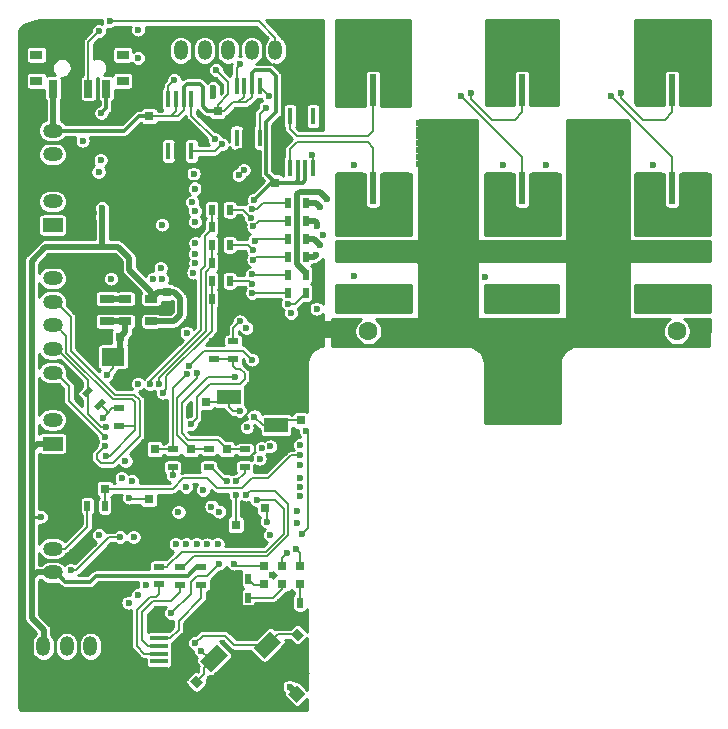
<source format=gbl>
G04 #@! TF.GenerationSoftware,KiCad,Pcbnew,(5.1.5-0)*
G04 #@! TF.CreationDate,2019-12-28T20:18:40+08:00*
G04 #@! TF.ProjectId,VESC_6,56455343-5f36-42e6-9b69-6361645f7063,A*
G04 #@! TF.SameCoordinates,Original*
G04 #@! TF.FileFunction,Copper,L4,Bot*
G04 #@! TF.FilePolarity,Positive*
%FSLAX46Y46*%
G04 Gerber Fmt 4.6, Leading zero omitted, Abs format (unit mm)*
G04 Created by KiCad (PCBNEW (5.1.5-0)) date 2019-12-28 20:18:40*
%MOMM*%
%LPD*%
G04 APERTURE LIST*
%ADD10R,1.500000X0.450000*%
%ADD11O,1.100000X1.800000*%
%ADD12O,1.100000X2.200000*%
%ADD13R,2.300000X2.700000*%
%ADD14R,0.600000X2.700000*%
%ADD15R,0.797560X0.797560*%
%ADD16R,1.060000X0.650000*%
%ADD17R,1.000000X0.800000*%
%ADD18R,0.700000X1.500000*%
%ADD19R,1.300000X0.700000*%
%ADD20R,1.950000X1.500000*%
%ADD21R,0.450000X1.450000*%
%ADD22R,2.500000X1.000000*%
%ADD23R,0.900000X0.500000*%
%ADD24R,0.500000X0.900000*%
%ADD25R,0.750000X0.800000*%
%ADD26R,0.800000X0.750000*%
%ADD27C,0.100000*%
%ADD28R,2.000000X1.300000*%
%ADD29C,1.600000*%
%ADD30R,1.699260X1.198880*%
%ADD31O,1.699260X1.198880*%
%ADD32R,1.198880X1.699260*%
%ADD33O,1.198880X1.699260*%
%ADD34R,5.000000X4.000000*%
%ADD35R,6.000000X5.000000*%
%ADD36C,0.600000*%
%ADD37C,0.203200*%
%ADD38C,0.508000*%
%ADD39C,0.406400*%
%ADD40C,0.304800*%
%ADD41C,0.350520*%
%ADD42C,1.016000*%
%ADD43C,0.254000*%
G04 APERTURE END LIST*
D10*
X127000000Y-109100000D03*
X127000000Y-109750000D03*
X127000000Y-108450000D03*
X127000000Y-110400000D03*
X127000000Y-107800000D03*
D11*
X126750000Y-106300000D03*
X126750000Y-111900000D03*
D12*
X128900000Y-109100000D03*
D13*
X143166000Y-61382000D03*
X147066000Y-69682000D03*
X147066000Y-61382000D03*
X143166000Y-69682000D03*
D14*
X145116000Y-61382000D03*
X145116000Y-69682000D03*
D13*
X168484000Y-61382000D03*
X172384000Y-69682000D03*
X172384000Y-61382000D03*
X168484000Y-69682000D03*
D14*
X170434000Y-61382000D03*
X170434000Y-69682000D03*
D13*
X155784000Y-61382000D03*
X159684000Y-69682000D03*
X159684000Y-61382000D03*
X155784000Y-69682000D03*
D14*
X157734000Y-61382000D03*
X157734000Y-69682000D03*
D15*
X138942300Y-103156000D03*
X138942300Y-101657400D03*
X137414000Y-103187500D03*
X137414000Y-101688900D03*
X135890000Y-103187500D03*
X135890000Y-101688900D03*
D16*
X124135000Y-79046000D03*
X124135000Y-80946000D03*
X126335000Y-80946000D03*
X126335000Y-79996000D03*
X126335000Y-79046000D03*
D17*
X116619000Y-60592000D03*
X123919000Y-60592000D03*
X123919000Y-58392000D03*
X116619000Y-58392000D03*
D18*
X122519000Y-61242000D03*
X121019000Y-61242000D03*
X118019000Y-61242000D03*
D19*
X122618500Y-80946000D03*
X122618500Y-79046000D03*
D20*
X125857000Y-83947000D03*
X123107000Y-83947000D03*
D21*
X138090000Y-67986000D03*
X138740000Y-67986000D03*
X139390000Y-67986000D03*
X140040000Y-67986000D03*
X140040000Y-63586000D03*
X139390000Y-63586000D03*
X138740000Y-63586000D03*
X138090000Y-63586000D03*
X135518800Y-60995200D03*
X134868800Y-60995200D03*
X134218800Y-60995200D03*
X133568800Y-60995200D03*
X133568800Y-65395200D03*
X134218800Y-65395200D03*
X134868800Y-65395200D03*
X135518800Y-65395200D03*
X129740300Y-62138200D03*
X129090300Y-62138200D03*
X128440300Y-62138200D03*
X127790300Y-62138200D03*
X127790300Y-66538200D03*
X128440300Y-66538200D03*
X129090300Y-66538200D03*
X129740300Y-66538200D03*
D22*
X143383000Y-75398500D03*
X143383000Y-78398500D03*
X146685000Y-75398500D03*
X146685000Y-78398500D03*
X159385000Y-75398500D03*
X159385000Y-78398500D03*
X156083000Y-75398500D03*
X156083000Y-78398500D03*
X168783000Y-75398500D03*
X168783000Y-78398500D03*
X171958000Y-75398500D03*
X171958000Y-78398500D03*
D23*
X130556000Y-101739000D03*
X130556000Y-103239000D03*
X128778000Y-103239000D03*
X128778000Y-101739000D03*
X127004300Y-103227000D03*
X127004300Y-101727000D03*
D24*
X120916000Y-96583500D03*
X122416000Y-96583500D03*
X138926000Y-104775000D03*
X137426000Y-104775000D03*
X134531800Y-104343200D03*
X133031800Y-104343200D03*
X134531800Y-102743000D03*
X133031800Y-102743000D03*
D23*
X133281000Y-82619000D03*
X133281000Y-84119000D03*
X131684800Y-82630200D03*
X131684800Y-84130200D03*
D24*
X132966500Y-71501000D03*
X131466500Y-71501000D03*
X132966500Y-72961500D03*
X131466500Y-72961500D03*
X132966500Y-74485500D03*
X131466500Y-74485500D03*
X132966500Y-76009500D03*
X131466500Y-76009500D03*
X132966500Y-77533500D03*
X131466500Y-77533500D03*
X132966500Y-79057500D03*
X131466500Y-79057500D03*
X137922000Y-70929500D03*
X139422000Y-70929500D03*
X137921300Y-72466200D03*
X139421300Y-72466200D03*
X137934000Y-73977500D03*
X139434000Y-73977500D03*
X137934000Y-75501500D03*
X139434000Y-75501500D03*
X137934000Y-77025500D03*
X139434000Y-77025500D03*
X137934000Y-78549500D03*
X139434000Y-78549500D03*
D23*
X134239000Y-91782200D03*
X134239000Y-93282200D03*
X131191000Y-91782200D03*
X131191000Y-93282200D03*
X128143000Y-91782200D03*
X128143000Y-93282200D03*
D25*
X136779000Y-67703000D03*
X136779000Y-69203000D03*
D26*
X134505000Y-96774000D03*
X136005000Y-96774000D03*
X120903300Y-95135700D03*
X122403300Y-95135700D03*
D25*
X138988800Y-87845200D03*
X138988800Y-89345200D03*
D26*
X126123000Y-96012000D03*
X127623000Y-96012000D03*
D25*
X133477000Y-99695000D03*
X133477000Y-98195000D03*
X130937000Y-89269000D03*
X130937000Y-87769000D03*
X127635000Y-79998000D03*
X127635000Y-78498000D03*
X132715000Y-93282200D03*
X132715000Y-91782200D03*
X129667000Y-93282200D03*
X129667000Y-91782200D03*
X131953000Y-64631000D03*
X131953000Y-63131000D03*
X126174500Y-65087500D03*
X126174500Y-63587500D03*
X126619000Y-93282200D03*
X126619000Y-91782200D03*
G04 #@! TA.AperFunction,SMDPad,CuDef*
D27*
G36*
X130700678Y-111501348D02*
G01*
X130170348Y-112031678D01*
X129604662Y-111465992D01*
X130134992Y-110935662D01*
X130700678Y-111501348D01*
G37*
G04 #@! TD.AperFunction*
G04 #@! TA.AperFunction,SMDPad,CuDef*
G36*
X131761338Y-112562008D02*
G01*
X131231008Y-113092338D01*
X130665322Y-112526652D01*
X131195652Y-111996322D01*
X131761338Y-112562008D01*
G37*
G04 #@! TD.AperFunction*
G04 #@! TA.AperFunction,SMDPad,CuDef*
G36*
X138158322Y-107446652D02*
G01*
X138688652Y-106916322D01*
X139254338Y-107482008D01*
X138724008Y-108012338D01*
X138158322Y-107446652D01*
G37*
G04 #@! TD.AperFunction*
G04 #@! TA.AperFunction,SMDPad,CuDef*
G36*
X137097662Y-106385992D02*
G01*
X137627992Y-105855662D01*
X138193678Y-106421348D01*
X137663348Y-106951678D01*
X137097662Y-106385992D01*
G37*
G04 #@! TD.AperFunction*
D26*
X125210000Y-82296000D03*
X123710000Y-82296000D03*
G04 #@! TA.AperFunction,SMDPad,CuDef*
D27*
G36*
X131398571Y-110647611D02*
G01*
X130479332Y-109728372D01*
X131893545Y-108314159D01*
X132812784Y-109233398D01*
X131398571Y-110647611D01*
G37*
G04 #@! TD.AperFunction*
G04 #@! TA.AperFunction,SMDPad,CuDef*
G36*
X134226998Y-107819184D02*
G01*
X133307759Y-106899945D01*
X134721972Y-105485732D01*
X135641211Y-106404971D01*
X134226998Y-107819184D01*
G37*
G04 #@! TD.AperFunction*
G04 #@! TA.AperFunction,SMDPad,CuDef*
G36*
X135924055Y-109516241D02*
G01*
X135004816Y-108597002D01*
X136419029Y-107182789D01*
X137338268Y-108102028D01*
X135924055Y-109516241D01*
G37*
G04 #@! TD.AperFunction*
G04 #@! TA.AperFunction,SMDPad,CuDef*
G36*
X133095628Y-112344668D02*
G01*
X132176389Y-111425429D01*
X133590602Y-110011216D01*
X134509841Y-110930455D01*
X133095628Y-112344668D01*
G37*
G04 #@! TD.AperFunction*
D28*
X136906000Y-87339320D03*
X132906000Y-87339320D03*
X132906000Y-89739320D03*
X136906000Y-89739320D03*
D29*
X149726000Y-81788000D03*
X144726000Y-81788000D03*
X165842000Y-81788000D03*
X170842000Y-81788000D03*
D30*
X118000000Y-104203040D03*
D31*
X118000000Y-100200000D03*
X118000000Y-102201520D03*
D32*
X123184920Y-108458000D03*
D33*
X119181880Y-108458000D03*
X121183400Y-108458000D03*
X117182900Y-108458000D03*
D32*
X126846200Y-58000000D03*
D33*
X130849240Y-58000000D03*
X128847720Y-58000000D03*
X132848220Y-58000000D03*
X134849740Y-58000000D03*
X136851260Y-58000000D03*
D31*
X117983000Y-79298740D03*
X117983000Y-81297720D03*
X117983000Y-83299240D03*
D30*
X117983000Y-91305320D03*
D31*
X117983000Y-87302280D03*
X117983000Y-89303800D03*
X117983000Y-85303300D03*
X117983000Y-77299760D03*
D30*
X117983000Y-72803040D03*
D31*
X117983000Y-68800000D03*
X117983000Y-70801520D03*
X117983000Y-66801020D03*
X117983000Y-64799500D03*
G04 #@! TA.AperFunction,SMDPad,CuDef*
D27*
G36*
X137692191Y-112873693D02*
G01*
X136949728Y-113616156D01*
X135394093Y-112060521D01*
X136136556Y-111318058D01*
X137692191Y-112873693D01*
G37*
G04 #@! TD.AperFunction*
G04 #@! TA.AperFunction,SMDPad,CuDef*
G36*
X139389246Y-112520140D02*
G01*
X138682140Y-113227246D01*
X137939678Y-112484784D01*
X138646784Y-111777678D01*
X139389246Y-112520140D01*
G37*
G04 #@! TD.AperFunction*
G04 #@! TA.AperFunction,SMDPad,CuDef*
G36*
X139778156Y-110787728D02*
G01*
X139035693Y-111530191D01*
X137480058Y-109974556D01*
X138222521Y-109232093D01*
X139778156Y-110787728D01*
G37*
G04 #@! TD.AperFunction*
D34*
X145114500Y-57531000D03*
X157734000Y-57531000D03*
X170434000Y-57531000D03*
D35*
X157734000Y-86800000D03*
D23*
X123621800Y-89789700D03*
X123621800Y-88289700D03*
G04 #@! TA.AperFunction,SMDPad,CuDef*
D27*
G36*
X122500805Y-87828409D02*
G01*
X121864409Y-88464805D01*
X121510855Y-88111251D01*
X122147251Y-87474855D01*
X122500805Y-87828409D01*
G37*
G04 #@! TD.AperFunction*
G04 #@! TA.AperFunction,SMDPad,CuDef*
G36*
X121440145Y-86767749D02*
G01*
X120803749Y-87404145D01*
X120450195Y-87050591D01*
X121086591Y-86414195D01*
X121440145Y-86767749D01*
G37*
G04 #@! TD.AperFunction*
D36*
X138962702Y-92304292D03*
X132842000Y-99822000D03*
X124206000Y-77978000D03*
X122809000Y-75565008D03*
X127254000Y-83947000D03*
X129285998Y-96418400D03*
X127508000Y-89027000D03*
X126746000Y-60198000D03*
X126111000Y-60198000D03*
X125476000Y-60197994D03*
X136144000Y-113538000D03*
X135636000Y-113030000D03*
X135153400Y-112572800D03*
X131318000Y-111252000D03*
X130759803Y-105862686D03*
X131064000Y-69977000D03*
X137541000Y-108966000D03*
X138607800Y-109016800D03*
X135365271Y-90879140D03*
X138067817Y-104043011D03*
X138430000Y-86741000D03*
X132455883Y-105791000D03*
X131572000Y-106674883D03*
X131572000Y-104907117D03*
X132969000Y-113157000D03*
X139065000Y-109474000D03*
X134874000Y-66800000D03*
X127232128Y-69342000D03*
X131699000Y-69977000D03*
X131699000Y-69342000D03*
X131064000Y-69342000D03*
X134239000Y-66800000D03*
X133604000Y-66802000D03*
X166471600Y-67640200D03*
X165887400Y-67640200D03*
X165303200Y-67640200D03*
X164719000Y-67640200D03*
X164134800Y-67640200D03*
X163550600Y-67640200D03*
X162966400Y-67640200D03*
X162382200Y-67640200D03*
X161798000Y-67640200D03*
X166471600Y-67056000D03*
X165887400Y-67056000D03*
X165303200Y-67056000D03*
X164719000Y-67056000D03*
X164134800Y-67056000D03*
X163550600Y-67056000D03*
X162966400Y-67056000D03*
X162382200Y-67056000D03*
X161798000Y-67056000D03*
X166471600Y-66471800D03*
X165887400Y-66471800D03*
X165303200Y-66471800D03*
X164719000Y-66471800D03*
X164134800Y-66471800D03*
X163550600Y-66471800D03*
X162966400Y-66471800D03*
X162382200Y-66471800D03*
X161798000Y-66471800D03*
X166471600Y-65887600D03*
X165887400Y-65887600D03*
X165303200Y-65887600D03*
X164719000Y-65887600D03*
X164134800Y-65887600D03*
X163550600Y-65887600D03*
X162966400Y-65887600D03*
X162382200Y-65887600D03*
X161798000Y-65887600D03*
X166471600Y-65303400D03*
X165887400Y-65303400D03*
X165303200Y-65303400D03*
X164719000Y-65303400D03*
X164134800Y-65303400D03*
X163550600Y-65303400D03*
X162966400Y-65303400D03*
X162382200Y-65303400D03*
X161798000Y-65303400D03*
X166471600Y-64719200D03*
X165887400Y-64719200D03*
X165303200Y-64719200D03*
X164719000Y-64719200D03*
X164134800Y-64719200D03*
X163550600Y-64719200D03*
X162966400Y-64719200D03*
X162382200Y-64719200D03*
X161798000Y-64719200D03*
X166471600Y-64135000D03*
X165887400Y-64135000D03*
X165303200Y-64135000D03*
X164719000Y-64135000D03*
X164134800Y-64135000D03*
X163550600Y-64135000D03*
X162966400Y-64135000D03*
X162382200Y-64135000D03*
X153644600Y-67640200D03*
X153060400Y-67640200D03*
X152476200Y-67640200D03*
X151892000Y-67640200D03*
X151307800Y-67640200D03*
X150723600Y-67640200D03*
X150139400Y-67640200D03*
X149555200Y-67640200D03*
X148971000Y-67640200D03*
X153644600Y-67056000D03*
X153060400Y-67056000D03*
X152476200Y-67056000D03*
X151892000Y-67056000D03*
X151307800Y-67056000D03*
X150723600Y-67056000D03*
X150139400Y-67056000D03*
X149555200Y-67056000D03*
X148971000Y-67056000D03*
X153644600Y-66471800D03*
X153060400Y-66471800D03*
X152476200Y-66471800D03*
X151892000Y-66471800D03*
X151307800Y-66471800D03*
X150723600Y-66471800D03*
X150139400Y-66471800D03*
X149555200Y-66471800D03*
X148971000Y-66471800D03*
X153644600Y-65887600D03*
X153060400Y-65887600D03*
X152476200Y-65887600D03*
X151892000Y-65887600D03*
X151307800Y-65887600D03*
X150723600Y-65887600D03*
X150139400Y-65887600D03*
X149555200Y-65887600D03*
X148971000Y-65887600D03*
X153644600Y-65303400D03*
X153060400Y-65303400D03*
X152476200Y-65303400D03*
X151892000Y-65303400D03*
X151307800Y-65303400D03*
X150723600Y-65303400D03*
X150139400Y-65303400D03*
X149555200Y-65303400D03*
X148971000Y-65303400D03*
X153644600Y-64719200D03*
X153060400Y-64719200D03*
X152476200Y-64719200D03*
X151892000Y-64719200D03*
X151307800Y-64719200D03*
X150723600Y-64719200D03*
X150139400Y-64719200D03*
X149555200Y-64719200D03*
X148971000Y-64719200D03*
X153644600Y-64135000D03*
X153060400Y-64135000D03*
X152476200Y-64135000D03*
X151892000Y-64135000D03*
X151307800Y-64135000D03*
X150723600Y-64135000D03*
X150139400Y-64135000D03*
X149555200Y-64135000D03*
X161798000Y-64135000D03*
X148971000Y-64135000D03*
X130175000Y-110363000D03*
X137795000Y-113284000D03*
X135635992Y-107061000D03*
X131560403Y-103483196D03*
X139472588Y-109982000D03*
X136574791Y-102438201D03*
X134620000Y-79756000D03*
X135128000Y-80264000D03*
X134112000Y-79248000D03*
X138430000Y-105664000D03*
X124841000Y-97155000D03*
X129595590Y-88392000D03*
X127825500Y-82042000D03*
X119564577Y-85539885D03*
X120804392Y-81253533D03*
X120707500Y-77285500D03*
X124015504Y-85344000D03*
X122865203Y-81838342D03*
X136906000Y-64516000D03*
X135073207Y-89012203D03*
X124460008Y-95891686D03*
X123698002Y-99233010D03*
X138557000Y-100203000D03*
X132080000Y-101473000D03*
X135043559Y-70650810D03*
X122228895Y-89123113D03*
X136144000Y-97917000D03*
X128016000Y-105663998D03*
X119500000Y-102000000D03*
X122936000Y-77343000D03*
X122555000Y-85471000D03*
X131826000Y-59690000D03*
X129332010Y-81915000D03*
X133477000Y-95631000D03*
X134423040Y-89928550D03*
X133832658Y-88565010D03*
X122047000Y-67310000D03*
X122174000Y-72136000D03*
X122174000Y-71374000D03*
X117000000Y-97500000D03*
X131572000Y-61214000D03*
X131554155Y-61889155D03*
X122110498Y-63309500D03*
X134801900Y-72182240D03*
X143000000Y-71500000D03*
X143624840Y-71500000D03*
X144249680Y-71500000D03*
X146124200Y-71500000D03*
X146749040Y-71500000D03*
X147373880Y-71500000D03*
X147998720Y-71500000D03*
X143000000Y-72124840D03*
X143624840Y-72124840D03*
X144249680Y-72124840D03*
X144874520Y-72124840D03*
X145499360Y-72124840D03*
X146124200Y-72124840D03*
X146749040Y-72124840D03*
X147373880Y-72124840D03*
X147998720Y-72124840D03*
X143624840Y-72749680D03*
X144249680Y-72749680D03*
X144874520Y-72749680D03*
X145499360Y-72749680D03*
X146124200Y-72749680D03*
X146749040Y-72749680D03*
X147373880Y-72749680D03*
X147998720Y-72749680D03*
X143624840Y-73374520D03*
X144249680Y-73374520D03*
X144874520Y-73374520D03*
X145499360Y-73374520D03*
X146124200Y-73374520D03*
X146749040Y-73374520D03*
X147373880Y-73374520D03*
X147998720Y-73374520D03*
X143002000Y-72771000D03*
X155575000Y-71501000D03*
X140843000Y-73660000D03*
X134981000Y-74919000D03*
X156197300Y-71501000D03*
X156819600Y-71501000D03*
X158686500Y-71501000D03*
X159308800Y-71501000D03*
X159931100Y-71501000D03*
X160553400Y-71501000D03*
X155575000Y-72123300D03*
X156197300Y-72123300D03*
X156819600Y-72123300D03*
X157441900Y-72123300D03*
X158064200Y-72123300D03*
X158686500Y-72123300D03*
X159308800Y-72123300D03*
X159931100Y-72123300D03*
X160553400Y-72123300D03*
X155575000Y-72745600D03*
X156197300Y-72745600D03*
X156819600Y-72745600D03*
X157441900Y-72745600D03*
X158064200Y-72745600D03*
X158686500Y-72745600D03*
X159308800Y-72745600D03*
X159931100Y-72745600D03*
X160553400Y-72745600D03*
X155575000Y-73367900D03*
X156197300Y-73367900D03*
X156819600Y-73367900D03*
X157441900Y-73367900D03*
X158064200Y-73367900D03*
X158686500Y-73367900D03*
X159308800Y-73367900D03*
X159931100Y-73367900D03*
X160553400Y-73367900D03*
X168275000Y-71501000D03*
X134866829Y-77759634D03*
X168897300Y-71501000D03*
X169519600Y-71501000D03*
X171386500Y-71501000D03*
X172008800Y-71501000D03*
X172631100Y-71501000D03*
X173253400Y-71501000D03*
X168275000Y-72123300D03*
X168897300Y-72123300D03*
X169519600Y-72123300D03*
X170141900Y-72123300D03*
X170764200Y-72123300D03*
X171386500Y-72123300D03*
X172008800Y-72123300D03*
X172631100Y-72123300D03*
X173253400Y-72123300D03*
X168275000Y-72745600D03*
X168897300Y-72745600D03*
X169519600Y-72745600D03*
X170141900Y-72745600D03*
X170764200Y-72745600D03*
X171386500Y-72745600D03*
X172008800Y-72745600D03*
X172631100Y-72745600D03*
X173253400Y-72745600D03*
X168275000Y-73367900D03*
X168897300Y-73367900D03*
X169519600Y-73367900D03*
X170141900Y-73367900D03*
X170764200Y-73367900D03*
X171386500Y-73367900D03*
X172008800Y-73367900D03*
X138176000Y-80264016D03*
X167513000Y-79375000D03*
X133731000Y-68580000D03*
X134391400Y-81508600D03*
X133834000Y-80957296D03*
X134162800Y-68148200D03*
X143383000Y-79375000D03*
X144018000Y-79375000D03*
X144653000Y-79375000D03*
X145288000Y-79375000D03*
X145923000Y-79375000D03*
X146558000Y-79375000D03*
X147193000Y-79375000D03*
X147828000Y-79375000D03*
X142113000Y-80010000D03*
X142748000Y-80010000D03*
X143383000Y-80010000D03*
X144018000Y-80010000D03*
X144653000Y-80010000D03*
X145288000Y-80010000D03*
X145923000Y-80010000D03*
X146558000Y-80010000D03*
X147193000Y-80010000D03*
X147828000Y-80010000D03*
X155448000Y-79375000D03*
X156083000Y-79375000D03*
X156718000Y-79375000D03*
X157353000Y-79375000D03*
X157988000Y-79375000D03*
X158623000Y-79375000D03*
X159258000Y-79375000D03*
X159893000Y-79375000D03*
X160528000Y-79375000D03*
X154813000Y-80010000D03*
X155448000Y-80010000D03*
X156083000Y-80010000D03*
X156718000Y-80010000D03*
X157353000Y-80010000D03*
X157988000Y-80010000D03*
X158623000Y-80010000D03*
X159258000Y-80010000D03*
X159893000Y-80010000D03*
X160528000Y-80010000D03*
X168148000Y-79375000D03*
X168783000Y-79375000D03*
X169418000Y-79375000D03*
X170053000Y-79375000D03*
X170688000Y-79375000D03*
X171323000Y-79375000D03*
X171958000Y-79375000D03*
X167513000Y-80010000D03*
X168148000Y-80010000D03*
X168783000Y-80010000D03*
X169418000Y-80010000D03*
X170053000Y-80010000D03*
X170688000Y-80010000D03*
X171323000Y-80010000D03*
X171958000Y-80010000D03*
X172593000Y-80010000D03*
X173228000Y-80010000D03*
X154813000Y-79375000D03*
X133413500Y-85661500D03*
X130175000Y-85343992D03*
X125222020Y-86233000D03*
X129541903Y-84702447D03*
X134874000Y-84201000D03*
X140334994Y-79883000D03*
X129332010Y-85424990D03*
X130556000Y-108839000D03*
X130047129Y-108198771D03*
X138049000Y-111887000D03*
X124154259Y-92800500D03*
X131058287Y-99840668D03*
X131953000Y-99822000D03*
X125222000Y-58674000D03*
X130175000Y-99822000D03*
X125222000Y-56261000D03*
X120523000Y-65659000D03*
X121920000Y-56388002D03*
X122809000Y-55527400D03*
X122430288Y-91512540D03*
X122463692Y-89894282D03*
X122415622Y-90734866D03*
X136398006Y-99060000D03*
X138674492Y-97052553D03*
X134366010Y-95631000D03*
X135254999Y-96073726D03*
X121873990Y-68326000D03*
X129921000Y-68453000D03*
X129681000Y-89646000D03*
X126225423Y-86284710D03*
X127001590Y-86234157D03*
X127309579Y-86995000D03*
X147039000Y-58647000D03*
X146404000Y-58647000D03*
X145769000Y-58647000D03*
X145134000Y-58647000D03*
X144499000Y-58647000D03*
X143864000Y-58647000D03*
X143229000Y-58647000D03*
X147039000Y-58012000D03*
X146404000Y-58012000D03*
X145769000Y-58012000D03*
X145134000Y-58012000D03*
X144499000Y-58012000D03*
X143864000Y-58012000D03*
X143229000Y-58012000D03*
X147039000Y-57377000D03*
X146404000Y-57377000D03*
X145769000Y-57377000D03*
X145134000Y-57377000D03*
X144499000Y-57377000D03*
X143864000Y-57377000D03*
X143229000Y-57377000D03*
X147039000Y-56742000D03*
X146404000Y-56742000D03*
X145769000Y-56742000D03*
X145134000Y-56742000D03*
X144499000Y-56742000D03*
X143864000Y-56742000D03*
X143229000Y-56742000D03*
X147039000Y-56107000D03*
X146404000Y-56107000D03*
X145769000Y-56107000D03*
X145134000Y-56107000D03*
X144499000Y-56107000D03*
X143864000Y-56107000D03*
X143229000Y-56107000D03*
X134859694Y-71406578D03*
X134983565Y-72918030D03*
X159639000Y-58647000D03*
X159004000Y-58647000D03*
X158369000Y-58647000D03*
X157734000Y-58647000D03*
X157099000Y-58647000D03*
X156464000Y-58647000D03*
X155829000Y-58647000D03*
X159639000Y-58012000D03*
X159004000Y-58012000D03*
X158369000Y-58012000D03*
X157734000Y-58012000D03*
X157099000Y-58012000D03*
X156464000Y-58012000D03*
X155829000Y-58012000D03*
X159639000Y-57377000D03*
X159004000Y-57377000D03*
X158369000Y-57377000D03*
X157734000Y-57377000D03*
X157099000Y-57377000D03*
X156464000Y-57377000D03*
X155829000Y-57377000D03*
X159639000Y-56742000D03*
X159004000Y-56742000D03*
X158369000Y-56742000D03*
X157734000Y-56742000D03*
X157099000Y-56742000D03*
X156464000Y-56742000D03*
X155829000Y-56742000D03*
X159639000Y-56107000D03*
X159004000Y-56107000D03*
X158369000Y-56107000D03*
X157734000Y-56107000D03*
X157099000Y-56107000D03*
X156464000Y-56107000D03*
X155829000Y-56107000D03*
X135081000Y-74119000D03*
X134981000Y-75719000D03*
X172339000Y-58647000D03*
X171704000Y-58647000D03*
X171069000Y-58647000D03*
X170434000Y-58647000D03*
X169799000Y-58647000D03*
X169164000Y-58647000D03*
X168529000Y-58647000D03*
X172339000Y-58012000D03*
X171704000Y-58012000D03*
X171069000Y-58012000D03*
X170434000Y-58012000D03*
X169799000Y-58012000D03*
X169164000Y-58012000D03*
X168529000Y-58012000D03*
X172339000Y-57377000D03*
X171704000Y-57377000D03*
X171069000Y-57377000D03*
X170434000Y-57377000D03*
X169799000Y-57377000D03*
X169164000Y-57377000D03*
X168529000Y-57377000D03*
X172339000Y-56742000D03*
X171704000Y-56742000D03*
X171069000Y-56742000D03*
X170434000Y-56742000D03*
X169799000Y-56742000D03*
X169164000Y-56742000D03*
X168529000Y-56742000D03*
X172339000Y-56107000D03*
X171704000Y-56107000D03*
X171069000Y-56107000D03*
X170434000Y-56107000D03*
X169799000Y-56107000D03*
X169164000Y-56107000D03*
X168529000Y-56107000D03*
X134860669Y-76981846D03*
X134889640Y-78537112D03*
X133538673Y-94492042D03*
X139953998Y-66848010D03*
X132786454Y-94474981D03*
X133858000Y-59182000D03*
X128142989Y-93980000D03*
X128285958Y-60513413D03*
X128642410Y-97102622D03*
X130081000Y-76019000D03*
X127127000Y-76453990D03*
X128397000Y-99822000D03*
X129307004Y-99825571D03*
X126478244Y-77346228D03*
X131435153Y-96637145D03*
X129794000Y-70866000D03*
X127235055Y-72768890D03*
X138938000Y-95758000D03*
X130048000Y-72517004D03*
X138953108Y-94972476D03*
X130048887Y-71633226D03*
X138937532Y-94194820D03*
X135509000Y-92582988D03*
X124413996Y-104775000D03*
X135682010Y-91686407D03*
X125222000Y-104140000D03*
X136419649Y-91538037D03*
X125857000Y-103251000D03*
X123825000Y-94234000D03*
X133350000Y-101473004D03*
X124714000Y-94488000D03*
X137805745Y-100594745D03*
X132088514Y-97059176D03*
X130040229Y-75242258D03*
X130699209Y-95223794D03*
X129901590Y-76826915D03*
X129286000Y-94996000D03*
X127230600Y-77355385D03*
X130081000Y-74319000D03*
X138938000Y-93091000D03*
X130048000Y-69723000D03*
X138938002Y-91424189D03*
X138707856Y-98047010D03*
X121920000Y-99060000D03*
X124841000Y-99233010D03*
X139065000Y-98933000D03*
X139449746Y-90260402D03*
X136017000Y-62865000D03*
X153416016Y-61595000D03*
X136271000Y-61849000D03*
X152527000Y-61849000D03*
X166116000Y-61595000D03*
X132310282Y-65970701D03*
X165227000Y-61849000D03*
X131699000Y-65532000D03*
X140335000Y-72842410D03*
X143510000Y-67691000D03*
X140589006Y-71247000D03*
X143510000Y-77089000D03*
X140600000Y-74500000D03*
X154635196Y-77165200D03*
X140300000Y-75300000D03*
X156083000Y-67691000D03*
X159766000Y-67691000D03*
X141224000Y-70612000D03*
X168783000Y-67691000D03*
X137904193Y-79451912D03*
X122491500Y-92329000D03*
D37*
X122403300Y-95135700D02*
X128143000Y-95135700D01*
X134040599Y-95067401D02*
X134874000Y-94234000D01*
X128143000Y-95135700D02*
X128143000Y-95123000D01*
X128143000Y-95123000D02*
X129032000Y-94234000D01*
X129032000Y-94234000D02*
X131064000Y-94234000D01*
X131064000Y-94234000D02*
X131897401Y-95067401D01*
X131897401Y-95067401D02*
X134040599Y-95067401D01*
X136246292Y-94234000D02*
X138176000Y-92304292D01*
X138176000Y-92304292D02*
X138962702Y-92304292D01*
X134874000Y-94234000D02*
X136246292Y-94234000D01*
X122403300Y-95135700D02*
X122403300Y-96570800D01*
X122403300Y-96570800D02*
X122416000Y-96583500D01*
X129285998Y-96418400D02*
X129921000Y-96418400D01*
X132842000Y-99339400D02*
X132842000Y-99822000D01*
X129921000Y-96418400D02*
X132842000Y-99339400D01*
X133477000Y-99695000D02*
X132969000Y-99695000D01*
X132969000Y-99695000D02*
X132842000Y-99822000D01*
D38*
X125210000Y-82296000D02*
X125210000Y-83300000D01*
X125210000Y-83375500D02*
X125857000Y-84022500D01*
D37*
X128632600Y-96418400D02*
X129285998Y-96418400D01*
X128226200Y-96012000D02*
X128632600Y-96418400D01*
X127623000Y-96012000D02*
X128226200Y-96012000D01*
D39*
X134218800Y-65395200D02*
X134218800Y-66779800D01*
X134218800Y-66779800D02*
X134239000Y-66800000D01*
X134868800Y-65395200D02*
X134868800Y-66794800D01*
X134868800Y-66794800D02*
X134874000Y-66800000D01*
D37*
X132334000Y-92546000D02*
X134632402Y-92546000D01*
X135128009Y-91420486D02*
X135365271Y-91183224D01*
X134632402Y-92546000D02*
X135128009Y-92050393D01*
X132334000Y-92546000D02*
X132481000Y-92546000D01*
X129281000Y-92546000D02*
X132334000Y-92546000D01*
X135128009Y-92050393D02*
X135128009Y-91420486D01*
X135365271Y-91183224D02*
X135365271Y-90879140D01*
D38*
X126335000Y-79996000D02*
X127887000Y-79996000D01*
X127633000Y-79996000D02*
X127635000Y-79998000D01*
D37*
X134505000Y-96774000D02*
X134505000Y-99251200D01*
X134505000Y-99251200D02*
X134061200Y-99695000D01*
X134061200Y-99695000D02*
X133477000Y-99695000D01*
X132455883Y-105791000D02*
X133317341Y-106652458D01*
X133317341Y-106652458D02*
X134474485Y-106652458D01*
X135636000Y-113030000D02*
X136144000Y-113538000D01*
X135636000Y-113030000D02*
X135610600Y-113030000D01*
X135610600Y-113030000D02*
X135153400Y-112572800D01*
D40*
X136543142Y-112467107D02*
X136724107Y-112467107D01*
X136543142Y-112467107D02*
X136198893Y-112467107D01*
X136198893Y-112467107D02*
X135636000Y-113030000D01*
D37*
X131549205Y-112208455D02*
X131213330Y-112544330D01*
X131549205Y-112208455D02*
X132312602Y-112208455D01*
X132312602Y-112208455D02*
X133343115Y-111177942D01*
D40*
X138629107Y-110381142D02*
X138629107Y-109909893D01*
D37*
X138607800Y-109016800D02*
X137591800Y-109016800D01*
X137464800Y-108889800D02*
X137414000Y-108839000D01*
X139065000Y-109474000D02*
X138607800Y-109016800D01*
X133343115Y-111177942D02*
X131392058Y-111177942D01*
X131392058Y-111177942D02*
X131318000Y-111252000D01*
X133031800Y-104543200D02*
X133031800Y-104343200D01*
X133535801Y-105047201D02*
X133031800Y-104543200D01*
X137426000Y-104775000D02*
X136972800Y-104775000D01*
X136700599Y-105047201D02*
X133535801Y-105047201D01*
X136972800Y-104775000D02*
X136700599Y-105047201D01*
X133031800Y-104343200D02*
X133031800Y-105215083D01*
X133031800Y-105215083D02*
X132455883Y-105791000D01*
X133031800Y-102743000D02*
X133031800Y-104343200D01*
D40*
X138629107Y-109909893D02*
X139065000Y-109474000D01*
D37*
X138740000Y-63586000D02*
X138740000Y-62657800D01*
X138740000Y-62657800D02*
X138312200Y-62230000D01*
X132906000Y-89739320D02*
X133526680Y-89739320D01*
X133526680Y-89739320D02*
X135926680Y-87339320D01*
X135926680Y-87339320D02*
X136906000Y-87339320D01*
X131684800Y-82630200D02*
X131684800Y-82177000D01*
X131684800Y-82177000D02*
X132966500Y-80895300D01*
X138487800Y-86741000D02*
X138430000Y-86741000D01*
X138988800Y-87242000D02*
X138487800Y-86741000D01*
X138988800Y-87845200D02*
X138988800Y-87242000D01*
X133343115Y-111177942D02*
X133343115Y-112782885D01*
X133343115Y-112782885D02*
X132969000Y-113157000D01*
X128567800Y-65087500D02*
X126174500Y-65087500D01*
X128440300Y-65610000D02*
X127917800Y-65087500D01*
X128440300Y-66538200D02*
X128440300Y-65610000D01*
X129090300Y-66538200D02*
X129090300Y-65610000D01*
X129090300Y-65610000D02*
X128567800Y-65087500D01*
X134218800Y-65395200D02*
X134218800Y-64467000D01*
X134218800Y-64467000D02*
X133672300Y-63920500D01*
X134868800Y-65395200D02*
X134868800Y-64467000D01*
X134868800Y-64467000D02*
X134322300Y-63920500D01*
X132481000Y-92546000D02*
X132715000Y-92780000D01*
X132715000Y-92780000D02*
X132715000Y-93282200D01*
X126619000Y-93282200D02*
X126619000Y-92808000D01*
X126619000Y-92808000D02*
X126881000Y-92546000D01*
X126881000Y-92546000D02*
X129281000Y-92546000D01*
X129281000Y-92546000D02*
X129534000Y-92546000D01*
X129534000Y-92546000D02*
X129667000Y-92679000D01*
X129667000Y-92679000D02*
X129667000Y-93282200D01*
X132966500Y-79057500D02*
X132500500Y-79057500D01*
X132500500Y-79057500D02*
X132281000Y-78838000D01*
X132281000Y-78838000D02*
X132281000Y-76538000D01*
X132281000Y-76538000D02*
X132281000Y-73138000D01*
X132281000Y-76538000D02*
X132281000Y-76241800D01*
X132281000Y-76241800D02*
X132513300Y-76009500D01*
X132513300Y-76009500D02*
X132966500Y-76009500D01*
X132281000Y-73138000D02*
X132457500Y-72961500D01*
X132457500Y-72961500D02*
X132966500Y-72961500D01*
X138988800Y-87845200D02*
X137411880Y-87845200D01*
X137411880Y-87845200D02*
X136906000Y-87339320D01*
X130937000Y-89269000D02*
X132435680Y-89269000D01*
X132435680Y-89269000D02*
X132906000Y-89739320D01*
X130163000Y-110363000D02*
X128900000Y-109100000D01*
X130175000Y-110363000D02*
X130163000Y-110363000D01*
D40*
X136543142Y-112467107D02*
X137391669Y-113315634D01*
X137763366Y-113315634D02*
X137795000Y-113284000D01*
X137391669Y-113315634D02*
X137763366Y-113315634D01*
D41*
X135004814Y-107182787D02*
X135514205Y-107182787D01*
X135514205Y-107182787D02*
X135635992Y-107061000D01*
X134474485Y-106652458D02*
X135004814Y-107182787D01*
X136293322Y-106403670D02*
X135635992Y-107061000D01*
X137645670Y-106403670D02*
X136293322Y-106403670D01*
D37*
X139472588Y-109881588D02*
X139065000Y-109474000D01*
X139472588Y-109982000D02*
X139472588Y-109881588D01*
X135253977Y-111177942D02*
X133343115Y-111177942D01*
X130764001Y-69042001D02*
X131064000Y-69342000D01*
X127532127Y-69042001D02*
X130764001Y-69042001D01*
X127232128Y-69342000D02*
X127532127Y-69042001D01*
X132966500Y-80895300D02*
X132966500Y-80388500D01*
X132966500Y-80388500D02*
X132966500Y-79057500D01*
X132966500Y-80514300D02*
X132966500Y-80388500D01*
D38*
X134112006Y-79248000D02*
X134112000Y-79248000D01*
X133921500Y-79057500D02*
X134112000Y-79248000D01*
X132966500Y-79057500D02*
X133921500Y-79057500D01*
D42*
X134112000Y-79248000D02*
X135128000Y-80264000D01*
D40*
X137690330Y-106403670D02*
X138430000Y-105664000D01*
X137645670Y-106403670D02*
X137690330Y-106403670D01*
D37*
X135253977Y-111177942D02*
X136543142Y-112467107D01*
X136543142Y-112467107D02*
X138629107Y-110381142D01*
D40*
X125210000Y-80286200D02*
X125210000Y-82296000D01*
X125500199Y-79996001D02*
X125210000Y-80286200D01*
X126335000Y-79996000D02*
X125500199Y-79996001D01*
D37*
X125857000Y-83947000D02*
X125632000Y-83947000D01*
X125632000Y-83947000D02*
X124235000Y-85344000D01*
X124235000Y-85344000D02*
X124015504Y-85344000D01*
D38*
X126746006Y-60197994D02*
X125476000Y-60197994D01*
X126846200Y-60097800D02*
X126746006Y-60197994D01*
X126846200Y-58000000D02*
X126846200Y-60097800D01*
D42*
X133816736Y-66800000D02*
X134874000Y-66800000D01*
X131064000Y-69977000D02*
X131064000Y-69552736D01*
X131064000Y-69552736D02*
X133816736Y-66800000D01*
D37*
X132531200Y-64631000D02*
X133241700Y-63920500D01*
X131953000Y-64631000D02*
X132531200Y-64631000D01*
X133241700Y-63920500D02*
X134322300Y-63920500D01*
X138962200Y-62230000D02*
X137668000Y-62230000D01*
X137414000Y-66167000D02*
X136779000Y-66802000D01*
X139390000Y-63586000D02*
X139390000Y-62657800D01*
X137414000Y-62484000D02*
X137414000Y-66167000D01*
X137668000Y-62230000D02*
X137414000Y-62484000D01*
X136779000Y-66802000D02*
X136779000Y-67703000D01*
X139390000Y-62657800D02*
X138962200Y-62230000D01*
X138988800Y-89345200D02*
X137300120Y-89345200D01*
X137300120Y-89345200D02*
X136906000Y-89739320D01*
X135800324Y-89739320D02*
X135073207Y-89012203D01*
X136906000Y-89739320D02*
X135800324Y-89739320D01*
X124580322Y-96012000D02*
X124460008Y-95891686D01*
X126123000Y-96012000D02*
X124580322Y-96012000D01*
D38*
X123710000Y-82296000D02*
X123710000Y-83344000D01*
X123710000Y-83375500D02*
X123107000Y-83978500D01*
D37*
X134371700Y-62420500D02*
X133721700Y-62420500D01*
X134868800Y-61923400D02*
X134371700Y-62420500D01*
X134868800Y-60995200D02*
X134868800Y-61923400D01*
X134218800Y-60995200D02*
X134218800Y-61923400D01*
X122555000Y-88797008D02*
X122228895Y-89123113D01*
X122555000Y-88773000D02*
X122555000Y-88797008D01*
X123038300Y-88289700D02*
X122555000Y-88773000D01*
X122005830Y-87969830D02*
X122555000Y-88519000D01*
X122555000Y-88519000D02*
X122555000Y-88773000D01*
X123621800Y-88289700D02*
X123038300Y-88289700D01*
X134218800Y-61923400D02*
X133721700Y-62420500D01*
X128016000Y-63587500D02*
X128563500Y-63587500D01*
X128563500Y-63587500D02*
X129090300Y-63060700D01*
X129090300Y-63060700D02*
X129090300Y-62138200D01*
X126174500Y-63587500D02*
X128016000Y-63587500D01*
X128440300Y-62138200D02*
X128440300Y-63163200D01*
X128440300Y-63163200D02*
X128016000Y-63587500D01*
X136144000Y-97917000D02*
X136144000Y-96913000D01*
X136144000Y-96913000D02*
X136005000Y-96774000D01*
X129667000Y-104012998D02*
X128016000Y-105663998D01*
X129667000Y-102997000D02*
X129667000Y-104012998D01*
X130175000Y-102489000D02*
X129667000Y-102997000D01*
X131064000Y-102489000D02*
X130175000Y-102489000D01*
X132080000Y-101473000D02*
X131064000Y-102489000D01*
X138942300Y-100588300D02*
X138557000Y-100203000D01*
X138942300Y-101606700D02*
X138942300Y-100588300D01*
D40*
X124049500Y-64799500D02*
X125261500Y-63587500D01*
X125261500Y-63587500D02*
X126174500Y-63587500D01*
X117983000Y-64799500D02*
X124049500Y-64799500D01*
X139202800Y-69203000D02*
X138557000Y-69203000D01*
X138557000Y-69203000D02*
X136779000Y-69203000D01*
X138740000Y-69020000D02*
X138557000Y-69203000D01*
X138740000Y-67986000D02*
X138740000Y-69020000D01*
X139390000Y-69015800D02*
X139202800Y-69203000D01*
X139390000Y-67986000D02*
X139390000Y-69015800D01*
X136491369Y-69203000D02*
X135043559Y-70650810D01*
X136779000Y-69203000D02*
X136491369Y-69203000D01*
D37*
X119500000Y-102000000D02*
X120000000Y-102000000D01*
X122766990Y-99233010D02*
X120000000Y-102000000D01*
X123698002Y-99233010D02*
X122766990Y-99233010D01*
X123107000Y-83927500D02*
X123107000Y-84582000D01*
D38*
X122618500Y-80946000D02*
X124135000Y-80946000D01*
X123107000Y-83947000D02*
X122882000Y-83947000D01*
X124135000Y-81871000D02*
X123710000Y-82296000D01*
X124135000Y-80946000D02*
X124135000Y-81871000D01*
D37*
X123107000Y-83947000D02*
X123107000Y-84919000D01*
X123107000Y-84919000D02*
X122555000Y-85471000D01*
D38*
X118019000Y-64763500D02*
X117983000Y-64799500D01*
X118019000Y-61242000D02*
X118019000Y-64763500D01*
D37*
X133241700Y-62420500D02*
X134371700Y-62420500D01*
X132531200Y-63131000D02*
X133241700Y-62420500D01*
X131953000Y-63131000D02*
X132531200Y-63131000D01*
X131953000Y-62611000D02*
X131953000Y-63131000D01*
X132842000Y-60706000D02*
X132842000Y-61722000D01*
X132842000Y-61722000D02*
X131953000Y-62611000D01*
X131826000Y-59690000D02*
X132842000Y-60706000D01*
D40*
X134868800Y-59965400D02*
X134868800Y-60995200D01*
X135144200Y-59690000D02*
X134868800Y-59965400D01*
X136398000Y-59690000D02*
X135144200Y-59690000D01*
X136906000Y-60198000D02*
X136398000Y-59690000D01*
X136779000Y-69203000D02*
X136779000Y-69178000D01*
X136779000Y-69178000D02*
X136048601Y-68447601D01*
X136906000Y-63246000D02*
X136906000Y-60198000D01*
X136048601Y-68447601D02*
X136048601Y-64103399D01*
X136048601Y-64103399D02*
X136906000Y-63246000D01*
X131064000Y-63119000D02*
X131953000Y-63119000D01*
X130683000Y-62738000D02*
X131064000Y-63119000D01*
X129090301Y-61108399D02*
X129365700Y-60833000D01*
X130683000Y-61087000D02*
X130683000Y-62738000D01*
X130429000Y-60833000D02*
X130683000Y-61087000D01*
X129365700Y-60833000D02*
X130429000Y-60833000D01*
X129090300Y-62138200D02*
X129090301Y-61108399D01*
D37*
X133477000Y-95631000D02*
X133477000Y-98195000D01*
X130937000Y-87769000D02*
X132476320Y-87769000D01*
X132476320Y-87769000D02*
X132906000Y-87339320D01*
X132906000Y-87339320D02*
X132906000Y-88192520D01*
X133278490Y-88565010D02*
X133832658Y-88565010D01*
X132906000Y-88192520D02*
X133278490Y-88565010D01*
D38*
X117373400Y-74650600D02*
X122174000Y-74650600D01*
X122174000Y-71374000D02*
X122174000Y-74650600D01*
X116205000Y-92202000D02*
X116205000Y-75819000D01*
X116205000Y-75819000D02*
X117373400Y-74650600D01*
X128223000Y-80946000D02*
X128778000Y-80391000D01*
X128778000Y-80391000D02*
X128778000Y-78994000D01*
X128778000Y-78994000D02*
X128282000Y-78498000D01*
X128282000Y-78498000D02*
X127635000Y-78498000D01*
D40*
X118250190Y-102201520D02*
X118000000Y-102201520D01*
X119045670Y-102997000D02*
X118250190Y-102201520D01*
X130683000Y-101739000D02*
X130163000Y-101739000D01*
X121666000Y-102489000D02*
X121158000Y-102997000D01*
X130163000Y-101739000D02*
X129413000Y-102489000D01*
X121158000Y-102997000D02*
X119045670Y-102997000D01*
X129413000Y-102489000D02*
X121666000Y-102489000D01*
D38*
X116205000Y-91725690D02*
X116205000Y-92202000D01*
X116625370Y-91305320D02*
X116205000Y-91725690D01*
X117983000Y-91305320D02*
X116625370Y-91305320D01*
X116205000Y-106061000D02*
X117254020Y-107110020D01*
X117254020Y-107110020D02*
X117254020Y-108474000D01*
X116642370Y-102201520D02*
X118000000Y-102201520D01*
X116205000Y-102638890D02*
X116642370Y-102201520D01*
X116205000Y-102870000D02*
X116205000Y-102638890D01*
X116205000Y-97795000D02*
X116205000Y-102870000D01*
X116205000Y-102870000D02*
X116205000Y-106045000D01*
X126335000Y-78456000D02*
X126335000Y-79046000D01*
X124460000Y-76581000D02*
X126335000Y-78456000D01*
X124460000Y-75565000D02*
X124460000Y-76581000D01*
X123545600Y-74650600D02*
X124460000Y-75565000D01*
X122174000Y-74650600D02*
X123545600Y-74650600D01*
X126895000Y-78486000D02*
X126335000Y-79046000D01*
X127571500Y-78486000D02*
X126895000Y-78486000D01*
X126335000Y-80946000D02*
X128206500Y-80946000D01*
X131572000Y-61871310D02*
X131554155Y-61889155D01*
X131572000Y-61214000D02*
X131572000Y-61871310D01*
D40*
X122519000Y-62900998D02*
X122110498Y-63309500D01*
X122519000Y-61242000D02*
X122519000Y-62900998D01*
D37*
X116295000Y-97795000D02*
X116205000Y-97795000D01*
D38*
X116205000Y-97295000D02*
X116205000Y-97795000D01*
X116205000Y-92202000D02*
X116205000Y-97295000D01*
D43*
X116410000Y-97500000D02*
X117000000Y-97500000D01*
X116205000Y-97295000D02*
X116410000Y-97500000D01*
D37*
X134120660Y-71501000D02*
X134801900Y-72182240D01*
X132966500Y-71501000D02*
X134120660Y-71501000D01*
X134928500Y-74866500D02*
X134981000Y-74919000D01*
X134547500Y-74485500D02*
X134981000Y-74919000D01*
X132966500Y-74485500D02*
X134547500Y-74485500D01*
X134640695Y-77533500D02*
X134866829Y-77759634D01*
X132966500Y-77533500D02*
X134640695Y-77533500D01*
X133281000Y-82619000D02*
X133281000Y-81510296D01*
X133281000Y-81510296D02*
X133834000Y-80957296D01*
X132715000Y-91782200D02*
X134239000Y-91782200D01*
X132715000Y-91782200D02*
X132715000Y-91757200D01*
X128905000Y-87884000D02*
X131127500Y-85661500D01*
X132715000Y-91757200D02*
X131953300Y-90995500D01*
X129476500Y-90995500D02*
X128905000Y-90424000D01*
X131127500Y-85661500D02*
X133413500Y-85661500D01*
X128905000Y-90424000D02*
X128905000Y-87884000D01*
X131953300Y-90995500D02*
X129476500Y-90995500D01*
X131191000Y-91782200D02*
X130991000Y-91782200D01*
X131191000Y-91782200D02*
X129667000Y-91782200D01*
X129667000Y-91782200D02*
X129667000Y-91757200D01*
X130175000Y-85768256D02*
X130175000Y-85343992D01*
X129667000Y-91757200D02*
X128524000Y-90614200D01*
X128524000Y-90614200D02*
X128524000Y-87419256D01*
X128524000Y-87419256D02*
X130175000Y-85768256D01*
X130805350Y-83439000D02*
X129541903Y-84702447D01*
X134112000Y-83439000D02*
X130805350Y-83439000D01*
X134874000Y-84201000D02*
X134112000Y-83439000D01*
X126619000Y-91782200D02*
X128143000Y-91782200D01*
X128143000Y-91782200D02*
X128143000Y-86614000D01*
X128143000Y-86614000D02*
X129332010Y-85424990D01*
X130810000Y-110316943D02*
X131646058Y-109480885D01*
X130810000Y-110826340D02*
X130810000Y-110316943D01*
X130152670Y-111483670D02*
X130810000Y-110826340D01*
X131646058Y-109480885D02*
X131197885Y-109480885D01*
X131197885Y-109480885D02*
X130556000Y-108839000D01*
X131646058Y-110244282D02*
X131646058Y-109480885D01*
X131646058Y-109480885D02*
X131197891Y-109480885D01*
X130047129Y-108198771D02*
X130676900Y-107569000D01*
X130676900Y-107569000D02*
X132588000Y-107569000D01*
X132588000Y-107569000D02*
X133368515Y-108349515D01*
X133368515Y-108349515D02*
X136171542Y-108349515D01*
X138706330Y-107464330D02*
X137056727Y-107464330D01*
X137056727Y-107464330D02*
X136171542Y-108349515D01*
D38*
X138664462Y-112502462D02*
X138049000Y-111887000D01*
X122618500Y-79046000D02*
X124135000Y-79046000D01*
D37*
X126996000Y-107787000D02*
X127925000Y-107787000D01*
X128651000Y-106299000D02*
X130556000Y-104394000D01*
X127925000Y-107787000D02*
X128651000Y-107061000D01*
X128651000Y-107061000D02*
X128651000Y-106299000D01*
X130556000Y-104394000D02*
X130556000Y-103239000D01*
X127000000Y-108458000D02*
X126046800Y-108458000D01*
X126042800Y-108458000D02*
X125539500Y-107954700D01*
X125539500Y-107933700D02*
X125539500Y-105600500D01*
X126492000Y-104648000D02*
X128016000Y-104648000D01*
X125539500Y-105600500D02*
X126492000Y-104648000D01*
X128016000Y-104648000D02*
X128778000Y-103886000D01*
X128778000Y-103886000D02*
X128778000Y-103251000D01*
X126996000Y-109087000D02*
X125724000Y-109087000D01*
X125724000Y-109087000D02*
X125095000Y-108458000D01*
X125095000Y-108458000D02*
X125095000Y-105410000D01*
X127004300Y-104008700D02*
X127004300Y-103227000D01*
X125095000Y-105410000D02*
X126238000Y-104267000D01*
X126238000Y-104267000D02*
X126746000Y-104267000D01*
X126746000Y-104267000D02*
X127004300Y-104008700D01*
X121019000Y-57289002D02*
X121920000Y-56388002D01*
X121019000Y-61242000D02*
X121019000Y-57289002D01*
X135431490Y-55527400D02*
X123063000Y-55527400D01*
X136851260Y-56947170D02*
X135431490Y-55527400D01*
X136851260Y-58000000D02*
X136851260Y-56947170D01*
X123225819Y-87168001D02*
X119507000Y-83449182D01*
X119507000Y-80572550D02*
X118233190Y-79298740D01*
X122430288Y-91512540D02*
X121729500Y-92213328D01*
X118233190Y-79298740D02*
X117983000Y-79298740D01*
X121729500Y-92213328D02*
X121729500Y-92583000D01*
X122110500Y-92964000D02*
X123063000Y-92964000D01*
X121729500Y-92583000D02*
X122110500Y-92964000D01*
X125349000Y-90678000D02*
X125349000Y-87630000D01*
X125349000Y-87630000D02*
X124887001Y-87168001D01*
X123063000Y-92964000D02*
X125349000Y-90678000D01*
X119507000Y-83449182D02*
X119507000Y-80572550D01*
X124887001Y-87168001D02*
X123225819Y-87168001D01*
X122077946Y-89894282D02*
X120945170Y-88761506D01*
X122463692Y-89894282D02*
X122077946Y-89894282D01*
X120945170Y-88761506D02*
X120945170Y-86909170D01*
X118351240Y-83299240D02*
X117983000Y-83299240D01*
X120945170Y-85893170D02*
X118351240Y-83299240D01*
X120945170Y-86909170D02*
X120945170Y-85893170D01*
X119380000Y-87699244D02*
X119380000Y-86450110D01*
X118233190Y-85303300D02*
X117983000Y-85303300D01*
X122415622Y-90734866D02*
X119380000Y-87699244D01*
X119380000Y-86450110D02*
X118233190Y-85303300D01*
X119052830Y-100200000D02*
X120916000Y-98336830D01*
X120916000Y-98336830D02*
X120916000Y-96583500D01*
X118000000Y-100200000D02*
X119052830Y-100200000D01*
X134666009Y-95331001D02*
X134366010Y-95631000D01*
X137896611Y-99080298D02*
X137896611Y-96431111D01*
X137896611Y-96431111D02*
X136796501Y-95331001D01*
X136796501Y-95331001D02*
X134666009Y-95331001D01*
X129020000Y-101739000D02*
X129921000Y-100838000D01*
X128778000Y-101739000D02*
X129020000Y-101739000D01*
X136138910Y-100838000D02*
X136204955Y-100771955D01*
X129921000Y-100838000D02*
X136138910Y-100838000D01*
X136204955Y-100771955D02*
X137896611Y-99080298D01*
X136777226Y-96073726D02*
X135254999Y-96073726D01*
X137541000Y-96837500D02*
X136777226Y-96073726D01*
X137541000Y-98933000D02*
X137541000Y-96837500D01*
X127004300Y-101727000D02*
X127657500Y-101727000D01*
X128902798Y-100457000D02*
X136017000Y-100457000D01*
X127657500Y-101727000D02*
X127657500Y-101702298D01*
X127657500Y-101702298D02*
X128902798Y-100457000D01*
X136017000Y-100457000D02*
X137541000Y-98933000D01*
X138942300Y-103206700D02*
X138942300Y-104885700D01*
X138942300Y-104885700D02*
X138926000Y-104902000D01*
X134531800Y-104343200D02*
X136654878Y-104343200D01*
X136654878Y-104343200D02*
X137414000Y-103584078D01*
X137414000Y-103584078D02*
X137414000Y-103238200D01*
X135890000Y-103238200D02*
X135027000Y-103238200D01*
X135027000Y-103238200D02*
X134531800Y-102743000D01*
X133281000Y-84119000D02*
X131696000Y-84119000D01*
X131696000Y-84119000D02*
X131684800Y-84130200D01*
X130175000Y-89152000D02*
X129681000Y-89646000D01*
X134239000Y-85344000D02*
X134239000Y-85852000D01*
X133281000Y-84119000D02*
X133281000Y-84767000D01*
X133858000Y-84963000D02*
X134239000Y-85344000D01*
X133850099Y-86240901D02*
X131295100Y-86240901D01*
X130175000Y-87361001D02*
X130175000Y-89152000D01*
X133281000Y-84767000D02*
X133477000Y-84963000D01*
X131295100Y-86240901D02*
X130175000Y-87361001D01*
X133477000Y-84963000D02*
X133858000Y-84963000D01*
X134239000Y-85852000D02*
X133850099Y-86240901D01*
X131466500Y-73161500D02*
X130881000Y-73747000D01*
X130881000Y-73747000D02*
X130881000Y-76256000D01*
X130881000Y-76256000D02*
X130556000Y-76581000D01*
X130556000Y-81648423D02*
X126225423Y-85979000D01*
X126225423Y-85979000D02*
X126225423Y-86284710D01*
X131466500Y-73161500D02*
X131466500Y-72961500D01*
X131466500Y-73161500D02*
X131466500Y-71501000D01*
X130556000Y-81648423D02*
X130556000Y-81153000D01*
X130556000Y-81153000D02*
X130556000Y-81267423D01*
X130556000Y-76581000D02*
X130556000Y-81153000D01*
X131466500Y-76009500D02*
X131466500Y-76209500D01*
X131466500Y-76209500D02*
X130937099Y-76738901D01*
X130937099Y-81792993D02*
X127001590Y-85728502D01*
X127001590Y-85728502D02*
X127001590Y-86234157D01*
X131466500Y-76009500D02*
X131466500Y-74485500D01*
X130937099Y-81792993D02*
X130937099Y-81280099D01*
X130937099Y-81280099D02*
X130937099Y-81411993D01*
X130937099Y-76738901D02*
X130937099Y-81280099D01*
X127309579Y-86995000D02*
X127609578Y-86695001D01*
X127609578Y-86695001D02*
X127609578Y-85623422D01*
X127609578Y-85623422D02*
X131466500Y-81766500D01*
X131466500Y-79057500D02*
X131466500Y-77533500D01*
X131466500Y-81766500D02*
X131466500Y-81258500D01*
X131466500Y-81258500D02*
X131466500Y-79057500D01*
X131466500Y-81385500D02*
X131466500Y-81258500D01*
X135283958Y-71406578D02*
X134859694Y-71406578D01*
X137922000Y-70929500D02*
X135761036Y-70929500D01*
X135761036Y-70929500D02*
X135283958Y-71406578D01*
X135435395Y-72466200D02*
X134983565Y-72918030D01*
X137921300Y-72466200D02*
X135435395Y-72466200D01*
X135222500Y-73977500D02*
X135081000Y-74119000D01*
X137934000Y-73977500D02*
X135222500Y-73977500D01*
X135198500Y-75501500D02*
X134981000Y-75719000D01*
X137934000Y-75501500D02*
X135198500Y-75501500D01*
X134904323Y-77025500D02*
X134860669Y-76981846D01*
X137934000Y-77025500D02*
X134904323Y-77025500D01*
X134902028Y-78549500D02*
X134889640Y-78537112D01*
X137934000Y-78549500D02*
X134902028Y-78549500D01*
X134239000Y-93791715D02*
X133538673Y-94492042D01*
X134239000Y-93282200D02*
X134239000Y-93791715D01*
X140040000Y-66934012D02*
X139953998Y-66848010D01*
X140040000Y-67986000D02*
X140040000Y-66934012D01*
X132583781Y-94474981D02*
X132786454Y-94474981D01*
X131191000Y-93282200D02*
X131391000Y-93282200D01*
X131391000Y-93282200D02*
X132583781Y-94474981D01*
X133568800Y-60995200D02*
X133568800Y-59471200D01*
X133568800Y-59471200D02*
X133858000Y-59182000D01*
X128143000Y-93979989D02*
X128142989Y-93980000D01*
X128143000Y-93282200D02*
X128143000Y-93979989D01*
X127790300Y-61009071D02*
X128285958Y-60513413D01*
X127790300Y-62138200D02*
X127790300Y-61009071D01*
X135890000Y-101638200D02*
X133515196Y-101638200D01*
X133515196Y-101638200D02*
X133350000Y-101473004D01*
X137414000Y-101638200D02*
X137414000Y-100986490D01*
X137414000Y-100986490D02*
X137805745Y-100594745D01*
X139573000Y-98425000D02*
X139065000Y-98933000D01*
X139573000Y-91059000D02*
X139573000Y-98425000D01*
X139573000Y-90805000D02*
X139573000Y-91059000D01*
X139573000Y-90383656D02*
X139573000Y-91059000D01*
X139449746Y-90260402D02*
X139573000Y-90383656D01*
X145116000Y-61382000D02*
X145116000Y-64815000D01*
X138684000Y-65278000D02*
X138090000Y-64684000D01*
X145116000Y-64815000D02*
X144653000Y-65278000D01*
X144653000Y-65278000D02*
X138684000Y-65278000D01*
X138090000Y-64684000D02*
X138090000Y-63586000D01*
X138090000Y-67986000D02*
X138090000Y-66380000D01*
X138090000Y-66380000D02*
X138684000Y-65786000D01*
X138684000Y-65786000D02*
X144653000Y-65786000D01*
X144653000Y-65786000D02*
X145116000Y-66249000D01*
X145116000Y-66249000D02*
X145116000Y-69682000D01*
X157099000Y-63881000D02*
X157734000Y-63246000D01*
X157734000Y-61382000D02*
X157734000Y-63246000D01*
X153416016Y-61595000D02*
X153416016Y-62103016D01*
X153416016Y-62103016D02*
X155194000Y-63881000D01*
X155194000Y-63881000D02*
X157099000Y-63881000D01*
X135518800Y-63363200D02*
X136017000Y-62865000D01*
X135518800Y-65395200D02*
X135518800Y-63363200D01*
X152527000Y-61849000D02*
X157734000Y-67056000D01*
X157734000Y-69682000D02*
X157734000Y-67056000D01*
X135518800Y-61096800D02*
X136271000Y-61849000D01*
X135518800Y-60995200D02*
X135518800Y-61096800D01*
X170434000Y-61382000D02*
X170434000Y-63246000D01*
X169799000Y-63881000D02*
X167977736Y-63881000D01*
X170434000Y-63246000D02*
X169799000Y-63881000D01*
X167977736Y-63881000D02*
X166116000Y-62019264D01*
X166116000Y-62019264D02*
X166116000Y-61595000D01*
X131742783Y-66538200D02*
X132310282Y-65970701D01*
X129740300Y-66538200D02*
X131742783Y-66538200D01*
X170434000Y-67056000D02*
X165227000Y-61849000D01*
X170434000Y-69682000D02*
X170434000Y-67056000D01*
X129740300Y-62138200D02*
X129740300Y-63573300D01*
X129740300Y-63573300D02*
X131699000Y-65532000D01*
D38*
X140335000Y-72621900D02*
X140335000Y-72842410D01*
X139421300Y-72466200D02*
X140179300Y-72466200D01*
X140179300Y-72466200D02*
X140335000Y-72621900D01*
X140271506Y-70929500D02*
X140589006Y-71247000D01*
X139422000Y-70929500D02*
X140271506Y-70929500D01*
X140077500Y-73977500D02*
X140600000Y-74500000D01*
X139434000Y-73977500D02*
X140077500Y-73977500D01*
X139434000Y-75501500D02*
X140098500Y-75501500D01*
X140098500Y-75501500D02*
X140300000Y-75300000D01*
X138897258Y-69977000D02*
X140589000Y-69977000D01*
X141224000Y-70612000D02*
X140589000Y-69977000D01*
X138676000Y-70198258D02*
X138897258Y-69977000D01*
X139434000Y-77025500D02*
X139434000Y-76825500D01*
X138676000Y-76067500D02*
X138676000Y-70198258D01*
X139434000Y-76825500D02*
X138676000Y-76067500D01*
D37*
X139434000Y-78549500D02*
X139434000Y-78749500D01*
X138531588Y-79451912D02*
X137904193Y-79451912D01*
X139434000Y-78549500D02*
X138531588Y-79451912D01*
X124903800Y-89789700D02*
X124967989Y-89725511D01*
X123621800Y-89789700D02*
X124903800Y-89789700D01*
X124967989Y-90170011D02*
X124967989Y-89725511D01*
X122809000Y-92329000D02*
X124967989Y-90170011D01*
X122491500Y-92329000D02*
X122809000Y-92329000D01*
X119151389Y-83596481D02*
X123078520Y-87523612D01*
X124967989Y-87820489D02*
X124967989Y-89725511D01*
X118233190Y-81297720D02*
X119151389Y-82215919D01*
X117983000Y-81297720D02*
X118233190Y-81297720D01*
X123078520Y-87523612D02*
X124671112Y-87523612D01*
X124671112Y-87523612D02*
X124967989Y-87820489D01*
X119151389Y-82215919D02*
X119151389Y-83596481D01*
D43*
G36*
X148336000Y-80200500D02*
G01*
X141986000Y-80200500D01*
X141986000Y-77914500D01*
X148336000Y-77914500D01*
X148336000Y-80200500D01*
G37*
X148336000Y-80200500D02*
X141986000Y-80200500D01*
X141986000Y-77914500D01*
X148336000Y-77914500D01*
X148336000Y-80200500D01*
G36*
X173609000Y-80200500D02*
G01*
X167259000Y-80200500D01*
X167259000Y-77914500D01*
X173609000Y-77914500D01*
X173609000Y-80200500D01*
G37*
X173609000Y-80200500D02*
X167259000Y-80200500D01*
X167259000Y-77914500D01*
X173609000Y-77914500D01*
X173609000Y-80200500D01*
G36*
X148209000Y-62728774D02*
G01*
X145798843Y-62728774D01*
X145798843Y-60032000D01*
X145791487Y-59957311D01*
X145769701Y-59885492D01*
X145734322Y-59819304D01*
X145686711Y-59761289D01*
X145628696Y-59713678D01*
X145562508Y-59678299D01*
X145490689Y-59656513D01*
X145416000Y-59649157D01*
X144816000Y-59649157D01*
X144741311Y-59656513D01*
X144669492Y-59678299D01*
X144603304Y-59713678D01*
X144545289Y-59761289D01*
X144497678Y-59819304D01*
X144462299Y-59885492D01*
X144440513Y-59957311D01*
X144433157Y-60032000D01*
X144433157Y-62728774D01*
X141986000Y-62728774D01*
X141986000Y-55456000D01*
X148209000Y-55456000D01*
X148209000Y-62728774D01*
G37*
X148209000Y-62728774D02*
X145798843Y-62728774D01*
X145798843Y-60032000D01*
X145791487Y-59957311D01*
X145769701Y-59885492D01*
X145734322Y-59819304D01*
X145686711Y-59761289D01*
X145628696Y-59713678D01*
X145562508Y-59678299D01*
X145490689Y-59656513D01*
X145416000Y-59649157D01*
X144816000Y-59649157D01*
X144741311Y-59656513D01*
X144669492Y-59678299D01*
X144603304Y-59713678D01*
X144545289Y-59761289D01*
X144497678Y-59819304D01*
X144462299Y-59885492D01*
X144440513Y-59957311D01*
X144433157Y-60032000D01*
X144433157Y-62728774D01*
X141986000Y-62728774D01*
X141986000Y-55456000D01*
X148209000Y-55456000D01*
X148209000Y-62728774D01*
G36*
X160782000Y-62672837D02*
G01*
X158416843Y-62672837D01*
X158416843Y-60032000D01*
X158409487Y-59957311D01*
X158387701Y-59885492D01*
X158352322Y-59819304D01*
X158304711Y-59761289D01*
X158246696Y-59713678D01*
X158180508Y-59678299D01*
X158108689Y-59656513D01*
X158034000Y-59649157D01*
X157434000Y-59649157D01*
X157359311Y-59656513D01*
X157287492Y-59678299D01*
X157221304Y-59713678D01*
X157163289Y-59761289D01*
X157115678Y-59819304D01*
X157080299Y-59885492D01*
X157058513Y-59957311D01*
X157051157Y-60032000D01*
X157051157Y-62672837D01*
X154686000Y-62672837D01*
X154686000Y-55456000D01*
X160782000Y-55456000D01*
X160782000Y-62672837D01*
G37*
X160782000Y-62672837D02*
X158416843Y-62672837D01*
X158416843Y-60032000D01*
X158409487Y-59957311D01*
X158387701Y-59885492D01*
X158352322Y-59819304D01*
X158304711Y-59761289D01*
X158246696Y-59713678D01*
X158180508Y-59678299D01*
X158108689Y-59656513D01*
X158034000Y-59649157D01*
X157434000Y-59649157D01*
X157359311Y-59656513D01*
X157287492Y-59678299D01*
X157221304Y-59713678D01*
X157163289Y-59761289D01*
X157115678Y-59819304D01*
X157080299Y-59885492D01*
X157058513Y-59957311D01*
X157051157Y-60032000D01*
X157051157Y-62672837D01*
X154686000Y-62672837D01*
X154686000Y-55456000D01*
X160782000Y-55456000D01*
X160782000Y-62672837D01*
G36*
X173609000Y-62677665D02*
G01*
X171116843Y-62677665D01*
X171116843Y-60032000D01*
X171109487Y-59957311D01*
X171087701Y-59885492D01*
X171052322Y-59819304D01*
X171004711Y-59761289D01*
X170946696Y-59713678D01*
X170880508Y-59678299D01*
X170808689Y-59656513D01*
X170734000Y-59649157D01*
X170134000Y-59649157D01*
X170059311Y-59656513D01*
X169987492Y-59678299D01*
X169921304Y-59713678D01*
X169863289Y-59761289D01*
X169815678Y-59819304D01*
X169780299Y-59885492D01*
X169758513Y-59957311D01*
X169751157Y-60032000D01*
X169751157Y-62677665D01*
X167456900Y-62677665D01*
X167259000Y-62479765D01*
X167259000Y-55456000D01*
X173609000Y-55456000D01*
X173609000Y-62677665D01*
G37*
X173609000Y-62677665D02*
X171116843Y-62677665D01*
X171116843Y-60032000D01*
X171109487Y-59957311D01*
X171087701Y-59885492D01*
X171052322Y-59819304D01*
X171004711Y-59761289D01*
X170946696Y-59713678D01*
X170880508Y-59678299D01*
X170808689Y-59656513D01*
X170734000Y-59649157D01*
X170134000Y-59649157D01*
X170059311Y-59656513D01*
X169987492Y-59678299D01*
X169921304Y-59713678D01*
X169863289Y-59761289D01*
X169815678Y-59819304D01*
X169780299Y-59885492D01*
X169758513Y-59957311D01*
X169751157Y-60032000D01*
X169751157Y-62677665D01*
X167456900Y-62677665D01*
X167259000Y-62479765D01*
X167259000Y-55456000D01*
X173609000Y-55456000D01*
X173609000Y-62677665D01*
G36*
X144433157Y-71032000D02*
G01*
X144440513Y-71106689D01*
X144462299Y-71178508D01*
X144497678Y-71244696D01*
X144545289Y-71302711D01*
X144603304Y-71350322D01*
X144669492Y-71385701D01*
X144741311Y-71407487D01*
X144816000Y-71414843D01*
X145416000Y-71414843D01*
X145490689Y-71407487D01*
X145562508Y-71385701D01*
X145628696Y-71350322D01*
X145686711Y-71302711D01*
X145734322Y-71244696D01*
X145769701Y-71178508D01*
X145791487Y-71106689D01*
X145798843Y-71032000D01*
X145798843Y-68453000D01*
X148336000Y-68453000D01*
X148336000Y-73660000D01*
X141986000Y-73660000D01*
X141986000Y-68453000D01*
X144433157Y-68453000D01*
X144433157Y-71032000D01*
G37*
X144433157Y-71032000D02*
X144440513Y-71106689D01*
X144462299Y-71178508D01*
X144497678Y-71244696D01*
X144545289Y-71302711D01*
X144603304Y-71350322D01*
X144669492Y-71385701D01*
X144741311Y-71407487D01*
X144816000Y-71414843D01*
X145416000Y-71414843D01*
X145490689Y-71407487D01*
X145562508Y-71385701D01*
X145628696Y-71350322D01*
X145686711Y-71302711D01*
X145734322Y-71244696D01*
X145769701Y-71178508D01*
X145791487Y-71106689D01*
X145798843Y-71032000D01*
X145798843Y-68453000D01*
X148336000Y-68453000D01*
X148336000Y-73660000D01*
X141986000Y-73660000D01*
X141986000Y-68453000D01*
X144433157Y-68453000D01*
X144433157Y-71032000D01*
G36*
X169751157Y-68456872D02*
G01*
X169751157Y-71032000D01*
X169758513Y-71106689D01*
X169780299Y-71178508D01*
X169815678Y-71244696D01*
X169863289Y-71302711D01*
X169921304Y-71350322D01*
X169987492Y-71385701D01*
X170059311Y-71407487D01*
X170134000Y-71414843D01*
X170734000Y-71414843D01*
X170808689Y-71407487D01*
X170880508Y-71385701D01*
X170946696Y-71350322D01*
X171004711Y-71302711D01*
X171052322Y-71244696D01*
X171087701Y-71178508D01*
X171109487Y-71106689D01*
X171116843Y-71032000D01*
X171116843Y-68458890D01*
X173609000Y-68462574D01*
X173609000Y-73660000D01*
X167259000Y-73660000D01*
X167259000Y-68453188D01*
X169751157Y-68456872D01*
G37*
X169751157Y-68456872D02*
X169751157Y-71032000D01*
X169758513Y-71106689D01*
X169780299Y-71178508D01*
X169815678Y-71244696D01*
X169863289Y-71302711D01*
X169921304Y-71350322D01*
X169987492Y-71385701D01*
X170059311Y-71407487D01*
X170134000Y-71414843D01*
X170734000Y-71414843D01*
X170808689Y-71407487D01*
X170880508Y-71385701D01*
X170946696Y-71350322D01*
X171004711Y-71302711D01*
X171052322Y-71244696D01*
X171087701Y-71178508D01*
X171109487Y-71106689D01*
X171116843Y-71032000D01*
X171116843Y-68458890D01*
X173609000Y-68462574D01*
X173609000Y-73660000D01*
X167259000Y-73660000D01*
X167259000Y-68453188D01*
X169751157Y-68456872D01*
G36*
X157051157Y-71032000D02*
G01*
X157058513Y-71106689D01*
X157080299Y-71178508D01*
X157115678Y-71244696D01*
X157163289Y-71302711D01*
X157221304Y-71350322D01*
X157287492Y-71385701D01*
X157359311Y-71407487D01*
X157434000Y-71414843D01*
X158034000Y-71414843D01*
X158108689Y-71407487D01*
X158180508Y-71385701D01*
X158246696Y-71350322D01*
X158304711Y-71302711D01*
X158352322Y-71244696D01*
X158387701Y-71178508D01*
X158409487Y-71106689D01*
X158416843Y-71032000D01*
X158416843Y-68453000D01*
X160909000Y-68453000D01*
X160909000Y-73660000D01*
X154559000Y-73660000D01*
X154559000Y-68453000D01*
X157051157Y-68453000D01*
X157051157Y-71032000D01*
G37*
X157051157Y-71032000D02*
X157058513Y-71106689D01*
X157080299Y-71178508D01*
X157115678Y-71244696D01*
X157163289Y-71302711D01*
X157221304Y-71350322D01*
X157287492Y-71385701D01*
X157359311Y-71407487D01*
X157434000Y-71414843D01*
X158034000Y-71414843D01*
X158108689Y-71407487D01*
X158180508Y-71385701D01*
X158246696Y-71350322D01*
X158304711Y-71302711D01*
X158352322Y-71244696D01*
X158387701Y-71178508D01*
X158409487Y-71106689D01*
X158416843Y-71032000D01*
X158416843Y-68453000D01*
X160909000Y-68453000D01*
X160909000Y-73660000D01*
X154559000Y-73660000D01*
X154559000Y-68453000D01*
X157051157Y-68453000D01*
X157051157Y-71032000D01*
G36*
X160782000Y-80200500D02*
G01*
X154559000Y-80200500D01*
X154559000Y-77914500D01*
X160782000Y-77914500D01*
X160782000Y-80200500D01*
G37*
X160782000Y-80200500D02*
X154559000Y-80200500D01*
X154559000Y-77914500D01*
X160782000Y-77914500D01*
X160782000Y-80200500D01*
G36*
X122128000Y-55460327D02*
G01*
X122128000Y-55594473D01*
X122154171Y-55726040D01*
X122165096Y-55752416D01*
X122118640Y-55733173D01*
X121987073Y-55707002D01*
X121852927Y-55707002D01*
X121721360Y-55733173D01*
X121597426Y-55784508D01*
X121485888Y-55859035D01*
X121391033Y-55953890D01*
X121316506Y-56065428D01*
X121265171Y-56189362D01*
X121239000Y-56320929D01*
X121239000Y-56386503D01*
X120694513Y-56930990D01*
X120676100Y-56946101D01*
X120660989Y-56964514D01*
X120660987Y-56964516D01*
X120615792Y-57019587D01*
X120570978Y-57103426D01*
X120543384Y-57194396D01*
X120534065Y-57289002D01*
X120536401Y-57312717D01*
X120536400Y-60134080D01*
X120522492Y-60138299D01*
X120456304Y-60173678D01*
X120398289Y-60221289D01*
X120350678Y-60279304D01*
X120315299Y-60345492D01*
X120293513Y-60417311D01*
X120286157Y-60492000D01*
X120286157Y-61992000D01*
X120293513Y-62066689D01*
X120315299Y-62138508D01*
X120350678Y-62204696D01*
X120398289Y-62262711D01*
X120456304Y-62310322D01*
X120522492Y-62345701D01*
X120594311Y-62367487D01*
X120669000Y-62374843D01*
X121369000Y-62374843D01*
X121443689Y-62367487D01*
X121515508Y-62345701D01*
X121581696Y-62310322D01*
X121639711Y-62262711D01*
X121687322Y-62204696D01*
X121722701Y-62138508D01*
X121744487Y-62066689D01*
X121751843Y-61992000D01*
X121751843Y-60492000D01*
X121744487Y-60417311D01*
X121722701Y-60345492D01*
X121710679Y-60323000D01*
X121827321Y-60323000D01*
X121815299Y-60345492D01*
X121793513Y-60417311D01*
X121786157Y-60492000D01*
X121786157Y-61992000D01*
X121793513Y-62066689D01*
X121815299Y-62138508D01*
X121850678Y-62204696D01*
X121898289Y-62262711D01*
X121956304Y-62310322D01*
X121985601Y-62325982D01*
X121985601Y-62640002D01*
X121911858Y-62654671D01*
X121787924Y-62706006D01*
X121676386Y-62780533D01*
X121581531Y-62875388D01*
X121507004Y-62986926D01*
X121455669Y-63110860D01*
X121429498Y-63242427D01*
X121429498Y-63376573D01*
X121455669Y-63508140D01*
X121507004Y-63632074D01*
X121581531Y-63743612D01*
X121676386Y-63838467D01*
X121787924Y-63912994D01*
X121911858Y-63964329D01*
X122043425Y-63990500D01*
X122177571Y-63990500D01*
X122309138Y-63964329D01*
X122433072Y-63912994D01*
X122544610Y-63838467D01*
X122639465Y-63743612D01*
X122713992Y-63632074D01*
X122765327Y-63508140D01*
X122789941Y-63384398D01*
X122877650Y-63296689D01*
X122897995Y-63279993D01*
X122925858Y-63246043D01*
X122964651Y-63198773D01*
X123014181Y-63106109D01*
X123044681Y-63005563D01*
X123044962Y-63002711D01*
X123052400Y-62927193D01*
X123052400Y-62927186D01*
X123054979Y-62900999D01*
X123052400Y-62874812D01*
X123052400Y-62325981D01*
X123081696Y-62310322D01*
X123139711Y-62262711D01*
X123187322Y-62204696D01*
X123222701Y-62138508D01*
X123244487Y-62066689D01*
X123251843Y-61992000D01*
X123251843Y-61334664D01*
X123272492Y-61345701D01*
X123344311Y-61367487D01*
X123419000Y-61374843D01*
X124419000Y-61374843D01*
X124493689Y-61367487D01*
X124565508Y-61345701D01*
X124631696Y-61310322D01*
X124689711Y-61262711D01*
X124737322Y-61204696D01*
X124772701Y-61138508D01*
X124794487Y-61066689D01*
X124801843Y-60992000D01*
X124801843Y-60192000D01*
X124794487Y-60117311D01*
X124772701Y-60045492D01*
X124737322Y-59979304D01*
X124689711Y-59921289D01*
X124631696Y-59873678D01*
X124565508Y-59838299D01*
X124493689Y-59816513D01*
X124419000Y-59809157D01*
X123419000Y-59809157D01*
X123344311Y-59816513D01*
X123272492Y-59838299D01*
X123206304Y-59873678D01*
X123148289Y-59921289D01*
X123100678Y-59979304D01*
X123065299Y-60045492D01*
X123043513Y-60117311D01*
X123040149Y-60151470D01*
X123015508Y-60138299D01*
X122943689Y-60116513D01*
X122869000Y-60109157D01*
X122327055Y-60109157D01*
X122414480Y-60021732D01*
X122505423Y-59885626D01*
X122568065Y-59734394D01*
X122600000Y-59573846D01*
X122600000Y-59410154D01*
X122568065Y-59249606D01*
X122505423Y-59098374D01*
X122414480Y-58962268D01*
X122298732Y-58846520D01*
X122162626Y-58755577D01*
X122011394Y-58692935D01*
X121850846Y-58661000D01*
X121687154Y-58661000D01*
X121526606Y-58692935D01*
X121501600Y-58703293D01*
X121501600Y-57992000D01*
X123036157Y-57992000D01*
X123036157Y-58792000D01*
X123043513Y-58866689D01*
X123065299Y-58938508D01*
X123100678Y-59004696D01*
X123148289Y-59062711D01*
X123206304Y-59110322D01*
X123272492Y-59145701D01*
X123344311Y-59167487D01*
X123419000Y-59174843D01*
X124419000Y-59174843D01*
X124493689Y-59167487D01*
X124565508Y-59145701D01*
X124631696Y-59110322D01*
X124672264Y-59077029D01*
X124693033Y-59108112D01*
X124787888Y-59202967D01*
X124899426Y-59277494D01*
X125023360Y-59328829D01*
X125154927Y-59355000D01*
X125289073Y-59355000D01*
X125420640Y-59328829D01*
X125544574Y-59277494D01*
X125656112Y-59202967D01*
X125750967Y-59108112D01*
X125825494Y-58996574D01*
X125876829Y-58872640D01*
X125903000Y-58741073D01*
X125903000Y-58606927D01*
X125876829Y-58475360D01*
X125825494Y-58351426D01*
X125750967Y-58239888D01*
X125656112Y-58145033D01*
X125544574Y-58070506D01*
X125420640Y-58019171D01*
X125289073Y-57993000D01*
X125154927Y-57993000D01*
X125023360Y-58019171D01*
X124899426Y-58070506D01*
X124801843Y-58135709D01*
X124801843Y-57992000D01*
X124794487Y-57917311D01*
X124772701Y-57845492D01*
X124737322Y-57779304D01*
X124689711Y-57721289D01*
X124665786Y-57701654D01*
X127867280Y-57701654D01*
X127867280Y-58298347D01*
X127881467Y-58442390D01*
X127937530Y-58627203D01*
X128028571Y-58797528D01*
X128151091Y-58946820D01*
X128300383Y-59069340D01*
X128470708Y-59160380D01*
X128655521Y-59216443D01*
X128847720Y-59235373D01*
X129039920Y-59216443D01*
X129224733Y-59160380D01*
X129395058Y-59069340D01*
X129544350Y-58946820D01*
X129666870Y-58797528D01*
X129757910Y-58627203D01*
X129813973Y-58442389D01*
X129828160Y-58298346D01*
X129828160Y-57701654D01*
X129868800Y-57701654D01*
X129868800Y-58298347D01*
X129882987Y-58442390D01*
X129939050Y-58627203D01*
X130030091Y-58797528D01*
X130152611Y-58946820D01*
X130301903Y-59069340D01*
X130472228Y-59160380D01*
X130657041Y-59216443D01*
X130849240Y-59235373D01*
X131041440Y-59216443D01*
X131226253Y-59160380D01*
X131396578Y-59069340D01*
X131545870Y-58946820D01*
X131668390Y-58797528D01*
X131759430Y-58627203D01*
X131815493Y-58442389D01*
X131829680Y-58298346D01*
X131829680Y-57701653D01*
X131815493Y-57557610D01*
X131759430Y-57372797D01*
X131668390Y-57202472D01*
X131545870Y-57053180D01*
X131396578Y-56930660D01*
X131226252Y-56839620D01*
X131041439Y-56783557D01*
X130849240Y-56764627D01*
X130657040Y-56783557D01*
X130472227Y-56839620D01*
X130301902Y-56930660D01*
X130152610Y-57053180D01*
X130030090Y-57202472D01*
X129939050Y-57372798D01*
X129882987Y-57557611D01*
X129868800Y-57701654D01*
X129828160Y-57701654D01*
X129828160Y-57701653D01*
X129813973Y-57557610D01*
X129757910Y-57372797D01*
X129666870Y-57202472D01*
X129544350Y-57053180D01*
X129395058Y-56930660D01*
X129224732Y-56839620D01*
X129039919Y-56783557D01*
X128847720Y-56764627D01*
X128655520Y-56783557D01*
X128470707Y-56839620D01*
X128300382Y-56930660D01*
X128151090Y-57053180D01*
X128028570Y-57202472D01*
X127937530Y-57372798D01*
X127881467Y-57557611D01*
X127867280Y-57701654D01*
X124665786Y-57701654D01*
X124631696Y-57673678D01*
X124565508Y-57638299D01*
X124493689Y-57616513D01*
X124419000Y-57609157D01*
X123419000Y-57609157D01*
X123344311Y-57616513D01*
X123272492Y-57638299D01*
X123206304Y-57673678D01*
X123148289Y-57721289D01*
X123100678Y-57779304D01*
X123065299Y-57845492D01*
X123043513Y-57917311D01*
X123036157Y-57992000D01*
X121501600Y-57992000D01*
X121501600Y-57488901D01*
X121921499Y-57069002D01*
X121987073Y-57069002D01*
X122118640Y-57042831D01*
X122242574Y-56991496D01*
X122354112Y-56916969D01*
X122448967Y-56822114D01*
X122523494Y-56710576D01*
X122574829Y-56586642D01*
X122601000Y-56455075D01*
X122601000Y-56320929D01*
X122574829Y-56189362D01*
X122563904Y-56162986D01*
X122610360Y-56182229D01*
X122741927Y-56208400D01*
X122876073Y-56208400D01*
X123007640Y-56182229D01*
X123131574Y-56130894D01*
X123243112Y-56056367D01*
X123289479Y-56010000D01*
X124588859Y-56010000D01*
X124567171Y-56062360D01*
X124541000Y-56193927D01*
X124541000Y-56328073D01*
X124567171Y-56459640D01*
X124618506Y-56583574D01*
X124693033Y-56695112D01*
X124787888Y-56789967D01*
X124899426Y-56864494D01*
X125023360Y-56915829D01*
X125154927Y-56942000D01*
X125289073Y-56942000D01*
X125420640Y-56915829D01*
X125544574Y-56864494D01*
X125656112Y-56789967D01*
X125750967Y-56695112D01*
X125825494Y-56583574D01*
X125876829Y-56459640D01*
X125903000Y-56328073D01*
X125903000Y-56193927D01*
X125876829Y-56062360D01*
X125855141Y-56010000D01*
X135231591Y-56010000D01*
X136220617Y-56999026D01*
X136154630Y-57053180D01*
X136032110Y-57202472D01*
X135941070Y-57372798D01*
X135885007Y-57557611D01*
X135870820Y-57701654D01*
X135870820Y-58298347D01*
X135885007Y-58442390D01*
X135941070Y-58627203D01*
X136032111Y-58797528D01*
X136154631Y-58946820D01*
X136303923Y-59069340D01*
X136474248Y-59160380D01*
X136479861Y-59162083D01*
X136424195Y-59156600D01*
X136424187Y-59156600D01*
X136398000Y-59154021D01*
X136371813Y-59156600D01*
X135233825Y-59156600D01*
X135397078Y-59069340D01*
X135546370Y-58946820D01*
X135668890Y-58797528D01*
X135759930Y-58627203D01*
X135815993Y-58442389D01*
X135830180Y-58298346D01*
X135830180Y-57701653D01*
X135815993Y-57557610D01*
X135759930Y-57372797D01*
X135668890Y-57202472D01*
X135546370Y-57053180D01*
X135397078Y-56930660D01*
X135226752Y-56839620D01*
X135041939Y-56783557D01*
X134849740Y-56764627D01*
X134657540Y-56783557D01*
X134472727Y-56839620D01*
X134302402Y-56930660D01*
X134153110Y-57053180D01*
X134030590Y-57202472D01*
X133939550Y-57372798D01*
X133883487Y-57557611D01*
X133869300Y-57701654D01*
X133869300Y-58298347D01*
X133883487Y-58442390D01*
X133901266Y-58501000D01*
X133796693Y-58501000D01*
X133814473Y-58442389D01*
X133828660Y-58298346D01*
X133828660Y-57701653D01*
X133814473Y-57557610D01*
X133758410Y-57372797D01*
X133667370Y-57202472D01*
X133544850Y-57053180D01*
X133395558Y-56930660D01*
X133225232Y-56839620D01*
X133040419Y-56783557D01*
X132848220Y-56764627D01*
X132656020Y-56783557D01*
X132471207Y-56839620D01*
X132300882Y-56930660D01*
X132151590Y-57053180D01*
X132029070Y-57202472D01*
X131938030Y-57372798D01*
X131881967Y-57557611D01*
X131867780Y-57701654D01*
X131867780Y-58298347D01*
X131881967Y-58442390D01*
X131938030Y-58627203D01*
X132029071Y-58797528D01*
X132151591Y-58946820D01*
X132300883Y-59069340D01*
X132471208Y-59160380D01*
X132656021Y-59216443D01*
X132848220Y-59235373D01*
X133040420Y-59216443D01*
X133177000Y-59175011D01*
X133177000Y-59187884D01*
X133165592Y-59201785D01*
X133120778Y-59285624D01*
X133093184Y-59376594D01*
X133083865Y-59471200D01*
X133086201Y-59494915D01*
X133086201Y-59988729D01*
X133073089Y-59999489D01*
X133025478Y-60057504D01*
X132990099Y-60123692D01*
X132978949Y-60160449D01*
X132507000Y-59688501D01*
X132507000Y-59622927D01*
X132480829Y-59491360D01*
X132429494Y-59367426D01*
X132354967Y-59255888D01*
X132260112Y-59161033D01*
X132148574Y-59086506D01*
X132024640Y-59035171D01*
X131893073Y-59009000D01*
X131758927Y-59009000D01*
X131627360Y-59035171D01*
X131503426Y-59086506D01*
X131391888Y-59161033D01*
X131297033Y-59255888D01*
X131222506Y-59367426D01*
X131171171Y-59491360D01*
X131145000Y-59622927D01*
X131145000Y-59757073D01*
X131171171Y-59888640D01*
X131222506Y-60012574D01*
X131297033Y-60124112D01*
X131391888Y-60218967D01*
X131503426Y-60293494D01*
X131627360Y-60344829D01*
X131758927Y-60371000D01*
X131824501Y-60371000D01*
X132359400Y-60905900D01*
X132359401Y-61522099D01*
X132207000Y-61674500D01*
X132207000Y-61460512D01*
X132226829Y-61412640D01*
X132253000Y-61281073D01*
X132253000Y-61146927D01*
X132226829Y-61015360D01*
X132175494Y-60891426D01*
X132100967Y-60779888D01*
X132006112Y-60685033D01*
X131894574Y-60610506D01*
X131770640Y-60559171D01*
X131639073Y-60533000D01*
X131504927Y-60533000D01*
X131373360Y-60559171D01*
X131249426Y-60610506D01*
X131137888Y-60685033D01*
X131085849Y-60737072D01*
X131061995Y-60708005D01*
X131041645Y-60691304D01*
X130824696Y-60474355D01*
X130807995Y-60454005D01*
X130726775Y-60387349D01*
X130634111Y-60337819D01*
X130533565Y-60307319D01*
X130455195Y-60299600D01*
X130455187Y-60299600D01*
X130429000Y-60297021D01*
X130402813Y-60299600D01*
X129391886Y-60299600D01*
X129365699Y-60297021D01*
X129339512Y-60299600D01*
X129339505Y-60299600D01*
X129261135Y-60307319D01*
X129160589Y-60337819D01*
X129067925Y-60387349D01*
X128986705Y-60454005D01*
X128970004Y-60474355D01*
X128966958Y-60477401D01*
X128966958Y-60446340D01*
X128940787Y-60314773D01*
X128889452Y-60190839D01*
X128814925Y-60079301D01*
X128720070Y-59984446D01*
X128608532Y-59909919D01*
X128484598Y-59858584D01*
X128353031Y-59832413D01*
X128218885Y-59832413D01*
X128087318Y-59858584D01*
X127963384Y-59909919D01*
X127851846Y-59984446D01*
X127756991Y-60079301D01*
X127682464Y-60190839D01*
X127631129Y-60314773D01*
X127604958Y-60446340D01*
X127604958Y-60511914D01*
X127465813Y-60651059D01*
X127447400Y-60666170D01*
X127432289Y-60684583D01*
X127432287Y-60684585D01*
X127387092Y-60739656D01*
X127342278Y-60823495D01*
X127314684Y-60914465D01*
X127305365Y-61009071D01*
X127307701Y-61032786D01*
X127307701Y-61131729D01*
X127294589Y-61142489D01*
X127246978Y-61200504D01*
X127211599Y-61266692D01*
X127189813Y-61338511D01*
X127182457Y-61413200D01*
X127182457Y-62863200D01*
X127189813Y-62937889D01*
X127211599Y-63009708D01*
X127246978Y-63075896D01*
X127270781Y-63104900D01*
X126922587Y-63104900D01*
X126903201Y-63040992D01*
X126867822Y-62974804D01*
X126820211Y-62916789D01*
X126762196Y-62869178D01*
X126696008Y-62833799D01*
X126624189Y-62812013D01*
X126549500Y-62804657D01*
X125799500Y-62804657D01*
X125724811Y-62812013D01*
X125652992Y-62833799D01*
X125586804Y-62869178D01*
X125528789Y-62916789D01*
X125481178Y-62974804D01*
X125445799Y-63040992D01*
X125441823Y-63054100D01*
X125287687Y-63054100D01*
X125261500Y-63051521D01*
X125235313Y-63054100D01*
X125235305Y-63054100D01*
X125156935Y-63061819D01*
X125056389Y-63092319D01*
X124963725Y-63141849D01*
X124882505Y-63208505D01*
X124865804Y-63228855D01*
X123828559Y-64266100D01*
X119059790Y-64266100D01*
X119052340Y-64252162D01*
X118929820Y-64102870D01*
X118780528Y-63980350D01*
X118654000Y-63912720D01*
X118654000Y-62245300D01*
X118687322Y-62204696D01*
X118722701Y-62138508D01*
X118744487Y-62066689D01*
X118751843Y-61992000D01*
X118751843Y-60492000D01*
X118744487Y-60417311D01*
X118722701Y-60345492D01*
X118710679Y-60323000D01*
X118850846Y-60323000D01*
X119011394Y-60291065D01*
X119162626Y-60228423D01*
X119298732Y-60137480D01*
X119414480Y-60021732D01*
X119505423Y-59885626D01*
X119568065Y-59734394D01*
X119600000Y-59573846D01*
X119600000Y-59410154D01*
X119568065Y-59249606D01*
X119505423Y-59098374D01*
X119414480Y-58962268D01*
X119298732Y-58846520D01*
X119162626Y-58755577D01*
X119011394Y-58692935D01*
X118850846Y-58661000D01*
X118687154Y-58661000D01*
X118526606Y-58692935D01*
X118375374Y-58755577D01*
X118239268Y-58846520D01*
X118123520Y-58962268D01*
X118032577Y-59098374D01*
X117969935Y-59249606D01*
X117938000Y-59410154D01*
X117938000Y-59573846D01*
X117969935Y-59734394D01*
X118032577Y-59885626D01*
X118123520Y-60021732D01*
X118210945Y-60109157D01*
X117669000Y-60109157D01*
X117594311Y-60116513D01*
X117522492Y-60138299D01*
X117497851Y-60151470D01*
X117494487Y-60117311D01*
X117472701Y-60045492D01*
X117437322Y-59979304D01*
X117389711Y-59921289D01*
X117331696Y-59873678D01*
X117265508Y-59838299D01*
X117193689Y-59816513D01*
X117119000Y-59809157D01*
X116119000Y-59809157D01*
X116044311Y-59816513D01*
X115972492Y-59838299D01*
X115906304Y-59873678D01*
X115848289Y-59921289D01*
X115800678Y-59979304D01*
X115765299Y-60045492D01*
X115743513Y-60117311D01*
X115736157Y-60192000D01*
X115736157Y-60992000D01*
X115743513Y-61066689D01*
X115765299Y-61138508D01*
X115800678Y-61204696D01*
X115848289Y-61262711D01*
X115906304Y-61310322D01*
X115972492Y-61345701D01*
X116044311Y-61367487D01*
X116119000Y-61374843D01*
X117119000Y-61374843D01*
X117193689Y-61367487D01*
X117265508Y-61345701D01*
X117286157Y-61334664D01*
X117286157Y-61992000D01*
X117293513Y-62066689D01*
X117315299Y-62138508D01*
X117350678Y-62204696D01*
X117384000Y-62245300D01*
X117384001Y-63880754D01*
X117355797Y-63889310D01*
X117185472Y-63980350D01*
X117036180Y-64102870D01*
X116913660Y-64252162D01*
X116822620Y-64422487D01*
X116766557Y-64607300D01*
X116747627Y-64799500D01*
X116766557Y-64991700D01*
X116822620Y-65176513D01*
X116913660Y-65346838D01*
X117036180Y-65496130D01*
X117185472Y-65618650D01*
X117355797Y-65709690D01*
X117540610Y-65765753D01*
X117684653Y-65779940D01*
X118281347Y-65779940D01*
X118425390Y-65765753D01*
X118610203Y-65709690D01*
X118780528Y-65618650D01*
X118929820Y-65496130D01*
X119052340Y-65346838D01*
X119059790Y-65332900D01*
X119921862Y-65332900D01*
X119919506Y-65336426D01*
X119868171Y-65460360D01*
X119842000Y-65591927D01*
X119842000Y-65726073D01*
X119868171Y-65857640D01*
X119919506Y-65981574D01*
X119994033Y-66093112D01*
X120088888Y-66187967D01*
X120200426Y-66262494D01*
X120324360Y-66313829D01*
X120455927Y-66340000D01*
X120590073Y-66340000D01*
X120721640Y-66313829D01*
X120845574Y-66262494D01*
X120957112Y-66187967D01*
X121051967Y-66093112D01*
X121126494Y-65981574D01*
X121177829Y-65857640D01*
X121186668Y-65813200D01*
X127182457Y-65813200D01*
X127182457Y-67263200D01*
X127189813Y-67337889D01*
X127211599Y-67409708D01*
X127246978Y-67475896D01*
X127294589Y-67533911D01*
X127352604Y-67581522D01*
X127418792Y-67616901D01*
X127490611Y-67638687D01*
X127565300Y-67646043D01*
X128015300Y-67646043D01*
X128089989Y-67638687D01*
X128161808Y-67616901D01*
X128227996Y-67581522D01*
X128286011Y-67533911D01*
X128333622Y-67475896D01*
X128369001Y-67409708D01*
X128390787Y-67337889D01*
X128398143Y-67263200D01*
X128398143Y-65813200D01*
X128390787Y-65738511D01*
X128369001Y-65666692D01*
X128333622Y-65600504D01*
X128286011Y-65542489D01*
X128227996Y-65494878D01*
X128161808Y-65459499D01*
X128089989Y-65437713D01*
X128015300Y-65430357D01*
X127565300Y-65430357D01*
X127490611Y-65437713D01*
X127418792Y-65459499D01*
X127352604Y-65494878D01*
X127294589Y-65542489D01*
X127246978Y-65600504D01*
X127211599Y-65666692D01*
X127189813Y-65738511D01*
X127182457Y-65813200D01*
X121186668Y-65813200D01*
X121204000Y-65726073D01*
X121204000Y-65591927D01*
X121177829Y-65460360D01*
X121126494Y-65336426D01*
X121124138Y-65332900D01*
X124023313Y-65332900D01*
X124049500Y-65335479D01*
X124075687Y-65332900D01*
X124075695Y-65332900D01*
X124154065Y-65325181D01*
X124254611Y-65294681D01*
X124347275Y-65245151D01*
X124428495Y-65178495D01*
X124445196Y-65158145D01*
X125453997Y-64149344D01*
X125481178Y-64200196D01*
X125528789Y-64258211D01*
X125586804Y-64305822D01*
X125652992Y-64341201D01*
X125724811Y-64362987D01*
X125799500Y-64370343D01*
X126549500Y-64370343D01*
X126624189Y-64362987D01*
X126696008Y-64341201D01*
X126762196Y-64305822D01*
X126820211Y-64258211D01*
X126867822Y-64200196D01*
X126903201Y-64134008D01*
X126922587Y-64070100D01*
X127992295Y-64070100D01*
X128016000Y-64072435D01*
X128039705Y-64070100D01*
X128539795Y-64070100D01*
X128563500Y-64072435D01*
X128587205Y-64070100D01*
X128587207Y-64070100D01*
X128658106Y-64063117D01*
X128749077Y-64035522D01*
X128832915Y-63990709D01*
X128906401Y-63930401D01*
X128921517Y-63911982D01*
X129255799Y-63577701D01*
X129264684Y-63667906D01*
X129292278Y-63758876D01*
X129337092Y-63842715D01*
X129368511Y-63880999D01*
X129397400Y-63916201D01*
X129415813Y-63931312D01*
X131018000Y-65533500D01*
X131018000Y-65599073D01*
X131044171Y-65730640D01*
X131095506Y-65854574D01*
X131170033Y-65966112D01*
X131259521Y-66055600D01*
X130348143Y-66055600D01*
X130348143Y-65813200D01*
X130340787Y-65738511D01*
X130319001Y-65666692D01*
X130283622Y-65600504D01*
X130236011Y-65542489D01*
X130177996Y-65494878D01*
X130111808Y-65459499D01*
X130039989Y-65437713D01*
X129965300Y-65430357D01*
X129515300Y-65430357D01*
X129440611Y-65437713D01*
X129368792Y-65459499D01*
X129302604Y-65494878D01*
X129244589Y-65542489D01*
X129196978Y-65600504D01*
X129161599Y-65666692D01*
X129139813Y-65738511D01*
X129132457Y-65813200D01*
X129132457Y-67263200D01*
X129139813Y-67337889D01*
X129161599Y-67409708D01*
X129196978Y-67475896D01*
X129244589Y-67533911D01*
X129302604Y-67581522D01*
X129368792Y-67616901D01*
X129440611Y-67638687D01*
X129515300Y-67646043D01*
X129965300Y-67646043D01*
X130039989Y-67638687D01*
X130111808Y-67616901D01*
X130177996Y-67581522D01*
X130236011Y-67533911D01*
X130283622Y-67475896D01*
X130319001Y-67409708D01*
X130340787Y-67337889D01*
X130348143Y-67263200D01*
X130348143Y-67020800D01*
X131719078Y-67020800D01*
X131742783Y-67023135D01*
X131766488Y-67020800D01*
X131766490Y-67020800D01*
X131837389Y-67013817D01*
X131928360Y-66986222D01*
X132012198Y-66941409D01*
X132085684Y-66881101D01*
X132100800Y-66862682D01*
X132311781Y-66651701D01*
X132377355Y-66651701D01*
X132508922Y-66625530D01*
X132632856Y-66574195D01*
X132744394Y-66499668D01*
X132839249Y-66404813D01*
X132913776Y-66293275D01*
X132965111Y-66169341D01*
X132965570Y-66167035D01*
X132968313Y-66194889D01*
X132990099Y-66266708D01*
X133025478Y-66332896D01*
X133073089Y-66390911D01*
X133131104Y-66438522D01*
X133197292Y-66473901D01*
X133269111Y-66495687D01*
X133343800Y-66503043D01*
X133793800Y-66503043D01*
X133868489Y-66495687D01*
X133940308Y-66473901D01*
X134006496Y-66438522D01*
X134064511Y-66390911D01*
X134112122Y-66332896D01*
X134147501Y-66266708D01*
X134169287Y-66194889D01*
X134176643Y-66120200D01*
X134176643Y-64670200D01*
X134169287Y-64595511D01*
X134147501Y-64523692D01*
X134112122Y-64457504D01*
X134064511Y-64399489D01*
X134006496Y-64351878D01*
X133940308Y-64316499D01*
X133868489Y-64294713D01*
X133793800Y-64287357D01*
X133343800Y-64287357D01*
X133269111Y-64294713D01*
X133197292Y-64316499D01*
X133131104Y-64351878D01*
X133073089Y-64399489D01*
X133025478Y-64457504D01*
X132990099Y-64523692D01*
X132968313Y-64595511D01*
X132960957Y-64670200D01*
X132960957Y-65762032D01*
X132913776Y-65648127D01*
X132839249Y-65536589D01*
X132744394Y-65441734D01*
X132632856Y-65367207D01*
X132508922Y-65315872D01*
X132377355Y-65289701D01*
X132335745Y-65289701D01*
X132302494Y-65209426D01*
X132227967Y-65097888D01*
X132133112Y-65003033D01*
X132021574Y-64928506D01*
X131897640Y-64877171D01*
X131766073Y-64851000D01*
X131700500Y-64851000D01*
X130222900Y-63373401D01*
X130222900Y-63144671D01*
X130236011Y-63133911D01*
X130276949Y-63084027D01*
X130287307Y-63096648D01*
X130287310Y-63096651D01*
X130304006Y-63116995D01*
X130324350Y-63133691D01*
X130668309Y-63477650D01*
X130685005Y-63497995D01*
X130705349Y-63514691D01*
X130705351Y-63514693D01*
X130721198Y-63527698D01*
X130766225Y-63564651D01*
X130858889Y-63614181D01*
X130959435Y-63644681D01*
X131037805Y-63652400D01*
X131037812Y-63652400D01*
X131063999Y-63654979D01*
X131090186Y-63652400D01*
X131216683Y-63652400D01*
X131224299Y-63677508D01*
X131259678Y-63743696D01*
X131307289Y-63801711D01*
X131365304Y-63849322D01*
X131431492Y-63884701D01*
X131503311Y-63906487D01*
X131578000Y-63913843D01*
X132328000Y-63913843D01*
X132402689Y-63906487D01*
X132474508Y-63884701D01*
X132540696Y-63849322D01*
X132598711Y-63801711D01*
X132646322Y-63743696D01*
X132681701Y-63677508D01*
X132703487Y-63605689D01*
X132705785Y-63582356D01*
X132716777Y-63579022D01*
X132800615Y-63534209D01*
X132874101Y-63473901D01*
X132889217Y-63455482D01*
X133441600Y-62903100D01*
X133697995Y-62903100D01*
X133721700Y-62905435D01*
X133745405Y-62903100D01*
X134347995Y-62903100D01*
X134371700Y-62905435D01*
X134395405Y-62903100D01*
X134395407Y-62903100D01*
X134466306Y-62896117D01*
X134557277Y-62868522D01*
X134641115Y-62823709D01*
X134714601Y-62763401D01*
X134729717Y-62744982D01*
X135193287Y-62281413D01*
X135211701Y-62266301D01*
X135272009Y-62192815D01*
X135316822Y-62108977D01*
X135318622Y-62103043D01*
X135639120Y-62103043D01*
X135667506Y-62171574D01*
X135720406Y-62250745D01*
X135694426Y-62261506D01*
X135582888Y-62336033D01*
X135488033Y-62430888D01*
X135413506Y-62542426D01*
X135362171Y-62666360D01*
X135336000Y-62797927D01*
X135336000Y-62863501D01*
X135194313Y-63005188D01*
X135175900Y-63020299D01*
X135160789Y-63038712D01*
X135160787Y-63038714D01*
X135115592Y-63093785D01*
X135070778Y-63177624D01*
X135043184Y-63268594D01*
X135033865Y-63363200D01*
X135036201Y-63386915D01*
X135036200Y-64388729D01*
X135023089Y-64399489D01*
X134975478Y-64457504D01*
X134940099Y-64523692D01*
X134918313Y-64595511D01*
X134910957Y-64670200D01*
X134910957Y-66120200D01*
X134918313Y-66194889D01*
X134940099Y-66266708D01*
X134975478Y-66332896D01*
X135023089Y-66390911D01*
X135081104Y-66438522D01*
X135147292Y-66473901D01*
X135219111Y-66495687D01*
X135293800Y-66503043D01*
X135515201Y-66503043D01*
X135515201Y-68421414D01*
X135512622Y-68447601D01*
X135515201Y-68473788D01*
X135515201Y-68473795D01*
X135522920Y-68552165D01*
X135553420Y-68652711D01*
X135602950Y-68745376D01*
X135669606Y-68826596D01*
X135689955Y-68843296D01*
X135893343Y-69046685D01*
X134968662Y-69971366D01*
X134844919Y-69995981D01*
X134720985Y-70047316D01*
X134609447Y-70121843D01*
X134514592Y-70216698D01*
X134440065Y-70328236D01*
X134388730Y-70452170D01*
X134362559Y-70583737D01*
X134362559Y-70717883D01*
X134388730Y-70849450D01*
X134407772Y-70895421D01*
X134330727Y-70972466D01*
X134281870Y-71045586D01*
X134215266Y-71025383D01*
X134144367Y-71018400D01*
X134144365Y-71018400D01*
X134120660Y-71016065D01*
X134096955Y-71018400D01*
X133596132Y-71018400D01*
X133591987Y-70976311D01*
X133570201Y-70904492D01*
X133534822Y-70838304D01*
X133487211Y-70780289D01*
X133429196Y-70732678D01*
X133363008Y-70697299D01*
X133291189Y-70675513D01*
X133216500Y-70668157D01*
X132716500Y-70668157D01*
X132641811Y-70675513D01*
X132569992Y-70697299D01*
X132503804Y-70732678D01*
X132445789Y-70780289D01*
X132398178Y-70838304D01*
X132362799Y-70904492D01*
X132341013Y-70976311D01*
X132333657Y-71051000D01*
X132333657Y-71951000D01*
X132341013Y-72025689D01*
X132362799Y-72097508D01*
X132398178Y-72163696D01*
X132445789Y-72221711D01*
X132503804Y-72269322D01*
X132569992Y-72304701D01*
X132641811Y-72326487D01*
X132716500Y-72333843D01*
X133216500Y-72333843D01*
X133291189Y-72326487D01*
X133363008Y-72304701D01*
X133429196Y-72269322D01*
X133487211Y-72221711D01*
X133534822Y-72163696D01*
X133570201Y-72097508D01*
X133591987Y-72025689D01*
X133596132Y-71983600D01*
X133920761Y-71983600D01*
X134120900Y-72183740D01*
X134120900Y-72249313D01*
X134147071Y-72380880D01*
X134198406Y-72504814D01*
X134272933Y-72616352D01*
X134342571Y-72685990D01*
X134328736Y-72719390D01*
X134302565Y-72850957D01*
X134302565Y-72985103D01*
X134328736Y-73116670D01*
X134380071Y-73240604D01*
X134454598Y-73352142D01*
X134549453Y-73446997D01*
X134660991Y-73521524D01*
X134715579Y-73544135D01*
X134646888Y-73590033D01*
X134552033Y-73684888D01*
X134477506Y-73796426D01*
X134426171Y-73920360D01*
X134409752Y-74002900D01*
X133596132Y-74002900D01*
X133591987Y-73960811D01*
X133570201Y-73888992D01*
X133534822Y-73822804D01*
X133487211Y-73764789D01*
X133429196Y-73717178D01*
X133363008Y-73681799D01*
X133291189Y-73660013D01*
X133216500Y-73652657D01*
X132716500Y-73652657D01*
X132641811Y-73660013D01*
X132569992Y-73681799D01*
X132503804Y-73717178D01*
X132445789Y-73764789D01*
X132398178Y-73822804D01*
X132362799Y-73888992D01*
X132341013Y-73960811D01*
X132333657Y-74035500D01*
X132333657Y-74935500D01*
X132341013Y-75010189D01*
X132362799Y-75082008D01*
X132398178Y-75148196D01*
X132445789Y-75206211D01*
X132503804Y-75253822D01*
X132569992Y-75289201D01*
X132641811Y-75310987D01*
X132716500Y-75318343D01*
X133216500Y-75318343D01*
X133291189Y-75310987D01*
X133363008Y-75289201D01*
X133429196Y-75253822D01*
X133487211Y-75206211D01*
X133534822Y-75148196D01*
X133570201Y-75082008D01*
X133591987Y-75010189D01*
X133596132Y-74968100D01*
X134300000Y-74968100D01*
X134300000Y-74986073D01*
X134326171Y-75117640D01*
X134377506Y-75241574D01*
X134429240Y-75319000D01*
X134377506Y-75396426D01*
X134326171Y-75520360D01*
X134300000Y-75651927D01*
X134300000Y-75786073D01*
X134326171Y-75917640D01*
X134377506Y-76041574D01*
X134452033Y-76153112D01*
X134546888Y-76247967D01*
X134658426Y-76322494D01*
X134666972Y-76326034D01*
X134662029Y-76327017D01*
X134538095Y-76378352D01*
X134426557Y-76452879D01*
X134331702Y-76547734D01*
X134257175Y-76659272D01*
X134205840Y-76783206D01*
X134179669Y-76914773D01*
X134179669Y-77048919D01*
X134180063Y-77050900D01*
X133596132Y-77050900D01*
X133591987Y-77008811D01*
X133570201Y-76936992D01*
X133534822Y-76870804D01*
X133487211Y-76812789D01*
X133429196Y-76765178D01*
X133363008Y-76729799D01*
X133291189Y-76708013D01*
X133216500Y-76700657D01*
X132716500Y-76700657D01*
X132641811Y-76708013D01*
X132569992Y-76729799D01*
X132503804Y-76765178D01*
X132445789Y-76812789D01*
X132398178Y-76870804D01*
X132362799Y-76936992D01*
X132341013Y-77008811D01*
X132333657Y-77083500D01*
X132333657Y-77983500D01*
X132341013Y-78058189D01*
X132362799Y-78130008D01*
X132398178Y-78196196D01*
X132445789Y-78254211D01*
X132503804Y-78301822D01*
X132569992Y-78337201D01*
X132641811Y-78358987D01*
X132716500Y-78366343D01*
X133216500Y-78366343D01*
X133291189Y-78358987D01*
X133363008Y-78337201D01*
X133429196Y-78301822D01*
X133487211Y-78254211D01*
X133534822Y-78196196D01*
X133570201Y-78130008D01*
X133591987Y-78058189D01*
X133596132Y-78016100D01*
X134235952Y-78016100D01*
X134263335Y-78082208D01*
X134318950Y-78165443D01*
X134286146Y-78214538D01*
X134234811Y-78338472D01*
X134208640Y-78470039D01*
X134208640Y-78604185D01*
X134234811Y-78735752D01*
X134286146Y-78859686D01*
X134360673Y-78971224D01*
X134455528Y-79066079D01*
X134567066Y-79140606D01*
X134691000Y-79191941D01*
X134822567Y-79218112D01*
X134956713Y-79218112D01*
X135088280Y-79191941D01*
X135212214Y-79140606D01*
X135323752Y-79066079D01*
X135357731Y-79032100D01*
X137304368Y-79032100D01*
X137308513Y-79074189D01*
X137317579Y-79104075D01*
X137300699Y-79129338D01*
X137249364Y-79253272D01*
X137223193Y-79384839D01*
X137223193Y-79518985D01*
X137249364Y-79650552D01*
X137300699Y-79774486D01*
X137375226Y-79886024D01*
X137470081Y-79980879D01*
X137537509Y-80025933D01*
X137521171Y-80065376D01*
X137495000Y-80196943D01*
X137495000Y-80331089D01*
X137521171Y-80462656D01*
X137572506Y-80586590D01*
X137647033Y-80698128D01*
X137741888Y-80792983D01*
X137853426Y-80867510D01*
X137977360Y-80918845D01*
X138108927Y-80945016D01*
X138243073Y-80945016D01*
X138374640Y-80918845D01*
X138498574Y-80867510D01*
X138610112Y-80792983D01*
X138704967Y-80698128D01*
X138779494Y-80586590D01*
X138830829Y-80462656D01*
X138857000Y-80331089D01*
X138857000Y-80196943D01*
X138830829Y-80065376D01*
X138779494Y-79941442D01*
X138742655Y-79886309D01*
X138801003Y-79855121D01*
X138874489Y-79794813D01*
X138889605Y-79776394D01*
X139283656Y-79382343D01*
X139684000Y-79382343D01*
X139758689Y-79374987D01*
X139830508Y-79353201D01*
X139896696Y-79317822D01*
X139954711Y-79270211D01*
X140002322Y-79212196D01*
X140037701Y-79146008D01*
X140059487Y-79074189D01*
X140066843Y-78999500D01*
X140066843Y-78099500D01*
X140059487Y-78024811D01*
X140037701Y-77952992D01*
X140002322Y-77886804D01*
X139954711Y-77828789D01*
X139904399Y-77787500D01*
X139954711Y-77746211D01*
X140002322Y-77688196D01*
X140037701Y-77622008D01*
X140059487Y-77550189D01*
X140066843Y-77475500D01*
X140066843Y-77078593D01*
X140069000Y-77056692D01*
X140069000Y-76856689D01*
X140072072Y-76825500D01*
X140067252Y-76776564D01*
X140066843Y-76772408D01*
X140066843Y-76575500D01*
X140059487Y-76500811D01*
X140037701Y-76428992D01*
X140002322Y-76362804D01*
X139954711Y-76304789D01*
X139904399Y-76263500D01*
X139954711Y-76222211D01*
X140002322Y-76164196D01*
X140017126Y-76136500D01*
X140067319Y-76136500D01*
X140098500Y-76139571D01*
X140129681Y-76136500D01*
X140129692Y-76136500D01*
X140222982Y-76127312D01*
X140342680Y-76091002D01*
X140452994Y-76032037D01*
X140549685Y-75952685D01*
X140569574Y-75928450D01*
X140574700Y-75923324D01*
X140622574Y-75903494D01*
X140734112Y-75828967D01*
X140828967Y-75734112D01*
X140873000Y-75668212D01*
X140873000Y-79462416D01*
X140863961Y-79448888D01*
X140769106Y-79354033D01*
X140657568Y-79279506D01*
X140533634Y-79228171D01*
X140402067Y-79202000D01*
X140267921Y-79202000D01*
X140136354Y-79228171D01*
X140012420Y-79279506D01*
X139900882Y-79354033D01*
X139806027Y-79448888D01*
X139731500Y-79560426D01*
X139680165Y-79684360D01*
X139653994Y-79815927D01*
X139653994Y-79950073D01*
X139680165Y-80081640D01*
X139731500Y-80205574D01*
X139806027Y-80317112D01*
X139900882Y-80411967D01*
X140012420Y-80486494D01*
X140136354Y-80537829D01*
X140267921Y-80564000D01*
X140402067Y-80564000D01*
X140533634Y-80537829D01*
X140657568Y-80486494D01*
X140769106Y-80411967D01*
X140863961Y-80317112D01*
X140873000Y-80303584D01*
X140873000Y-80899000D01*
X140875440Y-80923776D01*
X140882667Y-80947601D01*
X140894403Y-80969557D01*
X140910197Y-80988803D01*
X140929443Y-81004597D01*
X140951399Y-81016333D01*
X140975224Y-81023560D01*
X141000000Y-81026000D01*
X141478862Y-81026000D01*
X141503638Y-81023560D01*
X141527463Y-81016333D01*
X141549419Y-81004597D01*
X141568665Y-80988803D01*
X141584459Y-80969557D01*
X141596195Y-80947601D01*
X141603422Y-80923776D01*
X141605861Y-80898569D01*
X141605431Y-80772000D01*
X144120809Y-80772000D01*
X143973157Y-80870658D01*
X143808658Y-81035157D01*
X143679412Y-81228587D01*
X143590386Y-81443515D01*
X143545000Y-81671682D01*
X143545000Y-81904318D01*
X143590386Y-82132485D01*
X143679412Y-82347413D01*
X143808658Y-82540843D01*
X143973157Y-82705342D01*
X144166587Y-82834588D01*
X144381515Y-82923614D01*
X144609682Y-82969000D01*
X144842318Y-82969000D01*
X145070485Y-82923614D01*
X145285413Y-82834588D01*
X145478843Y-82705342D01*
X145643342Y-82540843D01*
X145772588Y-82347413D01*
X145861614Y-82132485D01*
X145907000Y-81904318D01*
X145907000Y-81671682D01*
X145861614Y-81443515D01*
X145772588Y-81228587D01*
X145643342Y-81035157D01*
X145478843Y-80870658D01*
X145331191Y-80772000D01*
X148844000Y-80772000D01*
X148868776Y-80769560D01*
X148892601Y-80762333D01*
X148914557Y-80750597D01*
X148933803Y-80734803D01*
X148949597Y-80715557D01*
X148961333Y-80693601D01*
X148968560Y-80669776D01*
X148971000Y-80645000D01*
X148971000Y-76009500D01*
X153924000Y-76009500D01*
X153924000Y-80645000D01*
X153926440Y-80669776D01*
X153933667Y-80693601D01*
X153945403Y-80715557D01*
X153961197Y-80734803D01*
X153980443Y-80750597D01*
X154002399Y-80762333D01*
X154026224Y-80769560D01*
X154051000Y-80772000D01*
X161417000Y-80772000D01*
X161441776Y-80769560D01*
X161465601Y-80762333D01*
X161487557Y-80750597D01*
X161506803Y-80734803D01*
X161522597Y-80715557D01*
X161534333Y-80693601D01*
X161541560Y-80669776D01*
X161544000Y-80645000D01*
X161544000Y-76009500D01*
X161541560Y-75984724D01*
X161534333Y-75960899D01*
X161522597Y-75938943D01*
X161506803Y-75919697D01*
X161487557Y-75903903D01*
X161465601Y-75892167D01*
X161441776Y-75884940D01*
X161417000Y-75882500D01*
X154051000Y-75882500D01*
X154026224Y-75884940D01*
X154002399Y-75892167D01*
X153980443Y-75903903D01*
X153961197Y-75919697D01*
X153945403Y-75938943D01*
X153933667Y-75960899D01*
X153926440Y-75984724D01*
X153924000Y-76009500D01*
X148971000Y-76009500D01*
X148968560Y-75984724D01*
X148961333Y-75960899D01*
X148949597Y-75938943D01*
X148933803Y-75919697D01*
X148914557Y-75903903D01*
X148892601Y-75892167D01*
X148868776Y-75884940D01*
X148844000Y-75882500D01*
X141986000Y-75882500D01*
X141986000Y-74168000D01*
X148844000Y-74168000D01*
X148868776Y-74165560D01*
X148892601Y-74158333D01*
X148914557Y-74146597D01*
X148933803Y-74130803D01*
X148949597Y-74111557D01*
X148961333Y-74089601D01*
X148968560Y-74065776D01*
X148971000Y-74041000D01*
X148971000Y-63881000D01*
X153876501Y-63881000D01*
X153924000Y-63928499D01*
X153924000Y-74041000D01*
X153926440Y-74065776D01*
X153933667Y-74089601D01*
X153945403Y-74111557D01*
X153961197Y-74130803D01*
X153980443Y-74146597D01*
X154002399Y-74158333D01*
X154026224Y-74165560D01*
X154051000Y-74168000D01*
X161417000Y-74168000D01*
X161441776Y-74165560D01*
X161465601Y-74158333D01*
X161487557Y-74146597D01*
X161506803Y-74130803D01*
X161522597Y-74111557D01*
X161534333Y-74089601D01*
X161541560Y-74065776D01*
X161544000Y-74041000D01*
X161544000Y-63881000D01*
X166576501Y-63881000D01*
X166751000Y-64055499D01*
X166751000Y-74041000D01*
X166753440Y-74065776D01*
X166760667Y-74089601D01*
X166772403Y-74111557D01*
X166788197Y-74130803D01*
X166807443Y-74146597D01*
X166829399Y-74158333D01*
X166853224Y-74165560D01*
X166878000Y-74168000D01*
X173609000Y-74168000D01*
X173609000Y-75882500D01*
X166878000Y-75882500D01*
X166853224Y-75884940D01*
X166829399Y-75892167D01*
X166807443Y-75903903D01*
X166788197Y-75919697D01*
X166772403Y-75938943D01*
X166760667Y-75960899D01*
X166753440Y-75984724D01*
X166751000Y-76009500D01*
X166751000Y-80645000D01*
X166753440Y-80669776D01*
X166760667Y-80693601D01*
X166772403Y-80715557D01*
X166788197Y-80734803D01*
X166807443Y-80750597D01*
X166829399Y-80762333D01*
X166853224Y-80769560D01*
X166878000Y-80772000D01*
X170236809Y-80772000D01*
X170089157Y-80870658D01*
X169924658Y-81035157D01*
X169795412Y-81228587D01*
X169706386Y-81443515D01*
X169661000Y-81671682D01*
X169661000Y-81904318D01*
X169706386Y-82132485D01*
X169795412Y-82347413D01*
X169924658Y-82540843D01*
X170089157Y-82705342D01*
X170282587Y-82834588D01*
X170497515Y-82923614D01*
X170725682Y-82969000D01*
X170958318Y-82969000D01*
X171186485Y-82923614D01*
X171401413Y-82834588D01*
X171594843Y-82705342D01*
X171759342Y-82540843D01*
X171888588Y-82347413D01*
X171977614Y-82132485D01*
X172023000Y-81904318D01*
X172023000Y-81671682D01*
X171977614Y-81443515D01*
X171888588Y-81228587D01*
X171759342Y-81035157D01*
X171594843Y-80870658D01*
X171447191Y-80772000D01*
X173608586Y-80772000D01*
X173601179Y-83044000D01*
X162377601Y-83044000D01*
X162357871Y-83045943D01*
X162351689Y-83045900D01*
X162345352Y-83046522D01*
X162151256Y-83066923D01*
X162110767Y-83075234D01*
X162070175Y-83082977D01*
X162064081Y-83084817D01*
X162064075Y-83084819D01*
X161877642Y-83142530D01*
X161839552Y-83158541D01*
X161801222Y-83174027D01*
X161795604Y-83177015D01*
X161795599Y-83177017D01*
X161795595Y-83177020D01*
X161623923Y-83269842D01*
X161589651Y-83292958D01*
X161555075Y-83315584D01*
X161550150Y-83319601D01*
X161550142Y-83319607D01*
X161550135Y-83319614D01*
X161399763Y-83444013D01*
X161370637Y-83473343D01*
X161341113Y-83502254D01*
X161337059Y-83507155D01*
X161337053Y-83507161D01*
X161337049Y-83507168D01*
X161213704Y-83658403D01*
X161190819Y-83692847D01*
X161167483Y-83726928D01*
X161164459Y-83732521D01*
X161164454Y-83732529D01*
X161164451Y-83732537D01*
X161072830Y-83904851D01*
X161057087Y-83943046D01*
X161040799Y-83981049D01*
X161038916Y-83987131D01*
X160982507Y-84173968D01*
X160974483Y-84214493D01*
X160965886Y-84254936D01*
X160965221Y-84261268D01*
X160946176Y-84455502D01*
X160946176Y-84455508D01*
X160944000Y-84477602D01*
X160944001Y-89544000D01*
X154556000Y-89544000D01*
X154556000Y-84477601D01*
X154554057Y-84457871D01*
X154554100Y-84451689D01*
X154553478Y-84445352D01*
X154533077Y-84251256D01*
X154524766Y-84210767D01*
X154517023Y-84170175D01*
X154515182Y-84164079D01*
X154457470Y-83977642D01*
X154441459Y-83939552D01*
X154425973Y-83901222D01*
X154422983Y-83895600D01*
X154422983Y-83895599D01*
X154422980Y-83895595D01*
X154330158Y-83723923D01*
X154307042Y-83689651D01*
X154284416Y-83655075D01*
X154280399Y-83650150D01*
X154280393Y-83650142D01*
X154280386Y-83650135D01*
X154155987Y-83499763D01*
X154126657Y-83470637D01*
X154097746Y-83441113D01*
X154092845Y-83437059D01*
X154092839Y-83437053D01*
X154092832Y-83437049D01*
X153941597Y-83313704D01*
X153907153Y-83290819D01*
X153873072Y-83267483D01*
X153867479Y-83264459D01*
X153867471Y-83264454D01*
X153867463Y-83264451D01*
X153695149Y-83172830D01*
X153656954Y-83157087D01*
X153618951Y-83140799D01*
X153612869Y-83138916D01*
X153426032Y-83082507D01*
X153385507Y-83074483D01*
X153345064Y-83065886D01*
X153338732Y-83065221D01*
X153144498Y-83046176D01*
X153144493Y-83046176D01*
X153122399Y-83044000D01*
X141606603Y-83044000D01*
X141605000Y-82295728D01*
X141602506Y-82270957D01*
X141595228Y-82247148D01*
X141583445Y-82225217D01*
X141567610Y-82206005D01*
X141548331Y-82190252D01*
X141526349Y-82178563D01*
X141502510Y-82171387D01*
X141478000Y-82169000D01*
X140995690Y-82169000D01*
X140970914Y-82171440D01*
X140947089Y-82178667D01*
X140925133Y-82190403D01*
X140905887Y-82206197D01*
X140890093Y-82225443D01*
X140878357Y-82247399D01*
X140871130Y-82271224D01*
X140868690Y-82296116D01*
X140869385Y-83054507D01*
X140751256Y-83066923D01*
X140710767Y-83075234D01*
X140670175Y-83082977D01*
X140664081Y-83084817D01*
X140664075Y-83084819D01*
X140477642Y-83142530D01*
X140439552Y-83158541D01*
X140401222Y-83174027D01*
X140395604Y-83177015D01*
X140395599Y-83177017D01*
X140395595Y-83177020D01*
X140223923Y-83269842D01*
X140189651Y-83292958D01*
X140155075Y-83315584D01*
X140150150Y-83319601D01*
X140150142Y-83319607D01*
X140150135Y-83319614D01*
X139999763Y-83444013D01*
X139970637Y-83473343D01*
X139941113Y-83502254D01*
X139937059Y-83507155D01*
X139937053Y-83507161D01*
X139937049Y-83507168D01*
X139813704Y-83658403D01*
X139790819Y-83692847D01*
X139767483Y-83726928D01*
X139764459Y-83732521D01*
X139764454Y-83732529D01*
X139764451Y-83732537D01*
X139672830Y-83904851D01*
X139657087Y-83943046D01*
X139640799Y-83981049D01*
X139638916Y-83987131D01*
X139582507Y-84173968D01*
X139574483Y-84214493D01*
X139565886Y-84254936D01*
X139565221Y-84261268D01*
X139546176Y-84455502D01*
X139546176Y-84455517D01*
X139544001Y-84477601D01*
X139544001Y-88609509D01*
X139510308Y-88591499D01*
X139438489Y-88569713D01*
X139363800Y-88562357D01*
X138613800Y-88562357D01*
X138539111Y-88569713D01*
X138467292Y-88591499D01*
X138401104Y-88626878D01*
X138343089Y-88674489D01*
X138295478Y-88732504D01*
X138260099Y-88798692D01*
X138240713Y-88862600D01*
X138212813Y-88862600D01*
X138176711Y-88818609D01*
X138118696Y-88770998D01*
X138052508Y-88735619D01*
X137980689Y-88713833D01*
X137906000Y-88706477D01*
X135906000Y-88706477D01*
X135831311Y-88713833D01*
X135759492Y-88735619D01*
X135707305Y-88763514D01*
X135676701Y-88689629D01*
X135602174Y-88578091D01*
X135507319Y-88483236D01*
X135395781Y-88408709D01*
X135271847Y-88357374D01*
X135140280Y-88331203D01*
X135006134Y-88331203D01*
X134874567Y-88357374D01*
X134750633Y-88408709D01*
X134639095Y-88483236D01*
X134544240Y-88578091D01*
X134513658Y-88623860D01*
X134513658Y-88497937D01*
X134487487Y-88366370D01*
X134436152Y-88242436D01*
X134361625Y-88130898D01*
X134282675Y-88051948D01*
X134288843Y-87989320D01*
X134288843Y-86689320D01*
X134281487Y-86614631D01*
X134259701Y-86542812D01*
X134249595Y-86523905D01*
X134563487Y-86210013D01*
X134581901Y-86194901D01*
X134642209Y-86121415D01*
X134687022Y-86037577D01*
X134714617Y-85946606D01*
X134721600Y-85875707D01*
X134721600Y-85875706D01*
X134723935Y-85852001D01*
X134721600Y-85828296D01*
X134721600Y-85367696D01*
X134723934Y-85343999D01*
X134721600Y-85320302D01*
X134721600Y-85320293D01*
X134714617Y-85249394D01*
X134687022Y-85158423D01*
X134642209Y-85074585D01*
X134581901Y-85001099D01*
X134563482Y-84985983D01*
X134216017Y-84638518D01*
X134200901Y-84620099D01*
X134127415Y-84559791D01*
X134075783Y-84532193D01*
X134084701Y-84515508D01*
X134106487Y-84443689D01*
X134113843Y-84369000D01*
X134113843Y-84123342D01*
X134193000Y-84202500D01*
X134193000Y-84268073D01*
X134219171Y-84399640D01*
X134270506Y-84523574D01*
X134345033Y-84635112D01*
X134439888Y-84729967D01*
X134551426Y-84804494D01*
X134675360Y-84855829D01*
X134806927Y-84882000D01*
X134941073Y-84882000D01*
X135072640Y-84855829D01*
X135196574Y-84804494D01*
X135308112Y-84729967D01*
X135402967Y-84635112D01*
X135477494Y-84523574D01*
X135528829Y-84399640D01*
X135555000Y-84268073D01*
X135555000Y-84133927D01*
X135528829Y-84002360D01*
X135477494Y-83878426D01*
X135402967Y-83766888D01*
X135308112Y-83672033D01*
X135196574Y-83597506D01*
X135072640Y-83546171D01*
X134941073Y-83520000D01*
X134875500Y-83520000D01*
X134470017Y-83114518D01*
X134454901Y-83096099D01*
X134381415Y-83035791D01*
X134297577Y-82990978D01*
X134206606Y-82963383D01*
X134135707Y-82956400D01*
X134135705Y-82956400D01*
X134112000Y-82954065D01*
X134103073Y-82954944D01*
X134106487Y-82943689D01*
X134113843Y-82869000D01*
X134113843Y-82369000D01*
X134106487Y-82294311D01*
X134084701Y-82222492D01*
X134049322Y-82156304D01*
X134001711Y-82098289D01*
X133943696Y-82050678D01*
X133877508Y-82015299D01*
X133805689Y-81993513D01*
X133763600Y-81989368D01*
X133763600Y-81772494D01*
X133787906Y-81831174D01*
X133862433Y-81942712D01*
X133957288Y-82037567D01*
X134068826Y-82112094D01*
X134192760Y-82163429D01*
X134324327Y-82189600D01*
X134458473Y-82189600D01*
X134590040Y-82163429D01*
X134713974Y-82112094D01*
X134825512Y-82037567D01*
X134920367Y-81942712D01*
X134994894Y-81831174D01*
X135046229Y-81707240D01*
X135072400Y-81575673D01*
X135072400Y-81441527D01*
X135046229Y-81309960D01*
X134994894Y-81186026D01*
X134920367Y-81074488D01*
X134825512Y-80979633D01*
X134713974Y-80905106D01*
X134590040Y-80853771D01*
X134504359Y-80836727D01*
X134488829Y-80758656D01*
X134437494Y-80634722D01*
X134362967Y-80523184D01*
X134268112Y-80428329D01*
X134156574Y-80353802D01*
X134032640Y-80302467D01*
X133901073Y-80276296D01*
X133766927Y-80276296D01*
X133635360Y-80302467D01*
X133511426Y-80353802D01*
X133399888Y-80428329D01*
X133305033Y-80523184D01*
X133230506Y-80634722D01*
X133179171Y-80758656D01*
X133153000Y-80890223D01*
X133153000Y-80955797D01*
X132956513Y-81152284D01*
X132938100Y-81167395D01*
X132922989Y-81185808D01*
X132922987Y-81185810D01*
X132877792Y-81240881D01*
X132832978Y-81324720D01*
X132805384Y-81415690D01*
X132796065Y-81510296D01*
X132798401Y-81534011D01*
X132798401Y-81989368D01*
X132756311Y-81993513D01*
X132684492Y-82015299D01*
X132618304Y-82050678D01*
X132560289Y-82098289D01*
X132512678Y-82156304D01*
X132477299Y-82222492D01*
X132455513Y-82294311D01*
X132448157Y-82369000D01*
X132448157Y-82869000D01*
X132455513Y-82943689D01*
X132459369Y-82956400D01*
X130959099Y-82956400D01*
X131790982Y-82124517D01*
X131809401Y-82109401D01*
X131869709Y-82035915D01*
X131914522Y-81952077D01*
X131942117Y-81861106D01*
X131949100Y-81790207D01*
X131949100Y-81790198D01*
X131951434Y-81766501D01*
X131949100Y-81742804D01*
X131949100Y-79809487D01*
X131987211Y-79778211D01*
X132034822Y-79720196D01*
X132070201Y-79654008D01*
X132091987Y-79582189D01*
X132099343Y-79507500D01*
X132099343Y-78607500D01*
X132091987Y-78532811D01*
X132070201Y-78460992D01*
X132034822Y-78394804D01*
X131987211Y-78336789D01*
X131949100Y-78305513D01*
X131949100Y-78285487D01*
X131987211Y-78254211D01*
X132034822Y-78196196D01*
X132070201Y-78130008D01*
X132091987Y-78058189D01*
X132099343Y-77983500D01*
X132099343Y-77083500D01*
X132091987Y-77008811D01*
X132070201Y-76936992D01*
X132034822Y-76870804D01*
X131987211Y-76812789D01*
X131936899Y-76771500D01*
X131987211Y-76730211D01*
X132034822Y-76672196D01*
X132070201Y-76606008D01*
X132091987Y-76534189D01*
X132099343Y-76459500D01*
X132099343Y-75559500D01*
X132091987Y-75484811D01*
X132070201Y-75412992D01*
X132034822Y-75346804D01*
X131987211Y-75288789D01*
X131949100Y-75257513D01*
X131949100Y-75237487D01*
X131987211Y-75206211D01*
X132034822Y-75148196D01*
X132070201Y-75082008D01*
X132091987Y-75010189D01*
X132099343Y-74935500D01*
X132099343Y-74035500D01*
X132091987Y-73960811D01*
X132070201Y-73888992D01*
X132034822Y-73822804D01*
X131987211Y-73764789D01*
X131936899Y-73723500D01*
X131987211Y-73682211D01*
X132034822Y-73624196D01*
X132070201Y-73558008D01*
X132091987Y-73486189D01*
X132099343Y-73411500D01*
X132099343Y-72511500D01*
X132091987Y-72436811D01*
X132070201Y-72364992D01*
X132034822Y-72298804D01*
X131987211Y-72240789D01*
X131975588Y-72231250D01*
X131987211Y-72221711D01*
X132034822Y-72163696D01*
X132070201Y-72097508D01*
X132091987Y-72025689D01*
X132099343Y-71951000D01*
X132099343Y-71051000D01*
X132091987Y-70976311D01*
X132070201Y-70904492D01*
X132034822Y-70838304D01*
X131987211Y-70780289D01*
X131929196Y-70732678D01*
X131863008Y-70697299D01*
X131791189Y-70675513D01*
X131716500Y-70668157D01*
X131216500Y-70668157D01*
X131141811Y-70675513D01*
X131069992Y-70697299D01*
X131003804Y-70732678D01*
X130945789Y-70780289D01*
X130898178Y-70838304D01*
X130862799Y-70904492D01*
X130841013Y-70976311D01*
X130833657Y-71051000D01*
X130833657Y-71951000D01*
X130841013Y-72025689D01*
X130862799Y-72097508D01*
X130898178Y-72163696D01*
X130945789Y-72221711D01*
X130957412Y-72231250D01*
X130945789Y-72240789D01*
X130898178Y-72298804D01*
X130862799Y-72364992D01*
X130841013Y-72436811D01*
X130833657Y-72511500D01*
X130833657Y-73111843D01*
X130556518Y-73388983D01*
X130538099Y-73404099D01*
X130477791Y-73477585D01*
X130432978Y-73561424D01*
X130405383Y-73652395D01*
X130399340Y-73713752D01*
X130279640Y-73664171D01*
X130148073Y-73638000D01*
X130013927Y-73638000D01*
X129882360Y-73664171D01*
X129758426Y-73715506D01*
X129646888Y-73790033D01*
X129552033Y-73884888D01*
X129477506Y-73996426D01*
X129426171Y-74120360D01*
X129400000Y-74251927D01*
X129400000Y-74386073D01*
X129426171Y-74517640D01*
X129477506Y-74641574D01*
X129552033Y-74753112D01*
X129559165Y-74760244D01*
X129511262Y-74808146D01*
X129436735Y-74919684D01*
X129385400Y-75043618D01*
X129359229Y-75175185D01*
X129359229Y-75309331D01*
X129385400Y-75440898D01*
X129436735Y-75564832D01*
X129501084Y-75661138D01*
X129477506Y-75696426D01*
X129426171Y-75820360D01*
X129400000Y-75951927D01*
X129400000Y-76086073D01*
X129426171Y-76217640D01*
X129461791Y-76303635D01*
X129372623Y-76392803D01*
X129298096Y-76504341D01*
X129246761Y-76628275D01*
X129220590Y-76759842D01*
X129220590Y-76893988D01*
X129246761Y-77025555D01*
X129298096Y-77149489D01*
X129372623Y-77261027D01*
X129467478Y-77355882D01*
X129579016Y-77430409D01*
X129702950Y-77481744D01*
X129834517Y-77507915D01*
X129968663Y-77507915D01*
X130073400Y-77487081D01*
X130073401Y-81129284D01*
X130073400Y-81129294D01*
X130073400Y-81291130D01*
X130073401Y-81291137D01*
X130073400Y-81448523D01*
X129933098Y-81588825D01*
X129860977Y-81480888D01*
X129766122Y-81386033D01*
X129654584Y-81311506D01*
X129530650Y-81260171D01*
X129399083Y-81234000D01*
X129264937Y-81234000D01*
X129133370Y-81260171D01*
X129009436Y-81311506D01*
X128897898Y-81386033D01*
X128803043Y-81480888D01*
X128728516Y-81592426D01*
X128677181Y-81716360D01*
X128651010Y-81847927D01*
X128651010Y-81982073D01*
X128677181Y-82113640D01*
X128728516Y-82237574D01*
X128803043Y-82349112D01*
X128897898Y-82443967D01*
X129005835Y-82516088D01*
X125900941Y-85620983D01*
X125882522Y-85636099D01*
X125822214Y-85709585D01*
X125801004Y-85749267D01*
X125791311Y-85755743D01*
X125749577Y-85797478D01*
X125656132Y-85704033D01*
X125544594Y-85629506D01*
X125420660Y-85578171D01*
X125289093Y-85552000D01*
X125154947Y-85552000D01*
X125023380Y-85578171D01*
X124899446Y-85629506D01*
X124787908Y-85704033D01*
X124693053Y-85798888D01*
X124618526Y-85910426D01*
X124567191Y-86034360D01*
X124541020Y-86165927D01*
X124541020Y-86300073D01*
X124567191Y-86431640D01*
X124618526Y-86555574D01*
X124693053Y-86667112D01*
X124711342Y-86685401D01*
X123425718Y-86685401D01*
X122833194Y-86092877D01*
X122877574Y-86074494D01*
X122989112Y-85999967D01*
X123083967Y-85905112D01*
X123158494Y-85793574D01*
X123209829Y-85669640D01*
X123236000Y-85538073D01*
X123236000Y-85472500D01*
X123431487Y-85277013D01*
X123449901Y-85261901D01*
X123468356Y-85239414D01*
X123489640Y-85213478D01*
X123510209Y-85188415D01*
X123555022Y-85104577D01*
X123562525Y-85079843D01*
X124082000Y-85079843D01*
X124156689Y-85072487D01*
X124228508Y-85050701D01*
X124294696Y-85015322D01*
X124352711Y-84967711D01*
X124400322Y-84909696D01*
X124435701Y-84843508D01*
X124457487Y-84771689D01*
X124464843Y-84697000D01*
X124464843Y-83197000D01*
X124457487Y-83122311D01*
X124435701Y-83050492D01*
X124400322Y-82984304D01*
X124371542Y-82949235D01*
X124380711Y-82941711D01*
X124428322Y-82883696D01*
X124463701Y-82817508D01*
X124485487Y-82745689D01*
X124492843Y-82671000D01*
X124492843Y-82411182D01*
X124561955Y-82342070D01*
X124586185Y-82322185D01*
X124633273Y-82264808D01*
X124665538Y-82225494D01*
X124724502Y-82115180D01*
X124731841Y-82090987D01*
X124760812Y-81995482D01*
X124770000Y-81902192D01*
X124770000Y-81902189D01*
X124773072Y-81871000D01*
X124770000Y-81839811D01*
X124770000Y-81637292D01*
X124811508Y-81624701D01*
X124877696Y-81589322D01*
X124935711Y-81541711D01*
X124983322Y-81483696D01*
X125018701Y-81417508D01*
X125040487Y-81345689D01*
X125047843Y-81271000D01*
X125047843Y-80621000D01*
X125040487Y-80546311D01*
X125018701Y-80474492D01*
X124983322Y-80408304D01*
X124935711Y-80350289D01*
X124877696Y-80302678D01*
X124811508Y-80267299D01*
X124739689Y-80245513D01*
X124665000Y-80238157D01*
X123605000Y-80238157D01*
X123530311Y-80245513D01*
X123460589Y-80266663D01*
X123415008Y-80242299D01*
X123343189Y-80220513D01*
X123268500Y-80213157D01*
X121968500Y-80213157D01*
X121893811Y-80220513D01*
X121821992Y-80242299D01*
X121755804Y-80277678D01*
X121697789Y-80325289D01*
X121650178Y-80383304D01*
X121614799Y-80449492D01*
X121593013Y-80521311D01*
X121585657Y-80596000D01*
X121585657Y-81296000D01*
X121593013Y-81370689D01*
X121614799Y-81442508D01*
X121650178Y-81508696D01*
X121697789Y-81566711D01*
X121755804Y-81614322D01*
X121821992Y-81649701D01*
X121893811Y-81671487D01*
X121968500Y-81678843D01*
X123015856Y-81678843D01*
X122991678Y-81708304D01*
X122956299Y-81774492D01*
X122934513Y-81846311D01*
X122927157Y-81921000D01*
X122927157Y-82671000D01*
X122934513Y-82745689D01*
X122955282Y-82814157D01*
X122132000Y-82814157D01*
X122057311Y-82821513D01*
X121985492Y-82843299D01*
X121919304Y-82878678D01*
X121861289Y-82926289D01*
X121813678Y-82984304D01*
X121778299Y-83050492D01*
X121756513Y-83122311D01*
X121749157Y-83197000D01*
X121749157Y-84697000D01*
X121756513Y-84771689D01*
X121778299Y-84843508D01*
X121813678Y-84909696D01*
X121861289Y-84967711D01*
X121919304Y-85015322D01*
X121985492Y-85050701D01*
X122011527Y-85058598D01*
X121951506Y-85148426D01*
X121933123Y-85192806D01*
X119989600Y-83249283D01*
X119989600Y-80596246D01*
X119991934Y-80572549D01*
X119989600Y-80548852D01*
X119989600Y-80548843D01*
X119982617Y-80477944D01*
X119955022Y-80386973D01*
X119910209Y-80303135D01*
X119849901Y-80229649D01*
X119831482Y-80214533D01*
X119178134Y-79561185D01*
X119199443Y-79490940D01*
X119218373Y-79298740D01*
X119199443Y-79106540D01*
X119143380Y-78921727D01*
X119052340Y-78751402D01*
X119006874Y-78696000D01*
X121585657Y-78696000D01*
X121585657Y-79396000D01*
X121593013Y-79470689D01*
X121614799Y-79542508D01*
X121650178Y-79608696D01*
X121697789Y-79666711D01*
X121755804Y-79714322D01*
X121821992Y-79749701D01*
X121893811Y-79771487D01*
X121968500Y-79778843D01*
X123268500Y-79778843D01*
X123343189Y-79771487D01*
X123415008Y-79749701D01*
X123460589Y-79725337D01*
X123530311Y-79746487D01*
X123605000Y-79753843D01*
X124665000Y-79753843D01*
X124739689Y-79746487D01*
X124811508Y-79724701D01*
X124877696Y-79689322D01*
X124935711Y-79641711D01*
X124983322Y-79583696D01*
X125018701Y-79517508D01*
X125040487Y-79445689D01*
X125047843Y-79371000D01*
X125047843Y-78721000D01*
X125040487Y-78646311D01*
X125018701Y-78574492D01*
X124983322Y-78508304D01*
X124935711Y-78450289D01*
X124877696Y-78402678D01*
X124811508Y-78367299D01*
X124739689Y-78345513D01*
X124665000Y-78338157D01*
X123605000Y-78338157D01*
X123530311Y-78345513D01*
X123460589Y-78366663D01*
X123415008Y-78342299D01*
X123343189Y-78320513D01*
X123268500Y-78313157D01*
X121968500Y-78313157D01*
X121893811Y-78320513D01*
X121821992Y-78342299D01*
X121755804Y-78377678D01*
X121697789Y-78425289D01*
X121650178Y-78483304D01*
X121614799Y-78549492D01*
X121593013Y-78621311D01*
X121585657Y-78696000D01*
X119006874Y-78696000D01*
X118929820Y-78602110D01*
X118780528Y-78479590D01*
X118610203Y-78388550D01*
X118425390Y-78332487D01*
X118281347Y-78318300D01*
X117684653Y-78318300D01*
X117540610Y-78332487D01*
X117355797Y-78388550D01*
X117185472Y-78479590D01*
X117036180Y-78602110D01*
X116913660Y-78751402D01*
X116840000Y-78889211D01*
X116840000Y-77709289D01*
X116913660Y-77847098D01*
X117036180Y-77996390D01*
X117185472Y-78118910D01*
X117355797Y-78209950D01*
X117540610Y-78266013D01*
X117684653Y-78280200D01*
X118281347Y-78280200D01*
X118425390Y-78266013D01*
X118610203Y-78209950D01*
X118780528Y-78118910D01*
X118929820Y-77996390D01*
X119052340Y-77847098D01*
X119143380Y-77676773D01*
X119199443Y-77491960D01*
X119218373Y-77299760D01*
X119216026Y-77275927D01*
X122255000Y-77275927D01*
X122255000Y-77410073D01*
X122281171Y-77541640D01*
X122332506Y-77665574D01*
X122407033Y-77777112D01*
X122501888Y-77871967D01*
X122613426Y-77946494D01*
X122737360Y-77997829D01*
X122868927Y-78024000D01*
X123003073Y-78024000D01*
X123134640Y-77997829D01*
X123258574Y-77946494D01*
X123370112Y-77871967D01*
X123464967Y-77777112D01*
X123539494Y-77665574D01*
X123590829Y-77541640D01*
X123617000Y-77410073D01*
X123617000Y-77275927D01*
X123590829Y-77144360D01*
X123539494Y-77020426D01*
X123464967Y-76908888D01*
X123370112Y-76814033D01*
X123258574Y-76739506D01*
X123134640Y-76688171D01*
X123003073Y-76662000D01*
X122868927Y-76662000D01*
X122737360Y-76688171D01*
X122613426Y-76739506D01*
X122501888Y-76814033D01*
X122407033Y-76908888D01*
X122332506Y-77020426D01*
X122281171Y-77144360D01*
X122255000Y-77275927D01*
X119216026Y-77275927D01*
X119199443Y-77107560D01*
X119143380Y-76922747D01*
X119052340Y-76752422D01*
X118929820Y-76603130D01*
X118780528Y-76480610D01*
X118610203Y-76389570D01*
X118425390Y-76333507D01*
X118281347Y-76319320D01*
X117684653Y-76319320D01*
X117540610Y-76333507D01*
X117355797Y-76389570D01*
X117185472Y-76480610D01*
X117036180Y-76603130D01*
X116913660Y-76752422D01*
X116840000Y-76890231D01*
X116840000Y-76082024D01*
X117636425Y-75285600D01*
X122142809Y-75285600D01*
X122174000Y-75288672D01*
X122205192Y-75285600D01*
X123282576Y-75285600D01*
X123825000Y-75828025D01*
X123825001Y-76549809D01*
X123821929Y-76581000D01*
X123825001Y-76612191D01*
X123825001Y-76612192D01*
X123834189Y-76705482D01*
X123842117Y-76731617D01*
X123870498Y-76825179D01*
X123923575Y-76924477D01*
X123929464Y-76935494D01*
X124008816Y-77032185D01*
X124033046Y-77052070D01*
X125487850Y-78506876D01*
X125486678Y-78508304D01*
X125451299Y-78574492D01*
X125429513Y-78646311D01*
X125422157Y-78721000D01*
X125422157Y-79371000D01*
X125429513Y-79445689D01*
X125451299Y-79517508D01*
X125486678Y-79583696D01*
X125534289Y-79641711D01*
X125592304Y-79689322D01*
X125658492Y-79724701D01*
X125730311Y-79746487D01*
X125805000Y-79753843D01*
X126865000Y-79753843D01*
X126939689Y-79746487D01*
X127011508Y-79724701D01*
X127077696Y-79689322D01*
X127135711Y-79641711D01*
X127183322Y-79583696D01*
X127218701Y-79517508D01*
X127240487Y-79445689D01*
X127247843Y-79371000D01*
X127247843Y-79279646D01*
X127260000Y-79280843D01*
X128010000Y-79280843D01*
X128084689Y-79273487D01*
X128142059Y-79256084D01*
X128143001Y-79257025D01*
X128143000Y-80127974D01*
X127959975Y-80311000D01*
X127087837Y-80311000D01*
X127077696Y-80302678D01*
X127011508Y-80267299D01*
X126939689Y-80245513D01*
X126865000Y-80238157D01*
X125805000Y-80238157D01*
X125730311Y-80245513D01*
X125658492Y-80267299D01*
X125592304Y-80302678D01*
X125534289Y-80350289D01*
X125486678Y-80408304D01*
X125451299Y-80474492D01*
X125429513Y-80546311D01*
X125422157Y-80621000D01*
X125422157Y-81271000D01*
X125429513Y-81345689D01*
X125451299Y-81417508D01*
X125486678Y-81483696D01*
X125534289Y-81541711D01*
X125592304Y-81589322D01*
X125658492Y-81624701D01*
X125730311Y-81646487D01*
X125805000Y-81653843D01*
X126865000Y-81653843D01*
X126939689Y-81646487D01*
X127011508Y-81624701D01*
X127077696Y-81589322D01*
X127087837Y-81581000D01*
X128191819Y-81581000D01*
X128223000Y-81584071D01*
X128347481Y-81571811D01*
X128467179Y-81535502D01*
X128577493Y-81476537D01*
X128649956Y-81417068D01*
X129204961Y-80862065D01*
X129229185Y-80842185D01*
X129249065Y-80817961D01*
X129249069Y-80817957D01*
X129308538Y-80745494D01*
X129367502Y-80635180D01*
X129380750Y-80591506D01*
X129403812Y-80515482D01*
X129413000Y-80422192D01*
X129413000Y-80422189D01*
X129416072Y-80391000D01*
X129413000Y-80359811D01*
X129413000Y-79025181D01*
X129416071Y-78994000D01*
X129413000Y-78962819D01*
X129413000Y-78962808D01*
X129403812Y-78869518D01*
X129367502Y-78749820D01*
X129363418Y-78742179D01*
X129308538Y-78639506D01*
X129260096Y-78580480D01*
X129229185Y-78542815D01*
X129204955Y-78522930D01*
X128753074Y-78071050D01*
X128733185Y-78046815D01*
X128636494Y-77967463D01*
X128526180Y-77908498D01*
X128406482Y-77872188D01*
X128313192Y-77863000D01*
X128313181Y-77863000D01*
X128309740Y-77862661D01*
X128280711Y-77827289D01*
X128222696Y-77779678D01*
X128156508Y-77744299D01*
X128084689Y-77722513D01*
X128010000Y-77715157D01*
X127809239Y-77715157D01*
X127834094Y-77677959D01*
X127885429Y-77554025D01*
X127911600Y-77422458D01*
X127911600Y-77288312D01*
X127885429Y-77156745D01*
X127834094Y-77032811D01*
X127759567Y-76921273D01*
X127684177Y-76845883D01*
X127730494Y-76776564D01*
X127781829Y-76652630D01*
X127808000Y-76521063D01*
X127808000Y-76386917D01*
X127781829Y-76255350D01*
X127730494Y-76131416D01*
X127655967Y-76019878D01*
X127561112Y-75925023D01*
X127449574Y-75850496D01*
X127325640Y-75799161D01*
X127194073Y-75772990D01*
X127059927Y-75772990D01*
X126928360Y-75799161D01*
X126804426Y-75850496D01*
X126692888Y-75925023D01*
X126598033Y-76019878D01*
X126523506Y-76131416D01*
X126472171Y-76255350D01*
X126446000Y-76386917D01*
X126446000Y-76521063D01*
X126472171Y-76652630D01*
X126477389Y-76665228D01*
X126411171Y-76665228D01*
X126279604Y-76691399D01*
X126155670Y-76742734D01*
X126044132Y-76817261D01*
X125949277Y-76912116D01*
X125874750Y-77023654D01*
X125853055Y-77076030D01*
X125095000Y-76317976D01*
X125095000Y-75596189D01*
X125098072Y-75565000D01*
X125094962Y-75533424D01*
X125085812Y-75440518D01*
X125049502Y-75320820D01*
X125046885Y-75315924D01*
X124990538Y-75210506D01*
X124931068Y-75138043D01*
X124911185Y-75113815D01*
X124886956Y-75093931D01*
X124016674Y-74223650D01*
X123996785Y-74199415D01*
X123900094Y-74120063D01*
X123789780Y-74061098D01*
X123670082Y-74024788D01*
X123576792Y-74015600D01*
X123576781Y-74015600D01*
X123545600Y-74012529D01*
X123514419Y-74015600D01*
X122809000Y-74015600D01*
X122809000Y-72701817D01*
X126554055Y-72701817D01*
X126554055Y-72835963D01*
X126580226Y-72967530D01*
X126631561Y-73091464D01*
X126706088Y-73203002D01*
X126800943Y-73297857D01*
X126912481Y-73372384D01*
X127036415Y-73423719D01*
X127167982Y-73449890D01*
X127302128Y-73449890D01*
X127433695Y-73423719D01*
X127557629Y-73372384D01*
X127669167Y-73297857D01*
X127764022Y-73203002D01*
X127838549Y-73091464D01*
X127889884Y-72967530D01*
X127916055Y-72835963D01*
X127916055Y-72701817D01*
X127889884Y-72570250D01*
X127838549Y-72446316D01*
X127764022Y-72334778D01*
X127669167Y-72239923D01*
X127557629Y-72165396D01*
X127433695Y-72114061D01*
X127302128Y-72087890D01*
X127167982Y-72087890D01*
X127036415Y-72114061D01*
X126912481Y-72165396D01*
X126800943Y-72239923D01*
X126706088Y-72334778D01*
X126631561Y-72446316D01*
X126580226Y-72570250D01*
X126554055Y-72701817D01*
X122809000Y-72701817D01*
X122809000Y-72382512D01*
X122828829Y-72334640D01*
X122855000Y-72203073D01*
X122855000Y-72068927D01*
X122828829Y-71937360D01*
X122809000Y-71889488D01*
X122809000Y-71620512D01*
X122828829Y-71572640D01*
X122855000Y-71441073D01*
X122855000Y-71306927D01*
X122828829Y-71175360D01*
X122777494Y-71051426D01*
X122702967Y-70939888D01*
X122608112Y-70845033D01*
X122539110Y-70798927D01*
X129113000Y-70798927D01*
X129113000Y-70933073D01*
X129139171Y-71064640D01*
X129190506Y-71188574D01*
X129265033Y-71300112D01*
X129359888Y-71394967D01*
X129399504Y-71421438D01*
X129394058Y-71434586D01*
X129367887Y-71566153D01*
X129367887Y-71700299D01*
X129394058Y-71831866D01*
X129445393Y-71955800D01*
X129519920Y-72067338D01*
X129527254Y-72074672D01*
X129519033Y-72082892D01*
X129444506Y-72194430D01*
X129393171Y-72318364D01*
X129367000Y-72449931D01*
X129367000Y-72584077D01*
X129393171Y-72715644D01*
X129444506Y-72839578D01*
X129519033Y-72951116D01*
X129613888Y-73045971D01*
X129725426Y-73120498D01*
X129849360Y-73171833D01*
X129980927Y-73198004D01*
X130115073Y-73198004D01*
X130246640Y-73171833D01*
X130370574Y-73120498D01*
X130482112Y-73045971D01*
X130576967Y-72951116D01*
X130651494Y-72839578D01*
X130702829Y-72715644D01*
X130729000Y-72584077D01*
X130729000Y-72449931D01*
X130702829Y-72318364D01*
X130651494Y-72194430D01*
X130576967Y-72082892D01*
X130569634Y-72075559D01*
X130577854Y-72067338D01*
X130652381Y-71955800D01*
X130703716Y-71831866D01*
X130729887Y-71700299D01*
X130729887Y-71566153D01*
X130703716Y-71434586D01*
X130652381Y-71310652D01*
X130577854Y-71199114D01*
X130482999Y-71104259D01*
X130443383Y-71077788D01*
X130448829Y-71064640D01*
X130475000Y-70933073D01*
X130475000Y-70798927D01*
X130448829Y-70667360D01*
X130397494Y-70543426D01*
X130322967Y-70431888D01*
X130262386Y-70371307D01*
X130370574Y-70326494D01*
X130482112Y-70251967D01*
X130576967Y-70157112D01*
X130651494Y-70045574D01*
X130702829Y-69921640D01*
X130729000Y-69790073D01*
X130729000Y-69655927D01*
X130702829Y-69524360D01*
X130651494Y-69400426D01*
X130576967Y-69288888D01*
X130482112Y-69194033D01*
X130370574Y-69119506D01*
X130246640Y-69068171D01*
X130225524Y-69063971D01*
X130243574Y-69056494D01*
X130355112Y-68981967D01*
X130449967Y-68887112D01*
X130524494Y-68775574D01*
X130575829Y-68651640D01*
X130602000Y-68520073D01*
X130602000Y-68512927D01*
X133050000Y-68512927D01*
X133050000Y-68647073D01*
X133076171Y-68778640D01*
X133127506Y-68902574D01*
X133202033Y-69014112D01*
X133296888Y-69108967D01*
X133408426Y-69183494D01*
X133532360Y-69234829D01*
X133663927Y-69261000D01*
X133798073Y-69261000D01*
X133929640Y-69234829D01*
X134053574Y-69183494D01*
X134165112Y-69108967D01*
X134259967Y-69014112D01*
X134334494Y-68902574D01*
X134378686Y-68795886D01*
X134485374Y-68751694D01*
X134596912Y-68677167D01*
X134691767Y-68582312D01*
X134766294Y-68470774D01*
X134817629Y-68346840D01*
X134843800Y-68215273D01*
X134843800Y-68081127D01*
X134817629Y-67949560D01*
X134766294Y-67825626D01*
X134691767Y-67714088D01*
X134596912Y-67619233D01*
X134485374Y-67544706D01*
X134361440Y-67493371D01*
X134229873Y-67467200D01*
X134095727Y-67467200D01*
X133964160Y-67493371D01*
X133840226Y-67544706D01*
X133728688Y-67619233D01*
X133633833Y-67714088D01*
X133559306Y-67825626D01*
X133515114Y-67932314D01*
X133408426Y-67976506D01*
X133296888Y-68051033D01*
X133202033Y-68145888D01*
X133127506Y-68257426D01*
X133076171Y-68381360D01*
X133050000Y-68512927D01*
X130602000Y-68512927D01*
X130602000Y-68385927D01*
X130575829Y-68254360D01*
X130524494Y-68130426D01*
X130449967Y-68018888D01*
X130355112Y-67924033D01*
X130243574Y-67849506D01*
X130119640Y-67798171D01*
X129988073Y-67772000D01*
X129853927Y-67772000D01*
X129722360Y-67798171D01*
X129598426Y-67849506D01*
X129486888Y-67924033D01*
X129392033Y-68018888D01*
X129317506Y-68130426D01*
X129266171Y-68254360D01*
X129240000Y-68385927D01*
X129240000Y-68520073D01*
X129266171Y-68651640D01*
X129317506Y-68775574D01*
X129392033Y-68887112D01*
X129486888Y-68981967D01*
X129598426Y-69056494D01*
X129722360Y-69107829D01*
X129743476Y-69112029D01*
X129725426Y-69119506D01*
X129613888Y-69194033D01*
X129519033Y-69288888D01*
X129444506Y-69400426D01*
X129393171Y-69524360D01*
X129367000Y-69655927D01*
X129367000Y-69790073D01*
X129393171Y-69921640D01*
X129444506Y-70045574D01*
X129519033Y-70157112D01*
X129579614Y-70217693D01*
X129471426Y-70262506D01*
X129359888Y-70337033D01*
X129265033Y-70431888D01*
X129190506Y-70543426D01*
X129139171Y-70667360D01*
X129113000Y-70798927D01*
X122539110Y-70798927D01*
X122496574Y-70770506D01*
X122372640Y-70719171D01*
X122241073Y-70693000D01*
X122106927Y-70693000D01*
X121975360Y-70719171D01*
X121851426Y-70770506D01*
X121739888Y-70845033D01*
X121645033Y-70939888D01*
X121570506Y-71051426D01*
X121519171Y-71175360D01*
X121493000Y-71306927D01*
X121493000Y-71441073D01*
X121519171Y-71572640D01*
X121539000Y-71620512D01*
X121539000Y-71889488D01*
X121519171Y-71937360D01*
X121493000Y-72068927D01*
X121493000Y-72203073D01*
X121519171Y-72334640D01*
X121539000Y-72382512D01*
X121539001Y-74015600D01*
X117404580Y-74015600D01*
X117373399Y-74012529D01*
X117342218Y-74015600D01*
X117342208Y-74015600D01*
X117248918Y-74024788D01*
X117129220Y-74061098D01*
X117018906Y-74120063D01*
X116922215Y-74199415D01*
X116902330Y-74223645D01*
X115778046Y-75347930D01*
X115753816Y-75367815D01*
X115733932Y-75392044D01*
X115674463Y-75464507D01*
X115615498Y-75574821D01*
X115601013Y-75622574D01*
X115579189Y-75694518D01*
X115574701Y-75740085D01*
X115566929Y-75819000D01*
X115570001Y-75850191D01*
X115570000Y-91694498D01*
X115570000Y-91694509D01*
X115566929Y-91725690D01*
X115570000Y-91756871D01*
X115570000Y-92170809D01*
X115570001Y-97263799D01*
X115570000Y-97263809D01*
X115570000Y-97763809D01*
X115570001Y-102607688D01*
X115570000Y-102607698D01*
X115570000Y-102607709D01*
X115566929Y-102638890D01*
X115570000Y-102670071D01*
X115570000Y-102838809D01*
X115570001Y-106029809D01*
X115566929Y-106061000D01*
X115579189Y-106185481D01*
X115615498Y-106305179D01*
X115674463Y-106415493D01*
X115733932Y-106487956D01*
X116619020Y-107373045D01*
X116619020Y-107402236D01*
X116486271Y-107511180D01*
X116363751Y-107660472D01*
X116272710Y-107830797D01*
X116216647Y-108015610D01*
X116202460Y-108159653D01*
X116202460Y-108756346D01*
X116216647Y-108900389D01*
X116272710Y-109085202D01*
X116363750Y-109255528D01*
X116486270Y-109404820D01*
X116635562Y-109527340D01*
X116805887Y-109618380D01*
X116990700Y-109674443D01*
X117182900Y-109693373D01*
X117375099Y-109674443D01*
X117559912Y-109618380D01*
X117730238Y-109527340D01*
X117879530Y-109404820D01*
X118002050Y-109255528D01*
X118093090Y-109085203D01*
X118149153Y-108900390D01*
X118163340Y-108756347D01*
X118163340Y-108159654D01*
X118163340Y-108159653D01*
X118201440Y-108159653D01*
X118201440Y-108756346D01*
X118215627Y-108900389D01*
X118271690Y-109085202D01*
X118362730Y-109255528D01*
X118485250Y-109404820D01*
X118634542Y-109527340D01*
X118804867Y-109618380D01*
X118989680Y-109674443D01*
X119181880Y-109693373D01*
X119374079Y-109674443D01*
X119558892Y-109618380D01*
X119729218Y-109527340D01*
X119878510Y-109404820D01*
X120001030Y-109255528D01*
X120092070Y-109085203D01*
X120148133Y-108900390D01*
X120162320Y-108756347D01*
X120162320Y-108159654D01*
X120162320Y-108159653D01*
X120202960Y-108159653D01*
X120202960Y-108756346D01*
X120217147Y-108900389D01*
X120273210Y-109085202D01*
X120364250Y-109255528D01*
X120486770Y-109404820D01*
X120636062Y-109527340D01*
X120806387Y-109618380D01*
X120991200Y-109674443D01*
X121183400Y-109693373D01*
X121375599Y-109674443D01*
X121560412Y-109618380D01*
X121730738Y-109527340D01*
X121880030Y-109404820D01*
X122002550Y-109255528D01*
X122093590Y-109085203D01*
X122149653Y-108900390D01*
X122163840Y-108756347D01*
X122163840Y-108159654D01*
X122149653Y-108015611D01*
X122093590Y-107830797D01*
X122002550Y-107660472D01*
X121880030Y-107511180D01*
X121730738Y-107388660D01*
X121560413Y-107297620D01*
X121375600Y-107241557D01*
X121183400Y-107222627D01*
X120991201Y-107241557D01*
X120806388Y-107297620D01*
X120636063Y-107388660D01*
X120486771Y-107511180D01*
X120364251Y-107660472D01*
X120273210Y-107830797D01*
X120217147Y-108015610D01*
X120202960Y-108159653D01*
X120162320Y-108159653D01*
X120148133Y-108015611D01*
X120092070Y-107830797D01*
X120001030Y-107660472D01*
X119878510Y-107511180D01*
X119729218Y-107388660D01*
X119558893Y-107297620D01*
X119374080Y-107241557D01*
X119181880Y-107222627D01*
X118989681Y-107241557D01*
X118804868Y-107297620D01*
X118634543Y-107388660D01*
X118485251Y-107511180D01*
X118362731Y-107660472D01*
X118271690Y-107830797D01*
X118215627Y-108015610D01*
X118201440Y-108159653D01*
X118163340Y-108159653D01*
X118149153Y-108015611D01*
X118093090Y-107830797D01*
X118002050Y-107660472D01*
X117889020Y-107522744D01*
X117889020Y-107141200D01*
X117892091Y-107110019D01*
X117889020Y-107078838D01*
X117889020Y-107078828D01*
X117879832Y-106985538D01*
X117843522Y-106865840D01*
X117784558Y-106755527D01*
X117784557Y-106755525D01*
X117740800Y-106702208D01*
X117705205Y-106658835D01*
X117680976Y-106638951D01*
X116840000Y-105797976D01*
X116840000Y-102901915D01*
X116905395Y-102836520D01*
X117002602Y-102836520D01*
X117053180Y-102898150D01*
X117202472Y-103020670D01*
X117372797Y-103111710D01*
X117557610Y-103167773D01*
X117701653Y-103181960D01*
X118298347Y-103181960D01*
X118442390Y-103167773D01*
X118457514Y-103163185D01*
X118649974Y-103355645D01*
X118666675Y-103375995D01*
X118747895Y-103442651D01*
X118840559Y-103492181D01*
X118941105Y-103522681D01*
X119019475Y-103530400D01*
X119019476Y-103530400D01*
X119045670Y-103532980D01*
X119071864Y-103530400D01*
X121131813Y-103530400D01*
X121158000Y-103532979D01*
X121184187Y-103530400D01*
X121184195Y-103530400D01*
X121262565Y-103522681D01*
X121363111Y-103492181D01*
X121455775Y-103442651D01*
X121536995Y-103375995D01*
X121553695Y-103355646D01*
X121886942Y-103022400D01*
X125214581Y-103022400D01*
X125202171Y-103052360D01*
X125176000Y-103183927D01*
X125176000Y-103318073D01*
X125202171Y-103449640D01*
X125206048Y-103459000D01*
X125154927Y-103459000D01*
X125023360Y-103485171D01*
X124899426Y-103536506D01*
X124787888Y-103611033D01*
X124693033Y-103705888D01*
X124618506Y-103817426D01*
X124567171Y-103941360D01*
X124541000Y-104072927D01*
X124541000Y-104105921D01*
X124481069Y-104094000D01*
X124346923Y-104094000D01*
X124215356Y-104120171D01*
X124091422Y-104171506D01*
X123979884Y-104246033D01*
X123885029Y-104340888D01*
X123810502Y-104452426D01*
X123759167Y-104576360D01*
X123732996Y-104707927D01*
X123732996Y-104842073D01*
X123759167Y-104973640D01*
X123810502Y-105097574D01*
X123885029Y-105209112D01*
X123979884Y-105303967D01*
X124091422Y-105378494D01*
X124215356Y-105429829D01*
X124346923Y-105456000D01*
X124481069Y-105456000D01*
X124612030Y-105429950D01*
X124612401Y-105433715D01*
X124612400Y-108434295D01*
X124610065Y-108458000D01*
X124612400Y-108481705D01*
X124612400Y-108481706D01*
X124619383Y-108552605D01*
X124646978Y-108643576D01*
X124691791Y-108727415D01*
X124752099Y-108800901D01*
X124770518Y-108816017D01*
X125365983Y-109411482D01*
X125381099Y-109429901D01*
X125454585Y-109490209D01*
X125538423Y-109535022D01*
X125629394Y-109562617D01*
X125700293Y-109569600D01*
X125700294Y-109569600D01*
X125723999Y-109571935D01*
X125747704Y-109569600D01*
X125867157Y-109569600D01*
X125867157Y-109975000D01*
X125874513Y-110049689D01*
X125896299Y-110121508D01*
X125931678Y-110187696D01*
X125979289Y-110245711D01*
X126037304Y-110293322D01*
X126103492Y-110328701D01*
X126175311Y-110350487D01*
X126250000Y-110357843D01*
X127750000Y-110357843D01*
X127824689Y-110350487D01*
X127896508Y-110328701D01*
X127962696Y-110293322D01*
X128020711Y-110245711D01*
X128068322Y-110187696D01*
X128103701Y-110121508D01*
X128125487Y-110049689D01*
X128132843Y-109975000D01*
X128132843Y-109525000D01*
X128125487Y-109450311D01*
X128117809Y-109425000D01*
X128125487Y-109399689D01*
X128132843Y-109325000D01*
X128132843Y-108875000D01*
X128125487Y-108800311D01*
X128117809Y-108775000D01*
X128125487Y-108749689D01*
X128132843Y-108675000D01*
X128132843Y-108225000D01*
X128132667Y-108223214D01*
X128194415Y-108190209D01*
X128267901Y-108129901D01*
X128283017Y-108111482D01*
X128975487Y-107419013D01*
X128993901Y-107403901D01*
X129054209Y-107330415D01*
X129099022Y-107246577D01*
X129126617Y-107155606D01*
X129133600Y-107084707D01*
X129133600Y-107084706D01*
X129135935Y-107061001D01*
X129133600Y-107037296D01*
X129133600Y-106498899D01*
X130880488Y-104752012D01*
X130898901Y-104736901D01*
X130959209Y-104663415D01*
X131004022Y-104579577D01*
X131015178Y-104542799D01*
X131031617Y-104488607D01*
X131040935Y-104394000D01*
X131038600Y-104370293D01*
X131038600Y-103868632D01*
X131080689Y-103864487D01*
X131152508Y-103842701D01*
X131218696Y-103807322D01*
X131276711Y-103759711D01*
X131324322Y-103701696D01*
X131359701Y-103635508D01*
X131381487Y-103563689D01*
X131388843Y-103489000D01*
X131388843Y-102989000D01*
X131381487Y-102914311D01*
X131366537Y-102865027D01*
X131406901Y-102831901D01*
X131422017Y-102813482D01*
X132081500Y-102154000D01*
X132147073Y-102154000D01*
X132278640Y-102127829D01*
X132402574Y-102076494D01*
X132514112Y-102001967D01*
X132608967Y-101907112D01*
X132683494Y-101795574D01*
X132714999Y-101719514D01*
X132746506Y-101795578D01*
X132821033Y-101907116D01*
X132915888Y-102001971D01*
X133027426Y-102076498D01*
X133151360Y-102127833D01*
X133282927Y-102154004D01*
X133417073Y-102154004D01*
X133548640Y-102127833D01*
X133565619Y-102120800D01*
X133941832Y-102120800D01*
X133928099Y-102146492D01*
X133906313Y-102218311D01*
X133898957Y-102293000D01*
X133898957Y-103193000D01*
X133906313Y-103267689D01*
X133928099Y-103339508D01*
X133963478Y-103405696D01*
X134011089Y-103463711D01*
X134069104Y-103511322D01*
X134128555Y-103543100D01*
X134069104Y-103574878D01*
X134011089Y-103622489D01*
X133963478Y-103680504D01*
X133928099Y-103746692D01*
X133906313Y-103818511D01*
X133898957Y-103893200D01*
X133898957Y-104793200D01*
X133906313Y-104867889D01*
X133928099Y-104939708D01*
X133963478Y-105005896D01*
X134011089Y-105063911D01*
X134069104Y-105111522D01*
X134135292Y-105146901D01*
X134207111Y-105168687D01*
X134281800Y-105176043D01*
X134781800Y-105176043D01*
X134856489Y-105168687D01*
X134928308Y-105146901D01*
X134994496Y-105111522D01*
X135052511Y-105063911D01*
X135100122Y-105005896D01*
X135135501Y-104939708D01*
X135157287Y-104867889D01*
X135161432Y-104825800D01*
X136631173Y-104825800D01*
X136654878Y-104828135D01*
X136678583Y-104825800D01*
X136678585Y-104825800D01*
X136749484Y-104818817D01*
X136840455Y-104791222D01*
X136924293Y-104746409D01*
X136997779Y-104686101D01*
X137012895Y-104667682D01*
X137711455Y-103969123D01*
X137812780Y-103969123D01*
X137887469Y-103961767D01*
X137959288Y-103939981D01*
X138025476Y-103904602D01*
X138083491Y-103856991D01*
X138131102Y-103798976D01*
X138166481Y-103732788D01*
X138182928Y-103678570D01*
X138189819Y-103701288D01*
X138225198Y-103767476D01*
X138272809Y-103825491D01*
X138330824Y-103873102D01*
X138397012Y-103908481D01*
X138459700Y-103927497D01*
X138459700Y-104009635D01*
X138405289Y-104054289D01*
X138357678Y-104112304D01*
X138322299Y-104178492D01*
X138300513Y-104250311D01*
X138293157Y-104325000D01*
X138293157Y-105225000D01*
X138300513Y-105299689D01*
X138322299Y-105371508D01*
X138357678Y-105437696D01*
X138405289Y-105495711D01*
X138463304Y-105543322D01*
X138529492Y-105578701D01*
X138601311Y-105600487D01*
X138676000Y-105607843D01*
X139176000Y-105607843D01*
X139250689Y-105600487D01*
X139322508Y-105578701D01*
X139388696Y-105543322D01*
X139446711Y-105495711D01*
X139494322Y-105437696D01*
X139529701Y-105371508D01*
X139544000Y-105324369D01*
X139544000Y-107234390D01*
X139525049Y-107211297D01*
X138959363Y-106645611D01*
X138901348Y-106598000D01*
X138835160Y-106562621D01*
X138763341Y-106540835D01*
X138688652Y-106533479D01*
X138613963Y-106540835D01*
X138542144Y-106562621D01*
X138475956Y-106598000D01*
X138417941Y-106645611D01*
X138081822Y-106981730D01*
X137080434Y-106981730D01*
X137056727Y-106979395D01*
X136962120Y-106988713D01*
X136871150Y-107016308D01*
X136820854Y-107043192D01*
X136689740Y-106912078D01*
X136631725Y-106864467D01*
X136565537Y-106829088D01*
X136493718Y-106807302D01*
X136419029Y-106799946D01*
X136344340Y-106807302D01*
X136272521Y-106829088D01*
X136206333Y-106864467D01*
X136148318Y-106912078D01*
X135193481Y-107866915D01*
X133568415Y-107866915D01*
X132946017Y-107244518D01*
X132930901Y-107226099D01*
X132857415Y-107165791D01*
X132773577Y-107120978D01*
X132682606Y-107093383D01*
X132611707Y-107086400D01*
X132611705Y-107086400D01*
X132588000Y-107084065D01*
X132564295Y-107086400D01*
X130700607Y-107086400D01*
X130676900Y-107084065D01*
X130582293Y-107093383D01*
X130539655Y-107106317D01*
X130491323Y-107120978D01*
X130407485Y-107165791D01*
X130333999Y-107226099D01*
X130318887Y-107244513D01*
X130045629Y-107517771D01*
X129980056Y-107517771D01*
X129848489Y-107543942D01*
X129724555Y-107595277D01*
X129613017Y-107669804D01*
X129518162Y-107764659D01*
X129443635Y-107876197D01*
X129392300Y-108000131D01*
X129366129Y-108131698D01*
X129366129Y-108265844D01*
X129392300Y-108397411D01*
X129443635Y-108521345D01*
X129518162Y-108632883D01*
X129613017Y-108727738D01*
X129724555Y-108802265D01*
X129848489Y-108853600D01*
X129875000Y-108858874D01*
X129875000Y-108906073D01*
X129901171Y-109037640D01*
X129952506Y-109161574D01*
X130027033Y-109273112D01*
X130121888Y-109367967D01*
X130227648Y-109438634D01*
X130208621Y-109457661D01*
X130161010Y-109515676D01*
X130125631Y-109581864D01*
X130103845Y-109653683D01*
X130096489Y-109728372D01*
X130103845Y-109803061D01*
X130125631Y-109874880D01*
X130161010Y-109941068D01*
X130208621Y-109999083D01*
X130357074Y-110147536D01*
X130334384Y-110222337D01*
X130325065Y-110316943D01*
X130327401Y-110340657D01*
X130327400Y-110606496D01*
X130281500Y-110581961D01*
X130209681Y-110560175D01*
X130134992Y-110552819D01*
X130060303Y-110560175D01*
X129988484Y-110581961D01*
X129922296Y-110617340D01*
X129864281Y-110664951D01*
X129333951Y-111195281D01*
X129286340Y-111253296D01*
X129250961Y-111319484D01*
X129229175Y-111391303D01*
X129221819Y-111465992D01*
X129229175Y-111540681D01*
X129250961Y-111612500D01*
X129286340Y-111678688D01*
X129333951Y-111736703D01*
X129899637Y-112302389D01*
X129957652Y-112350000D01*
X130023840Y-112385379D01*
X130095659Y-112407165D01*
X130170348Y-112414521D01*
X130245037Y-112407165D01*
X130316856Y-112385379D01*
X130383044Y-112350000D01*
X130441059Y-112302389D01*
X130971389Y-111772059D01*
X131019000Y-111714044D01*
X131054379Y-111647856D01*
X131076165Y-111576037D01*
X131083521Y-111501348D01*
X131076165Y-111426659D01*
X131054379Y-111354840D01*
X131022897Y-111295943D01*
X131134487Y-111184353D01*
X131152901Y-111169241D01*
X131213209Y-111095755D01*
X131258022Y-111011917D01*
X131260466Y-111003861D01*
X131323882Y-111023098D01*
X131398571Y-111030454D01*
X131473260Y-111023098D01*
X131545079Y-111001312D01*
X131611267Y-110965933D01*
X131669282Y-110918322D01*
X133083495Y-109504109D01*
X133131106Y-109446094D01*
X133166485Y-109379906D01*
X133188271Y-109308087D01*
X133195627Y-109233398D01*
X133188271Y-109158709D01*
X133166485Y-109086890D01*
X133131106Y-109020702D01*
X133083495Y-108962687D01*
X132172408Y-108051600D01*
X132388101Y-108051600D01*
X133010502Y-108674002D01*
X133025614Y-108692416D01*
X133099100Y-108752724D01*
X133117414Y-108762513D01*
X133182938Y-108797537D01*
X133273908Y-108825132D01*
X133368515Y-108834450D01*
X133392222Y-108832115D01*
X134704891Y-108832115D01*
X134734105Y-108867713D01*
X135653344Y-109786952D01*
X135711359Y-109834563D01*
X135777547Y-109869942D01*
X135849366Y-109891728D01*
X135924055Y-109899084D01*
X135998744Y-109891728D01*
X136070563Y-109869942D01*
X136136751Y-109834563D01*
X136194766Y-109786952D01*
X137608979Y-108372739D01*
X137656590Y-108314724D01*
X137691969Y-108248536D01*
X137713755Y-108176717D01*
X137721111Y-108102028D01*
X137713755Y-108027339D01*
X137691969Y-107955520D01*
X137687377Y-107946930D01*
X138117178Y-107946930D01*
X138453297Y-108283049D01*
X138511312Y-108330660D01*
X138577500Y-108366039D01*
X138649319Y-108387825D01*
X138724008Y-108395181D01*
X138798697Y-108387825D01*
X138870516Y-108366039D01*
X138936704Y-108330660D01*
X138994719Y-108283049D01*
X139525049Y-107752719D01*
X139544000Y-107729627D01*
X139544000Y-112133472D01*
X138917495Y-111506967D01*
X138859480Y-111459356D01*
X138793292Y-111423977D01*
X138721473Y-111402191D01*
X138646784Y-111394835D01*
X138572095Y-111402191D01*
X138537703Y-111412624D01*
X138483112Y-111358033D01*
X138371574Y-111283506D01*
X138247640Y-111232171D01*
X138116073Y-111206000D01*
X137981927Y-111206000D01*
X137850360Y-111232171D01*
X137726426Y-111283506D01*
X137614888Y-111358033D01*
X137520033Y-111452888D01*
X137445506Y-111564426D01*
X137394171Y-111688360D01*
X137368000Y-111819927D01*
X137368000Y-111954073D01*
X137394171Y-112085640D01*
X137445506Y-112209574D01*
X137520033Y-112321112D01*
X137574624Y-112375703D01*
X137564191Y-112410095D01*
X137556835Y-112484784D01*
X137564191Y-112559473D01*
X137585977Y-112631292D01*
X137621356Y-112697480D01*
X137668967Y-112755495D01*
X138411429Y-113497957D01*
X138469444Y-113545568D01*
X138535632Y-113580947D01*
X138607451Y-113602733D01*
X138682140Y-113610089D01*
X138756829Y-113602733D01*
X138828648Y-113580947D01*
X138894836Y-113545568D01*
X138952851Y-113497957D01*
X139544000Y-112906808D01*
X139544000Y-113873000D01*
X115294049Y-113873000D01*
X115208948Y-113803593D01*
X115127000Y-113704535D01*
X115127000Y-72203600D01*
X116750527Y-72203600D01*
X116750527Y-73402480D01*
X116757883Y-73477169D01*
X116779669Y-73548988D01*
X116815048Y-73615176D01*
X116862659Y-73673191D01*
X116920674Y-73720802D01*
X116986862Y-73756181D01*
X117058681Y-73777967D01*
X117133370Y-73785323D01*
X118832630Y-73785323D01*
X118907319Y-73777967D01*
X118979138Y-73756181D01*
X119045326Y-73720802D01*
X119103341Y-73673191D01*
X119150952Y-73615176D01*
X119186331Y-73548988D01*
X119208117Y-73477169D01*
X119215473Y-73402480D01*
X119215473Y-72203600D01*
X119208117Y-72128911D01*
X119186331Y-72057092D01*
X119150952Y-71990904D01*
X119103341Y-71932889D01*
X119045326Y-71885278D01*
X118979138Y-71849899D01*
X118907319Y-71828113D01*
X118832630Y-71820757D01*
X117133370Y-71820757D01*
X117058681Y-71828113D01*
X116986862Y-71849899D01*
X116920674Y-71885278D01*
X116862659Y-71932889D01*
X116815048Y-71990904D01*
X116779669Y-72057092D01*
X116757883Y-72128911D01*
X116750527Y-72203600D01*
X115127000Y-72203600D01*
X115127000Y-70801520D01*
X116747627Y-70801520D01*
X116766557Y-70993720D01*
X116822620Y-71178533D01*
X116913660Y-71348858D01*
X117036180Y-71498150D01*
X117185472Y-71620670D01*
X117355797Y-71711710D01*
X117540610Y-71767773D01*
X117684653Y-71781960D01*
X118281347Y-71781960D01*
X118425390Y-71767773D01*
X118610203Y-71711710D01*
X118780528Y-71620670D01*
X118929820Y-71498150D01*
X119052340Y-71348858D01*
X119143380Y-71178533D01*
X119199443Y-70993720D01*
X119218373Y-70801520D01*
X119199443Y-70609320D01*
X119143380Y-70424507D01*
X119052340Y-70254182D01*
X118929820Y-70104890D01*
X118780528Y-69982370D01*
X118610203Y-69891330D01*
X118425390Y-69835267D01*
X118281347Y-69821080D01*
X117684653Y-69821080D01*
X117540610Y-69835267D01*
X117355797Y-69891330D01*
X117185472Y-69982370D01*
X117036180Y-70104890D01*
X116913660Y-70254182D01*
X116822620Y-70424507D01*
X116766557Y-70609320D01*
X116747627Y-70801520D01*
X115127000Y-70801520D01*
X115127000Y-68258927D01*
X121192990Y-68258927D01*
X121192990Y-68393073D01*
X121219161Y-68524640D01*
X121270496Y-68648574D01*
X121345023Y-68760112D01*
X121439878Y-68854967D01*
X121551416Y-68929494D01*
X121675350Y-68980829D01*
X121806917Y-69007000D01*
X121941063Y-69007000D01*
X122072630Y-68980829D01*
X122196564Y-68929494D01*
X122308102Y-68854967D01*
X122402957Y-68760112D01*
X122477484Y-68648574D01*
X122528819Y-68524640D01*
X122554990Y-68393073D01*
X122554990Y-68258927D01*
X122528819Y-68127360D01*
X122477484Y-68003426D01*
X122402957Y-67891888D01*
X122402538Y-67891469D01*
X122481112Y-67838967D01*
X122575967Y-67744112D01*
X122650494Y-67632574D01*
X122701829Y-67508640D01*
X122728000Y-67377073D01*
X122728000Y-67242927D01*
X122701829Y-67111360D01*
X122650494Y-66987426D01*
X122575967Y-66875888D01*
X122481112Y-66781033D01*
X122369574Y-66706506D01*
X122245640Y-66655171D01*
X122114073Y-66629000D01*
X121979927Y-66629000D01*
X121848360Y-66655171D01*
X121724426Y-66706506D01*
X121612888Y-66781033D01*
X121518033Y-66875888D01*
X121443506Y-66987426D01*
X121392171Y-67111360D01*
X121366000Y-67242927D01*
X121366000Y-67377073D01*
X121392171Y-67508640D01*
X121443506Y-67632574D01*
X121518033Y-67744112D01*
X121518452Y-67744531D01*
X121439878Y-67797033D01*
X121345023Y-67891888D01*
X121270496Y-68003426D01*
X121219161Y-68127360D01*
X121192990Y-68258927D01*
X115127000Y-68258927D01*
X115127000Y-66801020D01*
X116747627Y-66801020D01*
X116766557Y-66993220D01*
X116822620Y-67178033D01*
X116913660Y-67348358D01*
X117036180Y-67497650D01*
X117185472Y-67620170D01*
X117355797Y-67711210D01*
X117540610Y-67767273D01*
X117684653Y-67781460D01*
X118281347Y-67781460D01*
X118425390Y-67767273D01*
X118610203Y-67711210D01*
X118780528Y-67620170D01*
X118929820Y-67497650D01*
X119052340Y-67348358D01*
X119143380Y-67178033D01*
X119199443Y-66993220D01*
X119218373Y-66801020D01*
X119199443Y-66608820D01*
X119143380Y-66424007D01*
X119052340Y-66253682D01*
X118929820Y-66104390D01*
X118780528Y-65981870D01*
X118610203Y-65890830D01*
X118425390Y-65834767D01*
X118281347Y-65820580D01*
X117684653Y-65820580D01*
X117540610Y-65834767D01*
X117355797Y-65890830D01*
X117185472Y-65981870D01*
X117036180Y-66104390D01*
X116913660Y-66253682D01*
X116822620Y-66424007D01*
X116766557Y-66608820D01*
X116747627Y-66801020D01*
X115127000Y-66801020D01*
X115127000Y-57992000D01*
X115736157Y-57992000D01*
X115736157Y-58792000D01*
X115743513Y-58866689D01*
X115765299Y-58938508D01*
X115800678Y-59004696D01*
X115848289Y-59062711D01*
X115906304Y-59110322D01*
X115972492Y-59145701D01*
X116044311Y-59167487D01*
X116119000Y-59174843D01*
X117119000Y-59174843D01*
X117193689Y-59167487D01*
X117265508Y-59145701D01*
X117331696Y-59110322D01*
X117389711Y-59062711D01*
X117437322Y-59004696D01*
X117472701Y-58938508D01*
X117494487Y-58866689D01*
X117501843Y-58792000D01*
X117501843Y-57992000D01*
X117494487Y-57917311D01*
X117472701Y-57845492D01*
X117437322Y-57779304D01*
X117389711Y-57721289D01*
X117331696Y-57673678D01*
X117265508Y-57638299D01*
X117193689Y-57616513D01*
X117119000Y-57609157D01*
X116119000Y-57609157D01*
X116044311Y-57616513D01*
X115972492Y-57638299D01*
X115906304Y-57673678D01*
X115848289Y-57721289D01*
X115800678Y-57779304D01*
X115765299Y-57845492D01*
X115743513Y-57917311D01*
X115736157Y-57992000D01*
X115127000Y-57992000D01*
X115127000Y-56294049D01*
X115196405Y-56208950D01*
X115578638Y-55892740D01*
X116015007Y-55656797D01*
X116488899Y-55510102D01*
X117003648Y-55456000D01*
X122128861Y-55456000D01*
X122128000Y-55460327D01*
G37*
X122128000Y-55460327D02*
X122128000Y-55594473D01*
X122154171Y-55726040D01*
X122165096Y-55752416D01*
X122118640Y-55733173D01*
X121987073Y-55707002D01*
X121852927Y-55707002D01*
X121721360Y-55733173D01*
X121597426Y-55784508D01*
X121485888Y-55859035D01*
X121391033Y-55953890D01*
X121316506Y-56065428D01*
X121265171Y-56189362D01*
X121239000Y-56320929D01*
X121239000Y-56386503D01*
X120694513Y-56930990D01*
X120676100Y-56946101D01*
X120660989Y-56964514D01*
X120660987Y-56964516D01*
X120615792Y-57019587D01*
X120570978Y-57103426D01*
X120543384Y-57194396D01*
X120534065Y-57289002D01*
X120536401Y-57312717D01*
X120536400Y-60134080D01*
X120522492Y-60138299D01*
X120456304Y-60173678D01*
X120398289Y-60221289D01*
X120350678Y-60279304D01*
X120315299Y-60345492D01*
X120293513Y-60417311D01*
X120286157Y-60492000D01*
X120286157Y-61992000D01*
X120293513Y-62066689D01*
X120315299Y-62138508D01*
X120350678Y-62204696D01*
X120398289Y-62262711D01*
X120456304Y-62310322D01*
X120522492Y-62345701D01*
X120594311Y-62367487D01*
X120669000Y-62374843D01*
X121369000Y-62374843D01*
X121443689Y-62367487D01*
X121515508Y-62345701D01*
X121581696Y-62310322D01*
X121639711Y-62262711D01*
X121687322Y-62204696D01*
X121722701Y-62138508D01*
X121744487Y-62066689D01*
X121751843Y-61992000D01*
X121751843Y-60492000D01*
X121744487Y-60417311D01*
X121722701Y-60345492D01*
X121710679Y-60323000D01*
X121827321Y-60323000D01*
X121815299Y-60345492D01*
X121793513Y-60417311D01*
X121786157Y-60492000D01*
X121786157Y-61992000D01*
X121793513Y-62066689D01*
X121815299Y-62138508D01*
X121850678Y-62204696D01*
X121898289Y-62262711D01*
X121956304Y-62310322D01*
X121985601Y-62325982D01*
X121985601Y-62640002D01*
X121911858Y-62654671D01*
X121787924Y-62706006D01*
X121676386Y-62780533D01*
X121581531Y-62875388D01*
X121507004Y-62986926D01*
X121455669Y-63110860D01*
X121429498Y-63242427D01*
X121429498Y-63376573D01*
X121455669Y-63508140D01*
X121507004Y-63632074D01*
X121581531Y-63743612D01*
X121676386Y-63838467D01*
X121787924Y-63912994D01*
X121911858Y-63964329D01*
X122043425Y-63990500D01*
X122177571Y-63990500D01*
X122309138Y-63964329D01*
X122433072Y-63912994D01*
X122544610Y-63838467D01*
X122639465Y-63743612D01*
X122713992Y-63632074D01*
X122765327Y-63508140D01*
X122789941Y-63384398D01*
X122877650Y-63296689D01*
X122897995Y-63279993D01*
X122925858Y-63246043D01*
X122964651Y-63198773D01*
X123014181Y-63106109D01*
X123044681Y-63005563D01*
X123044962Y-63002711D01*
X123052400Y-62927193D01*
X123052400Y-62927186D01*
X123054979Y-62900999D01*
X123052400Y-62874812D01*
X123052400Y-62325981D01*
X123081696Y-62310322D01*
X123139711Y-62262711D01*
X123187322Y-62204696D01*
X123222701Y-62138508D01*
X123244487Y-62066689D01*
X123251843Y-61992000D01*
X123251843Y-61334664D01*
X123272492Y-61345701D01*
X123344311Y-61367487D01*
X123419000Y-61374843D01*
X124419000Y-61374843D01*
X124493689Y-61367487D01*
X124565508Y-61345701D01*
X124631696Y-61310322D01*
X124689711Y-61262711D01*
X124737322Y-61204696D01*
X124772701Y-61138508D01*
X124794487Y-61066689D01*
X124801843Y-60992000D01*
X124801843Y-60192000D01*
X124794487Y-60117311D01*
X124772701Y-60045492D01*
X124737322Y-59979304D01*
X124689711Y-59921289D01*
X124631696Y-59873678D01*
X124565508Y-59838299D01*
X124493689Y-59816513D01*
X124419000Y-59809157D01*
X123419000Y-59809157D01*
X123344311Y-59816513D01*
X123272492Y-59838299D01*
X123206304Y-59873678D01*
X123148289Y-59921289D01*
X123100678Y-59979304D01*
X123065299Y-60045492D01*
X123043513Y-60117311D01*
X123040149Y-60151470D01*
X123015508Y-60138299D01*
X122943689Y-60116513D01*
X122869000Y-60109157D01*
X122327055Y-60109157D01*
X122414480Y-60021732D01*
X122505423Y-59885626D01*
X122568065Y-59734394D01*
X122600000Y-59573846D01*
X122600000Y-59410154D01*
X122568065Y-59249606D01*
X122505423Y-59098374D01*
X122414480Y-58962268D01*
X122298732Y-58846520D01*
X122162626Y-58755577D01*
X122011394Y-58692935D01*
X121850846Y-58661000D01*
X121687154Y-58661000D01*
X121526606Y-58692935D01*
X121501600Y-58703293D01*
X121501600Y-57992000D01*
X123036157Y-57992000D01*
X123036157Y-58792000D01*
X123043513Y-58866689D01*
X123065299Y-58938508D01*
X123100678Y-59004696D01*
X123148289Y-59062711D01*
X123206304Y-59110322D01*
X123272492Y-59145701D01*
X123344311Y-59167487D01*
X123419000Y-59174843D01*
X124419000Y-59174843D01*
X124493689Y-59167487D01*
X124565508Y-59145701D01*
X124631696Y-59110322D01*
X124672264Y-59077029D01*
X124693033Y-59108112D01*
X124787888Y-59202967D01*
X124899426Y-59277494D01*
X125023360Y-59328829D01*
X125154927Y-59355000D01*
X125289073Y-59355000D01*
X125420640Y-59328829D01*
X125544574Y-59277494D01*
X125656112Y-59202967D01*
X125750967Y-59108112D01*
X125825494Y-58996574D01*
X125876829Y-58872640D01*
X125903000Y-58741073D01*
X125903000Y-58606927D01*
X125876829Y-58475360D01*
X125825494Y-58351426D01*
X125750967Y-58239888D01*
X125656112Y-58145033D01*
X125544574Y-58070506D01*
X125420640Y-58019171D01*
X125289073Y-57993000D01*
X125154927Y-57993000D01*
X125023360Y-58019171D01*
X124899426Y-58070506D01*
X124801843Y-58135709D01*
X124801843Y-57992000D01*
X124794487Y-57917311D01*
X124772701Y-57845492D01*
X124737322Y-57779304D01*
X124689711Y-57721289D01*
X124665786Y-57701654D01*
X127867280Y-57701654D01*
X127867280Y-58298347D01*
X127881467Y-58442390D01*
X127937530Y-58627203D01*
X128028571Y-58797528D01*
X128151091Y-58946820D01*
X128300383Y-59069340D01*
X128470708Y-59160380D01*
X128655521Y-59216443D01*
X128847720Y-59235373D01*
X129039920Y-59216443D01*
X129224733Y-59160380D01*
X129395058Y-59069340D01*
X129544350Y-58946820D01*
X129666870Y-58797528D01*
X129757910Y-58627203D01*
X129813973Y-58442389D01*
X129828160Y-58298346D01*
X129828160Y-57701654D01*
X129868800Y-57701654D01*
X129868800Y-58298347D01*
X129882987Y-58442390D01*
X129939050Y-58627203D01*
X130030091Y-58797528D01*
X130152611Y-58946820D01*
X130301903Y-59069340D01*
X130472228Y-59160380D01*
X130657041Y-59216443D01*
X130849240Y-59235373D01*
X131041440Y-59216443D01*
X131226253Y-59160380D01*
X131396578Y-59069340D01*
X131545870Y-58946820D01*
X131668390Y-58797528D01*
X131759430Y-58627203D01*
X131815493Y-58442389D01*
X131829680Y-58298346D01*
X131829680Y-57701653D01*
X131815493Y-57557610D01*
X131759430Y-57372797D01*
X131668390Y-57202472D01*
X131545870Y-57053180D01*
X131396578Y-56930660D01*
X131226252Y-56839620D01*
X131041439Y-56783557D01*
X130849240Y-56764627D01*
X130657040Y-56783557D01*
X130472227Y-56839620D01*
X130301902Y-56930660D01*
X130152610Y-57053180D01*
X130030090Y-57202472D01*
X129939050Y-57372798D01*
X129882987Y-57557611D01*
X129868800Y-57701654D01*
X129828160Y-57701654D01*
X129828160Y-57701653D01*
X129813973Y-57557610D01*
X129757910Y-57372797D01*
X129666870Y-57202472D01*
X129544350Y-57053180D01*
X129395058Y-56930660D01*
X129224732Y-56839620D01*
X129039919Y-56783557D01*
X128847720Y-56764627D01*
X128655520Y-56783557D01*
X128470707Y-56839620D01*
X128300382Y-56930660D01*
X128151090Y-57053180D01*
X128028570Y-57202472D01*
X127937530Y-57372798D01*
X127881467Y-57557611D01*
X127867280Y-57701654D01*
X124665786Y-57701654D01*
X124631696Y-57673678D01*
X124565508Y-57638299D01*
X124493689Y-57616513D01*
X124419000Y-57609157D01*
X123419000Y-57609157D01*
X123344311Y-57616513D01*
X123272492Y-57638299D01*
X123206304Y-57673678D01*
X123148289Y-57721289D01*
X123100678Y-57779304D01*
X123065299Y-57845492D01*
X123043513Y-57917311D01*
X123036157Y-57992000D01*
X121501600Y-57992000D01*
X121501600Y-57488901D01*
X121921499Y-57069002D01*
X121987073Y-57069002D01*
X122118640Y-57042831D01*
X122242574Y-56991496D01*
X122354112Y-56916969D01*
X122448967Y-56822114D01*
X122523494Y-56710576D01*
X122574829Y-56586642D01*
X122601000Y-56455075D01*
X122601000Y-56320929D01*
X122574829Y-56189362D01*
X122563904Y-56162986D01*
X122610360Y-56182229D01*
X122741927Y-56208400D01*
X122876073Y-56208400D01*
X123007640Y-56182229D01*
X123131574Y-56130894D01*
X123243112Y-56056367D01*
X123289479Y-56010000D01*
X124588859Y-56010000D01*
X124567171Y-56062360D01*
X124541000Y-56193927D01*
X124541000Y-56328073D01*
X124567171Y-56459640D01*
X124618506Y-56583574D01*
X124693033Y-56695112D01*
X124787888Y-56789967D01*
X124899426Y-56864494D01*
X125023360Y-56915829D01*
X125154927Y-56942000D01*
X125289073Y-56942000D01*
X125420640Y-56915829D01*
X125544574Y-56864494D01*
X125656112Y-56789967D01*
X125750967Y-56695112D01*
X125825494Y-56583574D01*
X125876829Y-56459640D01*
X125903000Y-56328073D01*
X125903000Y-56193927D01*
X125876829Y-56062360D01*
X125855141Y-56010000D01*
X135231591Y-56010000D01*
X136220617Y-56999026D01*
X136154630Y-57053180D01*
X136032110Y-57202472D01*
X135941070Y-57372798D01*
X135885007Y-57557611D01*
X135870820Y-57701654D01*
X135870820Y-58298347D01*
X135885007Y-58442390D01*
X135941070Y-58627203D01*
X136032111Y-58797528D01*
X136154631Y-58946820D01*
X136303923Y-59069340D01*
X136474248Y-59160380D01*
X136479861Y-59162083D01*
X136424195Y-59156600D01*
X136424187Y-59156600D01*
X136398000Y-59154021D01*
X136371813Y-59156600D01*
X135233825Y-59156600D01*
X135397078Y-59069340D01*
X135546370Y-58946820D01*
X135668890Y-58797528D01*
X135759930Y-58627203D01*
X135815993Y-58442389D01*
X135830180Y-58298346D01*
X135830180Y-57701653D01*
X135815993Y-57557610D01*
X135759930Y-57372797D01*
X135668890Y-57202472D01*
X135546370Y-57053180D01*
X135397078Y-56930660D01*
X135226752Y-56839620D01*
X135041939Y-56783557D01*
X134849740Y-56764627D01*
X134657540Y-56783557D01*
X134472727Y-56839620D01*
X134302402Y-56930660D01*
X134153110Y-57053180D01*
X134030590Y-57202472D01*
X133939550Y-57372798D01*
X133883487Y-57557611D01*
X133869300Y-57701654D01*
X133869300Y-58298347D01*
X133883487Y-58442390D01*
X133901266Y-58501000D01*
X133796693Y-58501000D01*
X133814473Y-58442389D01*
X133828660Y-58298346D01*
X133828660Y-57701653D01*
X133814473Y-57557610D01*
X133758410Y-57372797D01*
X133667370Y-57202472D01*
X133544850Y-57053180D01*
X133395558Y-56930660D01*
X133225232Y-56839620D01*
X133040419Y-56783557D01*
X132848220Y-56764627D01*
X132656020Y-56783557D01*
X132471207Y-56839620D01*
X132300882Y-56930660D01*
X132151590Y-57053180D01*
X132029070Y-57202472D01*
X131938030Y-57372798D01*
X131881967Y-57557611D01*
X131867780Y-57701654D01*
X131867780Y-58298347D01*
X131881967Y-58442390D01*
X131938030Y-58627203D01*
X132029071Y-58797528D01*
X132151591Y-58946820D01*
X132300883Y-59069340D01*
X132471208Y-59160380D01*
X132656021Y-59216443D01*
X132848220Y-59235373D01*
X133040420Y-59216443D01*
X133177000Y-59175011D01*
X133177000Y-59187884D01*
X133165592Y-59201785D01*
X133120778Y-59285624D01*
X133093184Y-59376594D01*
X133083865Y-59471200D01*
X133086201Y-59494915D01*
X133086201Y-59988729D01*
X133073089Y-59999489D01*
X133025478Y-60057504D01*
X132990099Y-60123692D01*
X132978949Y-60160449D01*
X132507000Y-59688501D01*
X132507000Y-59622927D01*
X132480829Y-59491360D01*
X132429494Y-59367426D01*
X132354967Y-59255888D01*
X132260112Y-59161033D01*
X132148574Y-59086506D01*
X132024640Y-59035171D01*
X131893073Y-59009000D01*
X131758927Y-59009000D01*
X131627360Y-59035171D01*
X131503426Y-59086506D01*
X131391888Y-59161033D01*
X131297033Y-59255888D01*
X131222506Y-59367426D01*
X131171171Y-59491360D01*
X131145000Y-59622927D01*
X131145000Y-59757073D01*
X131171171Y-59888640D01*
X131222506Y-60012574D01*
X131297033Y-60124112D01*
X131391888Y-60218967D01*
X131503426Y-60293494D01*
X131627360Y-60344829D01*
X131758927Y-60371000D01*
X131824501Y-60371000D01*
X132359400Y-60905900D01*
X132359401Y-61522099D01*
X132207000Y-61674500D01*
X132207000Y-61460512D01*
X132226829Y-61412640D01*
X132253000Y-61281073D01*
X132253000Y-61146927D01*
X132226829Y-61015360D01*
X132175494Y-60891426D01*
X132100967Y-60779888D01*
X132006112Y-60685033D01*
X131894574Y-60610506D01*
X131770640Y-60559171D01*
X131639073Y-60533000D01*
X131504927Y-60533000D01*
X131373360Y-60559171D01*
X131249426Y-60610506D01*
X131137888Y-60685033D01*
X131085849Y-60737072D01*
X131061995Y-60708005D01*
X131041645Y-60691304D01*
X130824696Y-60474355D01*
X130807995Y-60454005D01*
X130726775Y-60387349D01*
X130634111Y-60337819D01*
X130533565Y-60307319D01*
X130455195Y-60299600D01*
X130455187Y-60299600D01*
X130429000Y-60297021D01*
X130402813Y-60299600D01*
X129391886Y-60299600D01*
X129365699Y-60297021D01*
X129339512Y-60299600D01*
X129339505Y-60299600D01*
X129261135Y-60307319D01*
X129160589Y-60337819D01*
X129067925Y-60387349D01*
X128986705Y-60454005D01*
X128970004Y-60474355D01*
X128966958Y-60477401D01*
X128966958Y-60446340D01*
X128940787Y-60314773D01*
X128889452Y-60190839D01*
X128814925Y-60079301D01*
X128720070Y-59984446D01*
X128608532Y-59909919D01*
X128484598Y-59858584D01*
X128353031Y-59832413D01*
X128218885Y-59832413D01*
X128087318Y-59858584D01*
X127963384Y-59909919D01*
X127851846Y-59984446D01*
X127756991Y-60079301D01*
X127682464Y-60190839D01*
X127631129Y-60314773D01*
X127604958Y-60446340D01*
X127604958Y-60511914D01*
X127465813Y-60651059D01*
X127447400Y-60666170D01*
X127432289Y-60684583D01*
X127432287Y-60684585D01*
X127387092Y-60739656D01*
X127342278Y-60823495D01*
X127314684Y-60914465D01*
X127305365Y-61009071D01*
X127307701Y-61032786D01*
X127307701Y-61131729D01*
X127294589Y-61142489D01*
X127246978Y-61200504D01*
X127211599Y-61266692D01*
X127189813Y-61338511D01*
X127182457Y-61413200D01*
X127182457Y-62863200D01*
X127189813Y-62937889D01*
X127211599Y-63009708D01*
X127246978Y-63075896D01*
X127270781Y-63104900D01*
X126922587Y-63104900D01*
X126903201Y-63040992D01*
X126867822Y-62974804D01*
X126820211Y-62916789D01*
X126762196Y-62869178D01*
X126696008Y-62833799D01*
X126624189Y-62812013D01*
X126549500Y-62804657D01*
X125799500Y-62804657D01*
X125724811Y-62812013D01*
X125652992Y-62833799D01*
X125586804Y-62869178D01*
X125528789Y-62916789D01*
X125481178Y-62974804D01*
X125445799Y-63040992D01*
X125441823Y-63054100D01*
X125287687Y-63054100D01*
X125261500Y-63051521D01*
X125235313Y-63054100D01*
X125235305Y-63054100D01*
X125156935Y-63061819D01*
X125056389Y-63092319D01*
X124963725Y-63141849D01*
X124882505Y-63208505D01*
X124865804Y-63228855D01*
X123828559Y-64266100D01*
X119059790Y-64266100D01*
X119052340Y-64252162D01*
X118929820Y-64102870D01*
X118780528Y-63980350D01*
X118654000Y-63912720D01*
X118654000Y-62245300D01*
X118687322Y-62204696D01*
X118722701Y-62138508D01*
X118744487Y-62066689D01*
X118751843Y-61992000D01*
X118751843Y-60492000D01*
X118744487Y-60417311D01*
X118722701Y-60345492D01*
X118710679Y-60323000D01*
X118850846Y-60323000D01*
X119011394Y-60291065D01*
X119162626Y-60228423D01*
X119298732Y-60137480D01*
X119414480Y-60021732D01*
X119505423Y-59885626D01*
X119568065Y-59734394D01*
X119600000Y-59573846D01*
X119600000Y-59410154D01*
X119568065Y-59249606D01*
X119505423Y-59098374D01*
X119414480Y-58962268D01*
X119298732Y-58846520D01*
X119162626Y-58755577D01*
X119011394Y-58692935D01*
X118850846Y-58661000D01*
X118687154Y-58661000D01*
X118526606Y-58692935D01*
X118375374Y-58755577D01*
X118239268Y-58846520D01*
X118123520Y-58962268D01*
X118032577Y-59098374D01*
X117969935Y-59249606D01*
X117938000Y-59410154D01*
X117938000Y-59573846D01*
X117969935Y-59734394D01*
X118032577Y-59885626D01*
X118123520Y-60021732D01*
X118210945Y-60109157D01*
X117669000Y-60109157D01*
X117594311Y-60116513D01*
X117522492Y-60138299D01*
X117497851Y-60151470D01*
X117494487Y-60117311D01*
X117472701Y-60045492D01*
X117437322Y-59979304D01*
X117389711Y-59921289D01*
X117331696Y-59873678D01*
X117265508Y-59838299D01*
X117193689Y-59816513D01*
X117119000Y-59809157D01*
X116119000Y-59809157D01*
X116044311Y-59816513D01*
X115972492Y-59838299D01*
X115906304Y-59873678D01*
X115848289Y-59921289D01*
X115800678Y-59979304D01*
X115765299Y-60045492D01*
X115743513Y-60117311D01*
X115736157Y-60192000D01*
X115736157Y-60992000D01*
X115743513Y-61066689D01*
X115765299Y-61138508D01*
X115800678Y-61204696D01*
X115848289Y-61262711D01*
X115906304Y-61310322D01*
X115972492Y-61345701D01*
X116044311Y-61367487D01*
X116119000Y-61374843D01*
X117119000Y-61374843D01*
X117193689Y-61367487D01*
X117265508Y-61345701D01*
X117286157Y-61334664D01*
X117286157Y-61992000D01*
X117293513Y-62066689D01*
X117315299Y-62138508D01*
X117350678Y-62204696D01*
X117384000Y-62245300D01*
X117384001Y-63880754D01*
X117355797Y-63889310D01*
X117185472Y-63980350D01*
X117036180Y-64102870D01*
X116913660Y-64252162D01*
X116822620Y-64422487D01*
X116766557Y-64607300D01*
X116747627Y-64799500D01*
X116766557Y-64991700D01*
X116822620Y-65176513D01*
X116913660Y-65346838D01*
X117036180Y-65496130D01*
X117185472Y-65618650D01*
X117355797Y-65709690D01*
X117540610Y-65765753D01*
X117684653Y-65779940D01*
X118281347Y-65779940D01*
X118425390Y-65765753D01*
X118610203Y-65709690D01*
X118780528Y-65618650D01*
X118929820Y-65496130D01*
X119052340Y-65346838D01*
X119059790Y-65332900D01*
X119921862Y-65332900D01*
X119919506Y-65336426D01*
X119868171Y-65460360D01*
X119842000Y-65591927D01*
X119842000Y-65726073D01*
X119868171Y-65857640D01*
X119919506Y-65981574D01*
X119994033Y-66093112D01*
X120088888Y-66187967D01*
X120200426Y-66262494D01*
X120324360Y-66313829D01*
X120455927Y-66340000D01*
X120590073Y-66340000D01*
X120721640Y-66313829D01*
X120845574Y-66262494D01*
X120957112Y-66187967D01*
X121051967Y-66093112D01*
X121126494Y-65981574D01*
X121177829Y-65857640D01*
X121186668Y-65813200D01*
X127182457Y-65813200D01*
X127182457Y-67263200D01*
X127189813Y-67337889D01*
X127211599Y-67409708D01*
X127246978Y-67475896D01*
X127294589Y-67533911D01*
X127352604Y-67581522D01*
X127418792Y-67616901D01*
X127490611Y-67638687D01*
X127565300Y-67646043D01*
X128015300Y-67646043D01*
X128089989Y-67638687D01*
X128161808Y-67616901D01*
X128227996Y-67581522D01*
X128286011Y-67533911D01*
X128333622Y-67475896D01*
X128369001Y-67409708D01*
X128390787Y-67337889D01*
X128398143Y-67263200D01*
X128398143Y-65813200D01*
X128390787Y-65738511D01*
X128369001Y-65666692D01*
X128333622Y-65600504D01*
X128286011Y-65542489D01*
X128227996Y-65494878D01*
X128161808Y-65459499D01*
X128089989Y-65437713D01*
X128015300Y-65430357D01*
X127565300Y-65430357D01*
X127490611Y-65437713D01*
X127418792Y-65459499D01*
X127352604Y-65494878D01*
X127294589Y-65542489D01*
X127246978Y-65600504D01*
X127211599Y-65666692D01*
X127189813Y-65738511D01*
X127182457Y-65813200D01*
X121186668Y-65813200D01*
X121204000Y-65726073D01*
X121204000Y-65591927D01*
X121177829Y-65460360D01*
X121126494Y-65336426D01*
X121124138Y-65332900D01*
X124023313Y-65332900D01*
X124049500Y-65335479D01*
X124075687Y-65332900D01*
X124075695Y-65332900D01*
X124154065Y-65325181D01*
X124254611Y-65294681D01*
X124347275Y-65245151D01*
X124428495Y-65178495D01*
X124445196Y-65158145D01*
X125453997Y-64149344D01*
X125481178Y-64200196D01*
X125528789Y-64258211D01*
X125586804Y-64305822D01*
X125652992Y-64341201D01*
X125724811Y-64362987D01*
X125799500Y-64370343D01*
X126549500Y-64370343D01*
X126624189Y-64362987D01*
X126696008Y-64341201D01*
X126762196Y-64305822D01*
X126820211Y-64258211D01*
X126867822Y-64200196D01*
X126903201Y-64134008D01*
X126922587Y-64070100D01*
X127992295Y-64070100D01*
X128016000Y-64072435D01*
X128039705Y-64070100D01*
X128539795Y-64070100D01*
X128563500Y-64072435D01*
X128587205Y-64070100D01*
X128587207Y-64070100D01*
X128658106Y-64063117D01*
X128749077Y-64035522D01*
X128832915Y-63990709D01*
X128906401Y-63930401D01*
X128921517Y-63911982D01*
X129255799Y-63577701D01*
X129264684Y-63667906D01*
X129292278Y-63758876D01*
X129337092Y-63842715D01*
X129368511Y-63880999D01*
X129397400Y-63916201D01*
X129415813Y-63931312D01*
X131018000Y-65533500D01*
X131018000Y-65599073D01*
X131044171Y-65730640D01*
X131095506Y-65854574D01*
X131170033Y-65966112D01*
X131259521Y-66055600D01*
X130348143Y-66055600D01*
X130348143Y-65813200D01*
X130340787Y-65738511D01*
X130319001Y-65666692D01*
X130283622Y-65600504D01*
X130236011Y-65542489D01*
X130177996Y-65494878D01*
X130111808Y-65459499D01*
X130039989Y-65437713D01*
X129965300Y-65430357D01*
X129515300Y-65430357D01*
X129440611Y-65437713D01*
X129368792Y-65459499D01*
X129302604Y-65494878D01*
X129244589Y-65542489D01*
X129196978Y-65600504D01*
X129161599Y-65666692D01*
X129139813Y-65738511D01*
X129132457Y-65813200D01*
X129132457Y-67263200D01*
X129139813Y-67337889D01*
X129161599Y-67409708D01*
X129196978Y-67475896D01*
X129244589Y-67533911D01*
X129302604Y-67581522D01*
X129368792Y-67616901D01*
X129440611Y-67638687D01*
X129515300Y-67646043D01*
X129965300Y-67646043D01*
X130039989Y-67638687D01*
X130111808Y-67616901D01*
X130177996Y-67581522D01*
X130236011Y-67533911D01*
X130283622Y-67475896D01*
X130319001Y-67409708D01*
X130340787Y-67337889D01*
X130348143Y-67263200D01*
X130348143Y-67020800D01*
X131719078Y-67020800D01*
X131742783Y-67023135D01*
X131766488Y-67020800D01*
X131766490Y-67020800D01*
X131837389Y-67013817D01*
X131928360Y-66986222D01*
X132012198Y-66941409D01*
X132085684Y-66881101D01*
X132100800Y-66862682D01*
X132311781Y-66651701D01*
X132377355Y-66651701D01*
X132508922Y-66625530D01*
X132632856Y-66574195D01*
X132744394Y-66499668D01*
X132839249Y-66404813D01*
X132913776Y-66293275D01*
X132965111Y-66169341D01*
X132965570Y-66167035D01*
X132968313Y-66194889D01*
X132990099Y-66266708D01*
X133025478Y-66332896D01*
X133073089Y-66390911D01*
X133131104Y-66438522D01*
X133197292Y-66473901D01*
X133269111Y-66495687D01*
X133343800Y-66503043D01*
X133793800Y-66503043D01*
X133868489Y-66495687D01*
X133940308Y-66473901D01*
X134006496Y-66438522D01*
X134064511Y-66390911D01*
X134112122Y-66332896D01*
X134147501Y-66266708D01*
X134169287Y-66194889D01*
X134176643Y-66120200D01*
X134176643Y-64670200D01*
X134169287Y-64595511D01*
X134147501Y-64523692D01*
X134112122Y-64457504D01*
X134064511Y-64399489D01*
X134006496Y-64351878D01*
X133940308Y-64316499D01*
X133868489Y-64294713D01*
X133793800Y-64287357D01*
X133343800Y-64287357D01*
X133269111Y-64294713D01*
X133197292Y-64316499D01*
X133131104Y-64351878D01*
X133073089Y-64399489D01*
X133025478Y-64457504D01*
X132990099Y-64523692D01*
X132968313Y-64595511D01*
X132960957Y-64670200D01*
X132960957Y-65762032D01*
X132913776Y-65648127D01*
X132839249Y-65536589D01*
X132744394Y-65441734D01*
X132632856Y-65367207D01*
X132508922Y-65315872D01*
X132377355Y-65289701D01*
X132335745Y-65289701D01*
X132302494Y-65209426D01*
X132227967Y-65097888D01*
X132133112Y-65003033D01*
X132021574Y-64928506D01*
X131897640Y-64877171D01*
X131766073Y-64851000D01*
X131700500Y-64851000D01*
X130222900Y-63373401D01*
X130222900Y-63144671D01*
X130236011Y-63133911D01*
X130276949Y-63084027D01*
X130287307Y-63096648D01*
X130287310Y-63096651D01*
X130304006Y-63116995D01*
X130324350Y-63133691D01*
X130668309Y-63477650D01*
X130685005Y-63497995D01*
X130705349Y-63514691D01*
X130705351Y-63514693D01*
X130721198Y-63527698D01*
X130766225Y-63564651D01*
X130858889Y-63614181D01*
X130959435Y-63644681D01*
X131037805Y-63652400D01*
X131037812Y-63652400D01*
X131063999Y-63654979D01*
X131090186Y-63652400D01*
X131216683Y-63652400D01*
X131224299Y-63677508D01*
X131259678Y-63743696D01*
X131307289Y-63801711D01*
X131365304Y-63849322D01*
X131431492Y-63884701D01*
X131503311Y-63906487D01*
X131578000Y-63913843D01*
X132328000Y-63913843D01*
X132402689Y-63906487D01*
X132474508Y-63884701D01*
X132540696Y-63849322D01*
X132598711Y-63801711D01*
X132646322Y-63743696D01*
X132681701Y-63677508D01*
X132703487Y-63605689D01*
X132705785Y-63582356D01*
X132716777Y-63579022D01*
X132800615Y-63534209D01*
X132874101Y-63473901D01*
X132889217Y-63455482D01*
X133441600Y-62903100D01*
X133697995Y-62903100D01*
X133721700Y-62905435D01*
X133745405Y-62903100D01*
X134347995Y-62903100D01*
X134371700Y-62905435D01*
X134395405Y-62903100D01*
X134395407Y-62903100D01*
X134466306Y-62896117D01*
X134557277Y-62868522D01*
X134641115Y-62823709D01*
X134714601Y-62763401D01*
X134729717Y-62744982D01*
X135193287Y-62281413D01*
X135211701Y-62266301D01*
X135272009Y-62192815D01*
X135316822Y-62108977D01*
X135318622Y-62103043D01*
X135639120Y-62103043D01*
X135667506Y-62171574D01*
X135720406Y-62250745D01*
X135694426Y-62261506D01*
X135582888Y-62336033D01*
X135488033Y-62430888D01*
X135413506Y-62542426D01*
X135362171Y-62666360D01*
X135336000Y-62797927D01*
X135336000Y-62863501D01*
X135194313Y-63005188D01*
X135175900Y-63020299D01*
X135160789Y-63038712D01*
X135160787Y-63038714D01*
X135115592Y-63093785D01*
X135070778Y-63177624D01*
X135043184Y-63268594D01*
X135033865Y-63363200D01*
X135036201Y-63386915D01*
X135036200Y-64388729D01*
X135023089Y-64399489D01*
X134975478Y-64457504D01*
X134940099Y-64523692D01*
X134918313Y-64595511D01*
X134910957Y-64670200D01*
X134910957Y-66120200D01*
X134918313Y-66194889D01*
X134940099Y-66266708D01*
X134975478Y-66332896D01*
X135023089Y-66390911D01*
X135081104Y-66438522D01*
X135147292Y-66473901D01*
X135219111Y-66495687D01*
X135293800Y-66503043D01*
X135515201Y-66503043D01*
X135515201Y-68421414D01*
X135512622Y-68447601D01*
X135515201Y-68473788D01*
X135515201Y-68473795D01*
X135522920Y-68552165D01*
X135553420Y-68652711D01*
X135602950Y-68745376D01*
X135669606Y-68826596D01*
X135689955Y-68843296D01*
X135893343Y-69046685D01*
X134968662Y-69971366D01*
X134844919Y-69995981D01*
X134720985Y-70047316D01*
X134609447Y-70121843D01*
X134514592Y-70216698D01*
X134440065Y-70328236D01*
X134388730Y-70452170D01*
X134362559Y-70583737D01*
X134362559Y-70717883D01*
X134388730Y-70849450D01*
X134407772Y-70895421D01*
X134330727Y-70972466D01*
X134281870Y-71045586D01*
X134215266Y-71025383D01*
X134144367Y-71018400D01*
X134144365Y-71018400D01*
X134120660Y-71016065D01*
X134096955Y-71018400D01*
X133596132Y-71018400D01*
X133591987Y-70976311D01*
X133570201Y-70904492D01*
X133534822Y-70838304D01*
X133487211Y-70780289D01*
X133429196Y-70732678D01*
X133363008Y-70697299D01*
X133291189Y-70675513D01*
X133216500Y-70668157D01*
X132716500Y-70668157D01*
X132641811Y-70675513D01*
X132569992Y-70697299D01*
X132503804Y-70732678D01*
X132445789Y-70780289D01*
X132398178Y-70838304D01*
X132362799Y-70904492D01*
X132341013Y-70976311D01*
X132333657Y-71051000D01*
X132333657Y-71951000D01*
X132341013Y-72025689D01*
X132362799Y-72097508D01*
X132398178Y-72163696D01*
X132445789Y-72221711D01*
X132503804Y-72269322D01*
X132569992Y-72304701D01*
X132641811Y-72326487D01*
X132716500Y-72333843D01*
X133216500Y-72333843D01*
X133291189Y-72326487D01*
X133363008Y-72304701D01*
X133429196Y-72269322D01*
X133487211Y-72221711D01*
X133534822Y-72163696D01*
X133570201Y-72097508D01*
X133591987Y-72025689D01*
X133596132Y-71983600D01*
X133920761Y-71983600D01*
X134120900Y-72183740D01*
X134120900Y-72249313D01*
X134147071Y-72380880D01*
X134198406Y-72504814D01*
X134272933Y-72616352D01*
X134342571Y-72685990D01*
X134328736Y-72719390D01*
X134302565Y-72850957D01*
X134302565Y-72985103D01*
X134328736Y-73116670D01*
X134380071Y-73240604D01*
X134454598Y-73352142D01*
X134549453Y-73446997D01*
X134660991Y-73521524D01*
X134715579Y-73544135D01*
X134646888Y-73590033D01*
X134552033Y-73684888D01*
X134477506Y-73796426D01*
X134426171Y-73920360D01*
X134409752Y-74002900D01*
X133596132Y-74002900D01*
X133591987Y-73960811D01*
X133570201Y-73888992D01*
X133534822Y-73822804D01*
X133487211Y-73764789D01*
X133429196Y-73717178D01*
X133363008Y-73681799D01*
X133291189Y-73660013D01*
X133216500Y-73652657D01*
X132716500Y-73652657D01*
X132641811Y-73660013D01*
X132569992Y-73681799D01*
X132503804Y-73717178D01*
X132445789Y-73764789D01*
X132398178Y-73822804D01*
X132362799Y-73888992D01*
X132341013Y-73960811D01*
X132333657Y-74035500D01*
X132333657Y-74935500D01*
X132341013Y-75010189D01*
X132362799Y-75082008D01*
X132398178Y-75148196D01*
X132445789Y-75206211D01*
X132503804Y-75253822D01*
X132569992Y-75289201D01*
X132641811Y-75310987D01*
X132716500Y-75318343D01*
X133216500Y-75318343D01*
X133291189Y-75310987D01*
X133363008Y-75289201D01*
X133429196Y-75253822D01*
X133487211Y-75206211D01*
X133534822Y-75148196D01*
X133570201Y-75082008D01*
X133591987Y-75010189D01*
X133596132Y-74968100D01*
X134300000Y-74968100D01*
X134300000Y-74986073D01*
X134326171Y-75117640D01*
X134377506Y-75241574D01*
X134429240Y-75319000D01*
X134377506Y-75396426D01*
X134326171Y-75520360D01*
X134300000Y-75651927D01*
X134300000Y-75786073D01*
X134326171Y-75917640D01*
X134377506Y-76041574D01*
X134452033Y-76153112D01*
X134546888Y-76247967D01*
X134658426Y-76322494D01*
X134666972Y-76326034D01*
X134662029Y-76327017D01*
X134538095Y-76378352D01*
X134426557Y-76452879D01*
X134331702Y-76547734D01*
X134257175Y-76659272D01*
X134205840Y-76783206D01*
X134179669Y-76914773D01*
X134179669Y-77048919D01*
X134180063Y-77050900D01*
X133596132Y-77050900D01*
X133591987Y-77008811D01*
X133570201Y-76936992D01*
X133534822Y-76870804D01*
X133487211Y-76812789D01*
X133429196Y-76765178D01*
X133363008Y-76729799D01*
X133291189Y-76708013D01*
X133216500Y-76700657D01*
X132716500Y-76700657D01*
X132641811Y-76708013D01*
X132569992Y-76729799D01*
X132503804Y-76765178D01*
X132445789Y-76812789D01*
X132398178Y-76870804D01*
X132362799Y-76936992D01*
X132341013Y-77008811D01*
X132333657Y-77083500D01*
X132333657Y-77983500D01*
X132341013Y-78058189D01*
X132362799Y-78130008D01*
X132398178Y-78196196D01*
X132445789Y-78254211D01*
X132503804Y-78301822D01*
X132569992Y-78337201D01*
X132641811Y-78358987D01*
X132716500Y-78366343D01*
X133216500Y-78366343D01*
X133291189Y-78358987D01*
X133363008Y-78337201D01*
X133429196Y-78301822D01*
X133487211Y-78254211D01*
X133534822Y-78196196D01*
X133570201Y-78130008D01*
X133591987Y-78058189D01*
X133596132Y-78016100D01*
X134235952Y-78016100D01*
X134263335Y-78082208D01*
X134318950Y-78165443D01*
X134286146Y-78214538D01*
X134234811Y-78338472D01*
X134208640Y-78470039D01*
X134208640Y-78604185D01*
X134234811Y-78735752D01*
X134286146Y-78859686D01*
X134360673Y-78971224D01*
X134455528Y-79066079D01*
X134567066Y-79140606D01*
X134691000Y-79191941D01*
X134822567Y-79218112D01*
X134956713Y-79218112D01*
X135088280Y-79191941D01*
X135212214Y-79140606D01*
X135323752Y-79066079D01*
X135357731Y-79032100D01*
X137304368Y-79032100D01*
X137308513Y-79074189D01*
X137317579Y-79104075D01*
X137300699Y-79129338D01*
X137249364Y-79253272D01*
X137223193Y-79384839D01*
X137223193Y-79518985D01*
X137249364Y-79650552D01*
X137300699Y-79774486D01*
X137375226Y-79886024D01*
X137470081Y-79980879D01*
X137537509Y-80025933D01*
X137521171Y-80065376D01*
X137495000Y-80196943D01*
X137495000Y-80331089D01*
X137521171Y-80462656D01*
X137572506Y-80586590D01*
X137647033Y-80698128D01*
X137741888Y-80792983D01*
X137853426Y-80867510D01*
X137977360Y-80918845D01*
X138108927Y-80945016D01*
X138243073Y-80945016D01*
X138374640Y-80918845D01*
X138498574Y-80867510D01*
X138610112Y-80792983D01*
X138704967Y-80698128D01*
X138779494Y-80586590D01*
X138830829Y-80462656D01*
X138857000Y-80331089D01*
X138857000Y-80196943D01*
X138830829Y-80065376D01*
X138779494Y-79941442D01*
X138742655Y-79886309D01*
X138801003Y-79855121D01*
X138874489Y-79794813D01*
X138889605Y-79776394D01*
X139283656Y-79382343D01*
X139684000Y-79382343D01*
X139758689Y-79374987D01*
X139830508Y-79353201D01*
X139896696Y-79317822D01*
X139954711Y-79270211D01*
X140002322Y-79212196D01*
X140037701Y-79146008D01*
X140059487Y-79074189D01*
X140066843Y-78999500D01*
X140066843Y-78099500D01*
X140059487Y-78024811D01*
X140037701Y-77952992D01*
X140002322Y-77886804D01*
X139954711Y-77828789D01*
X139904399Y-77787500D01*
X139954711Y-77746211D01*
X140002322Y-77688196D01*
X140037701Y-77622008D01*
X140059487Y-77550189D01*
X140066843Y-77475500D01*
X140066843Y-77078593D01*
X140069000Y-77056692D01*
X140069000Y-76856689D01*
X140072072Y-76825500D01*
X140067252Y-76776564D01*
X140066843Y-76772408D01*
X140066843Y-76575500D01*
X140059487Y-76500811D01*
X140037701Y-76428992D01*
X140002322Y-76362804D01*
X139954711Y-76304789D01*
X139904399Y-76263500D01*
X139954711Y-76222211D01*
X140002322Y-76164196D01*
X140017126Y-76136500D01*
X140067319Y-76136500D01*
X140098500Y-76139571D01*
X140129681Y-76136500D01*
X140129692Y-76136500D01*
X140222982Y-76127312D01*
X140342680Y-76091002D01*
X140452994Y-76032037D01*
X140549685Y-75952685D01*
X140569574Y-75928450D01*
X140574700Y-75923324D01*
X140622574Y-75903494D01*
X140734112Y-75828967D01*
X140828967Y-75734112D01*
X140873000Y-75668212D01*
X140873000Y-79462416D01*
X140863961Y-79448888D01*
X140769106Y-79354033D01*
X140657568Y-79279506D01*
X140533634Y-79228171D01*
X140402067Y-79202000D01*
X140267921Y-79202000D01*
X140136354Y-79228171D01*
X140012420Y-79279506D01*
X139900882Y-79354033D01*
X139806027Y-79448888D01*
X139731500Y-79560426D01*
X139680165Y-79684360D01*
X139653994Y-79815927D01*
X139653994Y-79950073D01*
X139680165Y-80081640D01*
X139731500Y-80205574D01*
X139806027Y-80317112D01*
X139900882Y-80411967D01*
X140012420Y-80486494D01*
X140136354Y-80537829D01*
X140267921Y-80564000D01*
X140402067Y-80564000D01*
X140533634Y-80537829D01*
X140657568Y-80486494D01*
X140769106Y-80411967D01*
X140863961Y-80317112D01*
X140873000Y-80303584D01*
X140873000Y-80899000D01*
X140875440Y-80923776D01*
X140882667Y-80947601D01*
X140894403Y-80969557D01*
X140910197Y-80988803D01*
X140929443Y-81004597D01*
X140951399Y-81016333D01*
X140975224Y-81023560D01*
X141000000Y-81026000D01*
X141478862Y-81026000D01*
X141503638Y-81023560D01*
X141527463Y-81016333D01*
X141549419Y-81004597D01*
X141568665Y-80988803D01*
X141584459Y-80969557D01*
X141596195Y-80947601D01*
X141603422Y-80923776D01*
X141605861Y-80898569D01*
X141605431Y-80772000D01*
X144120809Y-80772000D01*
X143973157Y-80870658D01*
X143808658Y-81035157D01*
X143679412Y-81228587D01*
X143590386Y-81443515D01*
X143545000Y-81671682D01*
X143545000Y-81904318D01*
X143590386Y-82132485D01*
X143679412Y-82347413D01*
X143808658Y-82540843D01*
X143973157Y-82705342D01*
X144166587Y-82834588D01*
X144381515Y-82923614D01*
X144609682Y-82969000D01*
X144842318Y-82969000D01*
X145070485Y-82923614D01*
X145285413Y-82834588D01*
X145478843Y-82705342D01*
X145643342Y-82540843D01*
X145772588Y-82347413D01*
X145861614Y-82132485D01*
X145907000Y-81904318D01*
X145907000Y-81671682D01*
X145861614Y-81443515D01*
X145772588Y-81228587D01*
X145643342Y-81035157D01*
X145478843Y-80870658D01*
X145331191Y-80772000D01*
X148844000Y-80772000D01*
X148868776Y-80769560D01*
X148892601Y-80762333D01*
X148914557Y-80750597D01*
X148933803Y-80734803D01*
X148949597Y-80715557D01*
X148961333Y-80693601D01*
X148968560Y-80669776D01*
X148971000Y-80645000D01*
X148971000Y-76009500D01*
X153924000Y-76009500D01*
X153924000Y-80645000D01*
X153926440Y-80669776D01*
X153933667Y-80693601D01*
X153945403Y-80715557D01*
X153961197Y-80734803D01*
X153980443Y-80750597D01*
X154002399Y-80762333D01*
X154026224Y-80769560D01*
X154051000Y-80772000D01*
X161417000Y-80772000D01*
X161441776Y-80769560D01*
X161465601Y-80762333D01*
X161487557Y-80750597D01*
X161506803Y-80734803D01*
X161522597Y-80715557D01*
X161534333Y-80693601D01*
X161541560Y-80669776D01*
X161544000Y-80645000D01*
X161544000Y-76009500D01*
X161541560Y-75984724D01*
X161534333Y-75960899D01*
X161522597Y-75938943D01*
X161506803Y-75919697D01*
X161487557Y-75903903D01*
X161465601Y-75892167D01*
X161441776Y-75884940D01*
X161417000Y-75882500D01*
X154051000Y-75882500D01*
X154026224Y-75884940D01*
X154002399Y-75892167D01*
X153980443Y-75903903D01*
X153961197Y-75919697D01*
X153945403Y-75938943D01*
X153933667Y-75960899D01*
X153926440Y-75984724D01*
X153924000Y-76009500D01*
X148971000Y-76009500D01*
X148968560Y-75984724D01*
X148961333Y-75960899D01*
X148949597Y-75938943D01*
X148933803Y-75919697D01*
X148914557Y-75903903D01*
X148892601Y-75892167D01*
X148868776Y-75884940D01*
X148844000Y-75882500D01*
X141986000Y-75882500D01*
X141986000Y-74168000D01*
X148844000Y-74168000D01*
X148868776Y-74165560D01*
X148892601Y-74158333D01*
X148914557Y-74146597D01*
X148933803Y-74130803D01*
X148949597Y-74111557D01*
X148961333Y-74089601D01*
X148968560Y-74065776D01*
X148971000Y-74041000D01*
X148971000Y-63881000D01*
X153876501Y-63881000D01*
X153924000Y-63928499D01*
X153924000Y-74041000D01*
X153926440Y-74065776D01*
X153933667Y-74089601D01*
X153945403Y-74111557D01*
X153961197Y-74130803D01*
X153980443Y-74146597D01*
X154002399Y-74158333D01*
X154026224Y-74165560D01*
X154051000Y-74168000D01*
X161417000Y-74168000D01*
X161441776Y-74165560D01*
X161465601Y-74158333D01*
X161487557Y-74146597D01*
X161506803Y-74130803D01*
X161522597Y-74111557D01*
X161534333Y-74089601D01*
X161541560Y-74065776D01*
X161544000Y-74041000D01*
X161544000Y-63881000D01*
X166576501Y-63881000D01*
X166751000Y-64055499D01*
X166751000Y-74041000D01*
X166753440Y-74065776D01*
X166760667Y-74089601D01*
X166772403Y-74111557D01*
X166788197Y-74130803D01*
X166807443Y-74146597D01*
X166829399Y-74158333D01*
X166853224Y-74165560D01*
X166878000Y-74168000D01*
X173609000Y-74168000D01*
X173609000Y-75882500D01*
X166878000Y-75882500D01*
X166853224Y-75884940D01*
X166829399Y-75892167D01*
X166807443Y-75903903D01*
X166788197Y-75919697D01*
X166772403Y-75938943D01*
X166760667Y-75960899D01*
X166753440Y-75984724D01*
X166751000Y-76009500D01*
X166751000Y-80645000D01*
X166753440Y-80669776D01*
X166760667Y-80693601D01*
X166772403Y-80715557D01*
X166788197Y-80734803D01*
X166807443Y-80750597D01*
X166829399Y-80762333D01*
X166853224Y-80769560D01*
X166878000Y-80772000D01*
X170236809Y-80772000D01*
X170089157Y-80870658D01*
X169924658Y-81035157D01*
X169795412Y-81228587D01*
X169706386Y-81443515D01*
X169661000Y-81671682D01*
X169661000Y-81904318D01*
X169706386Y-82132485D01*
X169795412Y-82347413D01*
X169924658Y-82540843D01*
X170089157Y-82705342D01*
X170282587Y-82834588D01*
X170497515Y-82923614D01*
X170725682Y-82969000D01*
X170958318Y-82969000D01*
X171186485Y-82923614D01*
X171401413Y-82834588D01*
X171594843Y-82705342D01*
X171759342Y-82540843D01*
X171888588Y-82347413D01*
X171977614Y-82132485D01*
X172023000Y-81904318D01*
X172023000Y-81671682D01*
X171977614Y-81443515D01*
X171888588Y-81228587D01*
X171759342Y-81035157D01*
X171594843Y-80870658D01*
X171447191Y-80772000D01*
X173608586Y-80772000D01*
X173601179Y-83044000D01*
X162377601Y-83044000D01*
X162357871Y-83045943D01*
X162351689Y-83045900D01*
X162345352Y-83046522D01*
X162151256Y-83066923D01*
X162110767Y-83075234D01*
X162070175Y-83082977D01*
X162064081Y-83084817D01*
X162064075Y-83084819D01*
X161877642Y-83142530D01*
X161839552Y-83158541D01*
X161801222Y-83174027D01*
X161795604Y-83177015D01*
X161795599Y-83177017D01*
X161795595Y-83177020D01*
X161623923Y-83269842D01*
X161589651Y-83292958D01*
X161555075Y-83315584D01*
X161550150Y-83319601D01*
X161550142Y-83319607D01*
X161550135Y-83319614D01*
X161399763Y-83444013D01*
X161370637Y-83473343D01*
X161341113Y-83502254D01*
X161337059Y-83507155D01*
X161337053Y-83507161D01*
X161337049Y-83507168D01*
X161213704Y-83658403D01*
X161190819Y-83692847D01*
X161167483Y-83726928D01*
X161164459Y-83732521D01*
X161164454Y-83732529D01*
X161164451Y-83732537D01*
X161072830Y-83904851D01*
X161057087Y-83943046D01*
X161040799Y-83981049D01*
X161038916Y-83987131D01*
X160982507Y-84173968D01*
X160974483Y-84214493D01*
X160965886Y-84254936D01*
X160965221Y-84261268D01*
X160946176Y-84455502D01*
X160946176Y-84455508D01*
X160944000Y-84477602D01*
X160944001Y-89544000D01*
X154556000Y-89544000D01*
X154556000Y-84477601D01*
X154554057Y-84457871D01*
X154554100Y-84451689D01*
X154553478Y-84445352D01*
X154533077Y-84251256D01*
X154524766Y-84210767D01*
X154517023Y-84170175D01*
X154515182Y-84164079D01*
X154457470Y-83977642D01*
X154441459Y-83939552D01*
X154425973Y-83901222D01*
X154422983Y-83895600D01*
X154422983Y-83895599D01*
X154422980Y-83895595D01*
X154330158Y-83723923D01*
X154307042Y-83689651D01*
X154284416Y-83655075D01*
X154280399Y-83650150D01*
X154280393Y-83650142D01*
X154280386Y-83650135D01*
X154155987Y-83499763D01*
X154126657Y-83470637D01*
X154097746Y-83441113D01*
X154092845Y-83437059D01*
X154092839Y-83437053D01*
X154092832Y-83437049D01*
X153941597Y-83313704D01*
X153907153Y-83290819D01*
X153873072Y-83267483D01*
X153867479Y-83264459D01*
X153867471Y-83264454D01*
X153867463Y-83264451D01*
X153695149Y-83172830D01*
X153656954Y-83157087D01*
X153618951Y-83140799D01*
X153612869Y-83138916D01*
X153426032Y-83082507D01*
X153385507Y-83074483D01*
X153345064Y-83065886D01*
X153338732Y-83065221D01*
X153144498Y-83046176D01*
X153144493Y-83046176D01*
X153122399Y-83044000D01*
X141606603Y-83044000D01*
X141605000Y-82295728D01*
X141602506Y-82270957D01*
X141595228Y-82247148D01*
X141583445Y-82225217D01*
X141567610Y-82206005D01*
X141548331Y-82190252D01*
X141526349Y-82178563D01*
X141502510Y-82171387D01*
X141478000Y-82169000D01*
X140995690Y-82169000D01*
X140970914Y-82171440D01*
X140947089Y-82178667D01*
X140925133Y-82190403D01*
X140905887Y-82206197D01*
X140890093Y-82225443D01*
X140878357Y-82247399D01*
X140871130Y-82271224D01*
X140868690Y-82296116D01*
X140869385Y-83054507D01*
X140751256Y-83066923D01*
X140710767Y-83075234D01*
X140670175Y-83082977D01*
X140664081Y-83084817D01*
X140664075Y-83084819D01*
X140477642Y-83142530D01*
X140439552Y-83158541D01*
X140401222Y-83174027D01*
X140395604Y-83177015D01*
X140395599Y-83177017D01*
X140395595Y-83177020D01*
X140223923Y-83269842D01*
X140189651Y-83292958D01*
X140155075Y-83315584D01*
X140150150Y-83319601D01*
X140150142Y-83319607D01*
X140150135Y-83319614D01*
X139999763Y-83444013D01*
X139970637Y-83473343D01*
X139941113Y-83502254D01*
X139937059Y-83507155D01*
X139937053Y-83507161D01*
X139937049Y-83507168D01*
X139813704Y-83658403D01*
X139790819Y-83692847D01*
X139767483Y-83726928D01*
X139764459Y-83732521D01*
X139764454Y-83732529D01*
X139764451Y-83732537D01*
X139672830Y-83904851D01*
X139657087Y-83943046D01*
X139640799Y-83981049D01*
X139638916Y-83987131D01*
X139582507Y-84173968D01*
X139574483Y-84214493D01*
X139565886Y-84254936D01*
X139565221Y-84261268D01*
X139546176Y-84455502D01*
X139546176Y-84455517D01*
X139544001Y-84477601D01*
X139544001Y-88609509D01*
X139510308Y-88591499D01*
X139438489Y-88569713D01*
X139363800Y-88562357D01*
X138613800Y-88562357D01*
X138539111Y-88569713D01*
X138467292Y-88591499D01*
X138401104Y-88626878D01*
X138343089Y-88674489D01*
X138295478Y-88732504D01*
X138260099Y-88798692D01*
X138240713Y-88862600D01*
X138212813Y-88862600D01*
X138176711Y-88818609D01*
X138118696Y-88770998D01*
X138052508Y-88735619D01*
X137980689Y-88713833D01*
X137906000Y-88706477D01*
X135906000Y-88706477D01*
X135831311Y-88713833D01*
X135759492Y-88735619D01*
X135707305Y-88763514D01*
X135676701Y-88689629D01*
X135602174Y-88578091D01*
X135507319Y-88483236D01*
X135395781Y-88408709D01*
X135271847Y-88357374D01*
X135140280Y-88331203D01*
X135006134Y-88331203D01*
X134874567Y-88357374D01*
X134750633Y-88408709D01*
X134639095Y-88483236D01*
X134544240Y-88578091D01*
X134513658Y-88623860D01*
X134513658Y-88497937D01*
X134487487Y-88366370D01*
X134436152Y-88242436D01*
X134361625Y-88130898D01*
X134282675Y-88051948D01*
X134288843Y-87989320D01*
X134288843Y-86689320D01*
X134281487Y-86614631D01*
X134259701Y-86542812D01*
X134249595Y-86523905D01*
X134563487Y-86210013D01*
X134581901Y-86194901D01*
X134642209Y-86121415D01*
X134687022Y-86037577D01*
X134714617Y-85946606D01*
X134721600Y-85875707D01*
X134721600Y-85875706D01*
X134723935Y-85852001D01*
X134721600Y-85828296D01*
X134721600Y-85367696D01*
X134723934Y-85343999D01*
X134721600Y-85320302D01*
X134721600Y-85320293D01*
X134714617Y-85249394D01*
X134687022Y-85158423D01*
X134642209Y-85074585D01*
X134581901Y-85001099D01*
X134563482Y-84985983D01*
X134216017Y-84638518D01*
X134200901Y-84620099D01*
X134127415Y-84559791D01*
X134075783Y-84532193D01*
X134084701Y-84515508D01*
X134106487Y-84443689D01*
X134113843Y-84369000D01*
X134113843Y-84123342D01*
X134193000Y-84202500D01*
X134193000Y-84268073D01*
X134219171Y-84399640D01*
X134270506Y-84523574D01*
X134345033Y-84635112D01*
X134439888Y-84729967D01*
X134551426Y-84804494D01*
X134675360Y-84855829D01*
X134806927Y-84882000D01*
X134941073Y-84882000D01*
X135072640Y-84855829D01*
X135196574Y-84804494D01*
X135308112Y-84729967D01*
X135402967Y-84635112D01*
X135477494Y-84523574D01*
X135528829Y-84399640D01*
X135555000Y-84268073D01*
X135555000Y-84133927D01*
X135528829Y-84002360D01*
X135477494Y-83878426D01*
X135402967Y-83766888D01*
X135308112Y-83672033D01*
X135196574Y-83597506D01*
X135072640Y-83546171D01*
X134941073Y-83520000D01*
X134875500Y-83520000D01*
X134470017Y-83114518D01*
X134454901Y-83096099D01*
X134381415Y-83035791D01*
X134297577Y-82990978D01*
X134206606Y-82963383D01*
X134135707Y-82956400D01*
X134135705Y-82956400D01*
X134112000Y-82954065D01*
X134103073Y-82954944D01*
X134106487Y-82943689D01*
X134113843Y-82869000D01*
X134113843Y-82369000D01*
X134106487Y-82294311D01*
X134084701Y-82222492D01*
X134049322Y-82156304D01*
X134001711Y-82098289D01*
X133943696Y-82050678D01*
X133877508Y-82015299D01*
X133805689Y-81993513D01*
X133763600Y-81989368D01*
X133763600Y-81772494D01*
X133787906Y-81831174D01*
X133862433Y-81942712D01*
X133957288Y-82037567D01*
X134068826Y-82112094D01*
X134192760Y-82163429D01*
X134324327Y-82189600D01*
X134458473Y-82189600D01*
X134590040Y-82163429D01*
X134713974Y-82112094D01*
X134825512Y-82037567D01*
X134920367Y-81942712D01*
X134994894Y-81831174D01*
X135046229Y-81707240D01*
X135072400Y-81575673D01*
X135072400Y-81441527D01*
X135046229Y-81309960D01*
X134994894Y-81186026D01*
X134920367Y-81074488D01*
X134825512Y-80979633D01*
X134713974Y-80905106D01*
X134590040Y-80853771D01*
X134504359Y-80836727D01*
X134488829Y-80758656D01*
X134437494Y-80634722D01*
X134362967Y-80523184D01*
X134268112Y-80428329D01*
X134156574Y-80353802D01*
X134032640Y-80302467D01*
X133901073Y-80276296D01*
X133766927Y-80276296D01*
X133635360Y-80302467D01*
X133511426Y-80353802D01*
X133399888Y-80428329D01*
X133305033Y-80523184D01*
X133230506Y-80634722D01*
X133179171Y-80758656D01*
X133153000Y-80890223D01*
X133153000Y-80955797D01*
X132956513Y-81152284D01*
X132938100Y-81167395D01*
X132922989Y-81185808D01*
X132922987Y-81185810D01*
X132877792Y-81240881D01*
X132832978Y-81324720D01*
X132805384Y-81415690D01*
X132796065Y-81510296D01*
X132798401Y-81534011D01*
X132798401Y-81989368D01*
X132756311Y-81993513D01*
X132684492Y-82015299D01*
X132618304Y-82050678D01*
X132560289Y-82098289D01*
X132512678Y-82156304D01*
X132477299Y-82222492D01*
X132455513Y-82294311D01*
X132448157Y-82369000D01*
X132448157Y-82869000D01*
X132455513Y-82943689D01*
X132459369Y-82956400D01*
X130959099Y-82956400D01*
X131790982Y-82124517D01*
X131809401Y-82109401D01*
X131869709Y-82035915D01*
X131914522Y-81952077D01*
X131942117Y-81861106D01*
X131949100Y-81790207D01*
X131949100Y-81790198D01*
X131951434Y-81766501D01*
X131949100Y-81742804D01*
X131949100Y-79809487D01*
X131987211Y-79778211D01*
X132034822Y-79720196D01*
X132070201Y-79654008D01*
X132091987Y-79582189D01*
X132099343Y-79507500D01*
X132099343Y-78607500D01*
X132091987Y-78532811D01*
X132070201Y-78460992D01*
X132034822Y-78394804D01*
X131987211Y-78336789D01*
X131949100Y-78305513D01*
X131949100Y-78285487D01*
X131987211Y-78254211D01*
X132034822Y-78196196D01*
X132070201Y-78130008D01*
X132091987Y-78058189D01*
X132099343Y-77983500D01*
X132099343Y-77083500D01*
X132091987Y-77008811D01*
X132070201Y-76936992D01*
X132034822Y-76870804D01*
X131987211Y-76812789D01*
X131936899Y-76771500D01*
X131987211Y-76730211D01*
X132034822Y-76672196D01*
X132070201Y-76606008D01*
X132091987Y-76534189D01*
X132099343Y-76459500D01*
X132099343Y-75559500D01*
X132091987Y-75484811D01*
X132070201Y-75412992D01*
X132034822Y-75346804D01*
X131987211Y-75288789D01*
X131949100Y-75257513D01*
X131949100Y-75237487D01*
X131987211Y-75206211D01*
X132034822Y-75148196D01*
X132070201Y-75082008D01*
X132091987Y-75010189D01*
X132099343Y-74935500D01*
X132099343Y-74035500D01*
X132091987Y-73960811D01*
X132070201Y-73888992D01*
X132034822Y-73822804D01*
X131987211Y-73764789D01*
X131936899Y-73723500D01*
X131987211Y-73682211D01*
X132034822Y-73624196D01*
X132070201Y-73558008D01*
X132091987Y-73486189D01*
X132099343Y-73411500D01*
X132099343Y-72511500D01*
X132091987Y-72436811D01*
X132070201Y-72364992D01*
X132034822Y-72298804D01*
X131987211Y-72240789D01*
X131975588Y-72231250D01*
X131987211Y-72221711D01*
X132034822Y-72163696D01*
X132070201Y-72097508D01*
X132091987Y-72025689D01*
X132099343Y-71951000D01*
X132099343Y-71051000D01*
X132091987Y-70976311D01*
X132070201Y-70904492D01*
X132034822Y-70838304D01*
X131987211Y-70780289D01*
X131929196Y-70732678D01*
X131863008Y-70697299D01*
X131791189Y-70675513D01*
X131716500Y-70668157D01*
X131216500Y-70668157D01*
X131141811Y-70675513D01*
X131069992Y-70697299D01*
X131003804Y-70732678D01*
X130945789Y-70780289D01*
X130898178Y-70838304D01*
X130862799Y-70904492D01*
X130841013Y-70976311D01*
X130833657Y-71051000D01*
X130833657Y-71951000D01*
X130841013Y-72025689D01*
X130862799Y-72097508D01*
X130898178Y-72163696D01*
X130945789Y-72221711D01*
X130957412Y-72231250D01*
X130945789Y-72240789D01*
X130898178Y-72298804D01*
X130862799Y-72364992D01*
X130841013Y-72436811D01*
X130833657Y-72511500D01*
X130833657Y-73111843D01*
X130556518Y-73388983D01*
X130538099Y-73404099D01*
X130477791Y-73477585D01*
X130432978Y-73561424D01*
X130405383Y-73652395D01*
X130399340Y-73713752D01*
X130279640Y-73664171D01*
X130148073Y-73638000D01*
X130013927Y-73638000D01*
X129882360Y-73664171D01*
X129758426Y-73715506D01*
X129646888Y-73790033D01*
X129552033Y-73884888D01*
X129477506Y-73996426D01*
X129426171Y-74120360D01*
X129400000Y-74251927D01*
X129400000Y-74386073D01*
X129426171Y-74517640D01*
X129477506Y-74641574D01*
X129552033Y-74753112D01*
X129559165Y-74760244D01*
X129511262Y-74808146D01*
X129436735Y-74919684D01*
X129385400Y-75043618D01*
X129359229Y-75175185D01*
X129359229Y-75309331D01*
X129385400Y-75440898D01*
X129436735Y-75564832D01*
X129501084Y-75661138D01*
X129477506Y-75696426D01*
X129426171Y-75820360D01*
X129400000Y-75951927D01*
X129400000Y-76086073D01*
X129426171Y-76217640D01*
X129461791Y-76303635D01*
X129372623Y-76392803D01*
X129298096Y-76504341D01*
X129246761Y-76628275D01*
X129220590Y-76759842D01*
X129220590Y-76893988D01*
X129246761Y-77025555D01*
X129298096Y-77149489D01*
X129372623Y-77261027D01*
X129467478Y-77355882D01*
X129579016Y-77430409D01*
X129702950Y-77481744D01*
X129834517Y-77507915D01*
X129968663Y-77507915D01*
X130073400Y-77487081D01*
X130073401Y-81129284D01*
X130073400Y-81129294D01*
X130073400Y-81291130D01*
X130073401Y-81291137D01*
X130073400Y-81448523D01*
X129933098Y-81588825D01*
X129860977Y-81480888D01*
X129766122Y-81386033D01*
X129654584Y-81311506D01*
X129530650Y-81260171D01*
X129399083Y-81234000D01*
X129264937Y-81234000D01*
X129133370Y-81260171D01*
X129009436Y-81311506D01*
X128897898Y-81386033D01*
X128803043Y-81480888D01*
X128728516Y-81592426D01*
X128677181Y-81716360D01*
X128651010Y-81847927D01*
X128651010Y-81982073D01*
X128677181Y-82113640D01*
X128728516Y-82237574D01*
X128803043Y-82349112D01*
X128897898Y-82443967D01*
X129005835Y-82516088D01*
X125900941Y-85620983D01*
X125882522Y-85636099D01*
X125822214Y-85709585D01*
X125801004Y-85749267D01*
X125791311Y-85755743D01*
X125749577Y-85797478D01*
X125656132Y-85704033D01*
X125544594Y-85629506D01*
X125420660Y-85578171D01*
X125289093Y-85552000D01*
X125154947Y-85552000D01*
X125023380Y-85578171D01*
X124899446Y-85629506D01*
X124787908Y-85704033D01*
X124693053Y-85798888D01*
X124618526Y-85910426D01*
X124567191Y-86034360D01*
X124541020Y-86165927D01*
X124541020Y-86300073D01*
X124567191Y-86431640D01*
X124618526Y-86555574D01*
X124693053Y-86667112D01*
X124711342Y-86685401D01*
X123425718Y-86685401D01*
X122833194Y-86092877D01*
X122877574Y-86074494D01*
X122989112Y-85999967D01*
X123083967Y-85905112D01*
X123158494Y-85793574D01*
X123209829Y-85669640D01*
X123236000Y-85538073D01*
X123236000Y-85472500D01*
X123431487Y-85277013D01*
X123449901Y-85261901D01*
X123468356Y-85239414D01*
X123489640Y-85213478D01*
X123510209Y-85188415D01*
X123555022Y-85104577D01*
X123562525Y-85079843D01*
X124082000Y-85079843D01*
X124156689Y-85072487D01*
X124228508Y-85050701D01*
X124294696Y-85015322D01*
X124352711Y-84967711D01*
X124400322Y-84909696D01*
X124435701Y-84843508D01*
X124457487Y-84771689D01*
X124464843Y-84697000D01*
X124464843Y-83197000D01*
X124457487Y-83122311D01*
X124435701Y-83050492D01*
X124400322Y-82984304D01*
X124371542Y-82949235D01*
X124380711Y-82941711D01*
X124428322Y-82883696D01*
X124463701Y-82817508D01*
X124485487Y-82745689D01*
X124492843Y-82671000D01*
X124492843Y-82411182D01*
X124561955Y-82342070D01*
X124586185Y-82322185D01*
X124633273Y-82264808D01*
X124665538Y-82225494D01*
X124724502Y-82115180D01*
X124731841Y-82090987D01*
X124760812Y-81995482D01*
X124770000Y-81902192D01*
X124770000Y-81902189D01*
X124773072Y-81871000D01*
X124770000Y-81839811D01*
X124770000Y-81637292D01*
X124811508Y-81624701D01*
X124877696Y-81589322D01*
X124935711Y-81541711D01*
X124983322Y-81483696D01*
X125018701Y-81417508D01*
X125040487Y-81345689D01*
X125047843Y-81271000D01*
X125047843Y-80621000D01*
X125040487Y-80546311D01*
X125018701Y-80474492D01*
X124983322Y-80408304D01*
X124935711Y-80350289D01*
X124877696Y-80302678D01*
X124811508Y-80267299D01*
X124739689Y-80245513D01*
X124665000Y-80238157D01*
X123605000Y-80238157D01*
X123530311Y-80245513D01*
X123460589Y-80266663D01*
X123415008Y-80242299D01*
X123343189Y-80220513D01*
X123268500Y-80213157D01*
X121968500Y-80213157D01*
X121893811Y-80220513D01*
X121821992Y-80242299D01*
X121755804Y-80277678D01*
X121697789Y-80325289D01*
X121650178Y-80383304D01*
X121614799Y-80449492D01*
X121593013Y-80521311D01*
X121585657Y-80596000D01*
X121585657Y-81296000D01*
X121593013Y-81370689D01*
X121614799Y-81442508D
... [113327 chars truncated]
</source>
